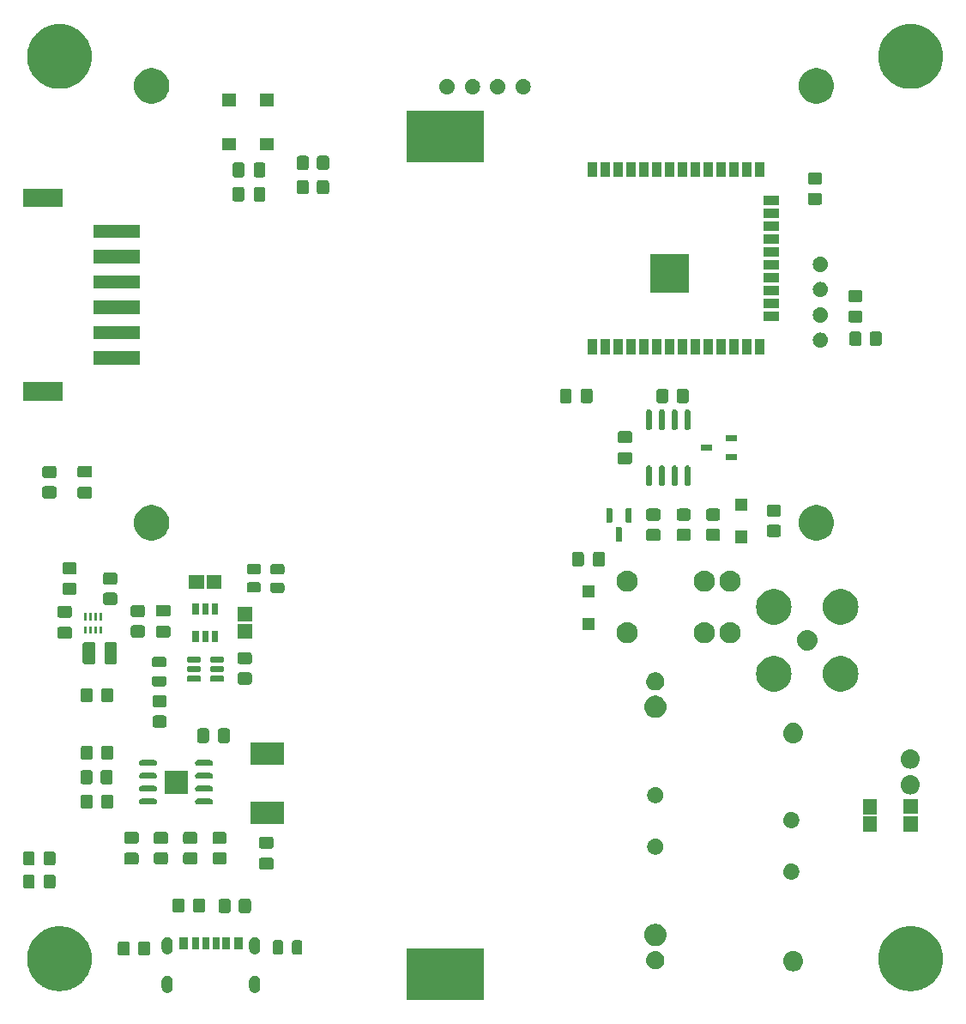
<source format=gts>
%TF.GenerationSoftware,KiCad,Pcbnew,8.0.7*%
%TF.CreationDate,2025-01-06T20:38:14+08:00*%
%TF.ProjectId,Inductance Meter V2-0,496e6475-6374-4616-9e63-65204d657465,rev?*%
%TF.SameCoordinates,Original*%
%TF.FileFunction,Soldermask,Top*%
%TF.FilePolarity,Negative*%
%FSLAX46Y46*%
G04 Gerber Fmt 4.6, Leading zero omitted, Abs format (unit mm)*
G04 Created by KiCad (PCBNEW 8.0.7) date 2025-01-06 20:38:14*
%MOMM*%
%LPD*%
G01*
G04 APERTURE LIST*
G04 APERTURE END LIST*
G36*
X148930000Y-142190000D02*
G01*
X141310000Y-142190000D01*
X141310000Y-137110000D01*
X148930000Y-137110000D01*
X148930000Y-142190000D01*
G37*
G36*
X117742771Y-139827205D02*
G01*
X117751789Y-139827205D01*
X117777771Y-139834166D01*
X117839569Y-139846459D01*
X117868738Y-139858541D01*
X117890476Y-139864366D01*
X117909965Y-139875618D01*
X117939133Y-139887700D01*
X117991524Y-139922706D01*
X118014819Y-139936156D01*
X118021194Y-139942531D01*
X118028729Y-139947566D01*
X118104933Y-140023770D01*
X118109967Y-140031304D01*
X118116344Y-140037681D01*
X118129795Y-140060979D01*
X118164799Y-140113366D01*
X118176879Y-140142530D01*
X118188134Y-140162024D01*
X118193959Y-140183765D01*
X118206040Y-140212930D01*
X118218329Y-140274715D01*
X118225295Y-140300711D01*
X118226177Y-140314168D01*
X118227351Y-140320071D01*
X118229709Y-140368071D01*
X118230000Y-140372500D01*
X118230000Y-140972500D01*
X118229709Y-140976931D01*
X118227351Y-141024928D01*
X118226177Y-141030829D01*
X118225295Y-141044289D01*
X118218328Y-141070287D01*
X118206040Y-141132069D01*
X118193960Y-141161231D01*
X118188134Y-141182976D01*
X118176878Y-141202471D01*
X118164799Y-141231633D01*
X118129799Y-141284013D01*
X118116344Y-141307319D01*
X118109965Y-141313697D01*
X118104933Y-141321229D01*
X118028729Y-141397433D01*
X118021197Y-141402465D01*
X118014819Y-141408844D01*
X117991513Y-141422299D01*
X117939133Y-141457299D01*
X117909971Y-141469378D01*
X117890476Y-141480634D01*
X117868731Y-141486460D01*
X117839569Y-141498540D01*
X117777777Y-141510831D01*
X117751789Y-141517795D01*
X117742770Y-141517795D01*
X117733882Y-141519563D01*
X117626118Y-141519563D01*
X117617230Y-141517795D01*
X117608211Y-141517795D01*
X117582223Y-141510831D01*
X117520430Y-141498540D01*
X117491265Y-141486459D01*
X117469524Y-141480634D01*
X117450030Y-141469379D01*
X117420866Y-141457299D01*
X117368479Y-141422295D01*
X117345181Y-141408844D01*
X117338804Y-141402467D01*
X117331270Y-141397433D01*
X117255066Y-141321229D01*
X117250031Y-141313694D01*
X117243656Y-141307319D01*
X117230206Y-141284024D01*
X117195200Y-141231633D01*
X117183118Y-141202465D01*
X117171866Y-141182976D01*
X117166041Y-141161238D01*
X117153959Y-141132069D01*
X117141667Y-141070273D01*
X117134705Y-141044289D01*
X117133823Y-141030837D01*
X117132648Y-141024928D01*
X117130290Y-140976925D01*
X117130000Y-140972500D01*
X117130000Y-140372500D01*
X117130289Y-140368077D01*
X117132648Y-140320071D01*
X117133823Y-140314161D01*
X117134705Y-140300711D01*
X117141666Y-140274729D01*
X117153959Y-140212930D01*
X117166042Y-140183758D01*
X117171866Y-140162024D01*
X117183116Y-140142537D01*
X117195200Y-140113366D01*
X117230211Y-140060968D01*
X117243656Y-140037681D01*
X117250029Y-140031307D01*
X117255066Y-140023770D01*
X117331270Y-139947566D01*
X117338807Y-139942529D01*
X117345181Y-139936156D01*
X117368468Y-139922711D01*
X117420866Y-139887700D01*
X117450037Y-139875616D01*
X117469524Y-139864366D01*
X117491258Y-139858542D01*
X117520430Y-139846459D01*
X117582229Y-139834166D01*
X117608211Y-139827205D01*
X117617229Y-139827205D01*
X117626118Y-139825437D01*
X117733882Y-139825437D01*
X117742771Y-139827205D01*
G37*
G36*
X126382771Y-139827205D02*
G01*
X126391789Y-139827205D01*
X126417771Y-139834166D01*
X126479569Y-139846459D01*
X126508738Y-139858541D01*
X126530476Y-139864366D01*
X126549965Y-139875618D01*
X126579133Y-139887700D01*
X126631524Y-139922706D01*
X126654819Y-139936156D01*
X126661194Y-139942531D01*
X126668729Y-139947566D01*
X126744933Y-140023770D01*
X126749967Y-140031304D01*
X126756344Y-140037681D01*
X126769795Y-140060979D01*
X126804799Y-140113366D01*
X126816879Y-140142530D01*
X126828134Y-140162024D01*
X126833959Y-140183765D01*
X126846040Y-140212930D01*
X126858329Y-140274715D01*
X126865295Y-140300711D01*
X126866177Y-140314168D01*
X126867351Y-140320071D01*
X126869709Y-140368071D01*
X126870000Y-140372500D01*
X126870000Y-140972500D01*
X126869709Y-140976931D01*
X126867351Y-141024928D01*
X126866177Y-141030829D01*
X126865295Y-141044289D01*
X126858328Y-141070287D01*
X126846040Y-141132069D01*
X126833960Y-141161231D01*
X126828134Y-141182976D01*
X126816878Y-141202471D01*
X126804799Y-141231633D01*
X126769799Y-141284013D01*
X126756344Y-141307319D01*
X126749965Y-141313697D01*
X126744933Y-141321229D01*
X126668729Y-141397433D01*
X126661197Y-141402465D01*
X126654819Y-141408844D01*
X126631513Y-141422299D01*
X126579133Y-141457299D01*
X126549971Y-141469378D01*
X126530476Y-141480634D01*
X126508731Y-141486460D01*
X126479569Y-141498540D01*
X126417777Y-141510831D01*
X126391789Y-141517795D01*
X126382770Y-141517795D01*
X126373882Y-141519563D01*
X126266118Y-141519563D01*
X126257230Y-141517795D01*
X126248211Y-141517795D01*
X126222223Y-141510831D01*
X126160430Y-141498540D01*
X126131265Y-141486459D01*
X126109524Y-141480634D01*
X126090030Y-141469379D01*
X126060866Y-141457299D01*
X126008479Y-141422295D01*
X125985181Y-141408844D01*
X125978804Y-141402467D01*
X125971270Y-141397433D01*
X125895066Y-141321229D01*
X125890031Y-141313694D01*
X125883656Y-141307319D01*
X125870206Y-141284024D01*
X125835200Y-141231633D01*
X125823118Y-141202465D01*
X125811866Y-141182976D01*
X125806041Y-141161238D01*
X125793959Y-141132069D01*
X125781667Y-141070273D01*
X125774705Y-141044289D01*
X125773823Y-141030837D01*
X125772648Y-141024928D01*
X125770290Y-140976925D01*
X125770000Y-140972500D01*
X125770000Y-140372500D01*
X125770289Y-140368077D01*
X125772648Y-140320071D01*
X125773823Y-140314161D01*
X125774705Y-140300711D01*
X125781666Y-140274729D01*
X125793959Y-140212930D01*
X125806042Y-140183758D01*
X125811866Y-140162024D01*
X125823116Y-140142537D01*
X125835200Y-140113366D01*
X125870211Y-140060968D01*
X125883656Y-140037681D01*
X125890029Y-140031307D01*
X125895066Y-140023770D01*
X125971270Y-139947566D01*
X125978807Y-139942529D01*
X125985181Y-139936156D01*
X126008468Y-139922711D01*
X126060866Y-139887700D01*
X126090037Y-139875616D01*
X126109524Y-139864366D01*
X126131258Y-139858542D01*
X126160430Y-139846459D01*
X126222229Y-139834166D01*
X126248211Y-139827205D01*
X126257229Y-139827205D01*
X126266118Y-139825437D01*
X126373882Y-139825437D01*
X126382771Y-139827205D01*
G37*
G36*
X107135133Y-134954781D02*
G01*
X107223243Y-134954781D01*
X107317316Y-134965012D01*
X107408286Y-134970121D01*
X107486534Y-134983416D01*
X107567687Y-134992242D01*
X107666526Y-135013997D01*
X107762067Y-135030231D01*
X107832629Y-135050559D01*
X107906066Y-135066724D01*
X108008266Y-135101159D01*
X108106893Y-135129573D01*
X108169234Y-135155395D01*
X108234404Y-135177354D01*
X108338380Y-135225458D01*
X108438428Y-135266900D01*
X108492251Y-135296647D01*
X108548864Y-135322839D01*
X108652875Y-135385420D01*
X108752503Y-135440483D01*
X108797766Y-135472599D01*
X108845750Y-135501470D01*
X108947955Y-135579163D01*
X109045167Y-135648139D01*
X109082044Y-135681094D01*
X109121582Y-135711150D01*
X109220040Y-135804415D01*
X109312742Y-135887258D01*
X109341672Y-135919631D01*
X109373122Y-135949422D01*
X109465785Y-136058514D01*
X109551861Y-136154833D01*
X109573480Y-136185303D01*
X109597427Y-136213495D01*
X109682252Y-136338602D01*
X109759517Y-136447497D01*
X109774650Y-136474879D01*
X109791866Y-136500270D01*
X109866801Y-136641613D01*
X109933100Y-136761572D01*
X109942748Y-136784866D01*
X109954160Y-136806390D01*
X110017170Y-136964535D01*
X110070427Y-137093107D01*
X110075724Y-137111495D01*
X110082407Y-137128267D01*
X110131610Y-137305481D01*
X110169769Y-137437933D01*
X110171950Y-137450770D01*
X110175098Y-137462108D01*
X110208672Y-137666900D01*
X110229879Y-137791714D01*
X110230266Y-137798620D01*
X110231154Y-137804032D01*
X110247427Y-138104195D01*
X110250000Y-138150000D01*
X110247427Y-138195807D01*
X110231154Y-138495967D01*
X110230266Y-138501377D01*
X110229879Y-138508286D01*
X110208667Y-138633126D01*
X110175098Y-138837891D01*
X110171950Y-138849226D01*
X110169769Y-138862067D01*
X110131602Y-138994545D01*
X110082407Y-139171732D01*
X110075725Y-139188501D01*
X110070427Y-139206893D01*
X110017160Y-139335489D01*
X109954160Y-139493609D01*
X109942750Y-139515129D01*
X109933100Y-139538428D01*
X109866788Y-139658410D01*
X109791866Y-139799729D01*
X109774653Y-139825114D01*
X109759517Y-139852503D01*
X109682237Y-139961418D01*
X109597427Y-140086504D01*
X109573485Y-140114690D01*
X109551861Y-140145167D01*
X109465768Y-140241504D01*
X109373122Y-140350577D01*
X109341678Y-140380361D01*
X109312742Y-140412742D01*
X109220021Y-140495601D01*
X109121582Y-140588849D01*
X109082052Y-140618898D01*
X109045167Y-140651861D01*
X108947935Y-140720850D01*
X108845750Y-140798529D01*
X108797776Y-140827393D01*
X108752503Y-140859517D01*
X108652855Y-140914590D01*
X108548864Y-140977160D01*
X108492262Y-141003346D01*
X108438428Y-141033100D01*
X108338359Y-141074549D01*
X108234404Y-141122645D01*
X108169247Y-141144598D01*
X108106893Y-141170427D01*
X108008246Y-141198846D01*
X107906066Y-141233275D01*
X107832644Y-141249436D01*
X107762067Y-141269769D01*
X107666506Y-141286005D01*
X107567687Y-141307757D01*
X107486547Y-141316581D01*
X107408286Y-141329879D01*
X107317311Y-141334988D01*
X107223243Y-141345219D01*
X107135133Y-141345219D01*
X107050000Y-141350000D01*
X106964867Y-141345219D01*
X106876757Y-141345219D01*
X106782688Y-141334988D01*
X106691714Y-141329879D01*
X106613453Y-141316582D01*
X106532312Y-141307757D01*
X106433489Y-141286004D01*
X106337933Y-141269769D01*
X106267358Y-141249437D01*
X106193933Y-141233275D01*
X106091746Y-141198844D01*
X105993107Y-141170427D01*
X105930756Y-141144600D01*
X105865595Y-141122645D01*
X105761630Y-141074545D01*
X105661572Y-141033100D01*
X105607742Y-141003349D01*
X105551135Y-140977160D01*
X105447132Y-140914583D01*
X105347497Y-140859517D01*
X105302229Y-140827397D01*
X105254249Y-140798529D01*
X105152049Y-140720839D01*
X105054833Y-140651861D01*
X105017953Y-140618903D01*
X104978417Y-140588849D01*
X104879960Y-140495585D01*
X104787258Y-140412742D01*
X104758326Y-140380368D01*
X104726877Y-140350577D01*
X104634211Y-140241482D01*
X104548139Y-140145167D01*
X104526519Y-140114697D01*
X104502572Y-140086504D01*
X104417740Y-139961387D01*
X104340483Y-139852503D01*
X104325350Y-139825122D01*
X104308133Y-139799729D01*
X104233187Y-139658365D01*
X104166900Y-139538428D01*
X104157252Y-139515138D01*
X104145839Y-139493609D01*
X104082813Y-139335426D01*
X104029573Y-139206893D01*
X104024277Y-139188510D01*
X104017592Y-139171732D01*
X103968369Y-138994449D01*
X103930231Y-138862067D01*
X103928050Y-138849235D01*
X103924901Y-138837891D01*
X103891303Y-138632958D01*
X103870121Y-138508286D01*
X103869733Y-138501386D01*
X103868845Y-138495967D01*
X103852543Y-138195293D01*
X103850000Y-138150000D01*
X103852543Y-138104710D01*
X103868845Y-137804032D01*
X103869733Y-137798611D01*
X103870121Y-137791714D01*
X103891299Y-137667068D01*
X103924901Y-137462108D01*
X103928051Y-137450761D01*
X103930231Y-137437933D01*
X103968361Y-137305576D01*
X104017592Y-137128267D01*
X104024278Y-137111485D01*
X104029573Y-137093107D01*
X104082802Y-136964599D01*
X104145839Y-136806390D01*
X104157254Y-136784857D01*
X104166900Y-136761572D01*
X104233174Y-136641657D01*
X104308133Y-136500270D01*
X104325353Y-136474871D01*
X104340483Y-136447497D01*
X104417725Y-136338634D01*
X104502572Y-136213495D01*
X104526524Y-136185296D01*
X104548139Y-136154833D01*
X104634194Y-136058536D01*
X104726877Y-135949422D01*
X104758332Y-135919625D01*
X104787258Y-135887258D01*
X104879941Y-135804430D01*
X104978417Y-135711150D01*
X105017961Y-135681089D01*
X105054833Y-135648139D01*
X105152029Y-135579174D01*
X105254249Y-135501470D01*
X105302238Y-135472595D01*
X105347497Y-135440483D01*
X105447112Y-135385427D01*
X105551135Y-135322839D01*
X105607753Y-135296644D01*
X105661572Y-135266900D01*
X105761609Y-135225462D01*
X105865595Y-135177354D01*
X105930769Y-135155394D01*
X105993107Y-135129573D01*
X106091726Y-135101161D01*
X106193933Y-135066724D01*
X106267373Y-135050558D01*
X106337933Y-135030231D01*
X106433469Y-135013998D01*
X106532312Y-134992242D01*
X106613466Y-134983415D01*
X106691714Y-134970121D01*
X106782682Y-134965012D01*
X106876757Y-134954781D01*
X106964867Y-134954781D01*
X107050000Y-134950000D01*
X107135133Y-134954781D01*
G37*
G36*
X191135133Y-134954781D02*
G01*
X191223243Y-134954781D01*
X191317316Y-134965012D01*
X191408286Y-134970121D01*
X191486534Y-134983416D01*
X191567687Y-134992242D01*
X191666526Y-135013997D01*
X191762067Y-135030231D01*
X191832629Y-135050559D01*
X191906066Y-135066724D01*
X192008266Y-135101159D01*
X192106893Y-135129573D01*
X192169234Y-135155395D01*
X192234404Y-135177354D01*
X192338380Y-135225458D01*
X192438428Y-135266900D01*
X192492251Y-135296647D01*
X192548864Y-135322839D01*
X192652875Y-135385420D01*
X192752503Y-135440483D01*
X192797766Y-135472599D01*
X192845750Y-135501470D01*
X192947955Y-135579163D01*
X193045167Y-135648139D01*
X193082044Y-135681094D01*
X193121582Y-135711150D01*
X193220040Y-135804415D01*
X193312742Y-135887258D01*
X193341672Y-135919631D01*
X193373122Y-135949422D01*
X193465785Y-136058514D01*
X193551861Y-136154833D01*
X193573480Y-136185303D01*
X193597427Y-136213495D01*
X193682252Y-136338602D01*
X193759517Y-136447497D01*
X193774650Y-136474879D01*
X193791866Y-136500270D01*
X193866801Y-136641613D01*
X193933100Y-136761572D01*
X193942748Y-136784866D01*
X193954160Y-136806390D01*
X194017170Y-136964535D01*
X194070427Y-137093107D01*
X194075724Y-137111495D01*
X194082407Y-137128267D01*
X194131610Y-137305481D01*
X194169769Y-137437933D01*
X194171950Y-137450770D01*
X194175098Y-137462108D01*
X194208672Y-137666900D01*
X194229879Y-137791714D01*
X194230266Y-137798620D01*
X194231154Y-137804032D01*
X194247427Y-138104195D01*
X194250000Y-138150000D01*
X194247427Y-138195807D01*
X194231154Y-138495967D01*
X194230266Y-138501377D01*
X194229879Y-138508286D01*
X194208667Y-138633126D01*
X194175098Y-138837891D01*
X194171950Y-138849226D01*
X194169769Y-138862067D01*
X194131602Y-138994545D01*
X194082407Y-139171732D01*
X194075725Y-139188501D01*
X194070427Y-139206893D01*
X194017160Y-139335489D01*
X193954160Y-139493609D01*
X193942750Y-139515129D01*
X193933100Y-139538428D01*
X193866788Y-139658410D01*
X193791866Y-139799729D01*
X193774653Y-139825114D01*
X193759517Y-139852503D01*
X193682237Y-139961418D01*
X193597427Y-140086504D01*
X193573485Y-140114690D01*
X193551861Y-140145167D01*
X193465768Y-140241504D01*
X193373122Y-140350577D01*
X193341678Y-140380361D01*
X193312742Y-140412742D01*
X193220021Y-140495601D01*
X193121582Y-140588849D01*
X193082052Y-140618898D01*
X193045167Y-140651861D01*
X192947935Y-140720850D01*
X192845750Y-140798529D01*
X192797776Y-140827393D01*
X192752503Y-140859517D01*
X192652855Y-140914590D01*
X192548864Y-140977160D01*
X192492262Y-141003346D01*
X192438428Y-141033100D01*
X192338359Y-141074549D01*
X192234404Y-141122645D01*
X192169247Y-141144598D01*
X192106893Y-141170427D01*
X192008246Y-141198846D01*
X191906066Y-141233275D01*
X191832644Y-141249436D01*
X191762067Y-141269769D01*
X191666506Y-141286005D01*
X191567687Y-141307757D01*
X191486547Y-141316581D01*
X191408286Y-141329879D01*
X191317311Y-141334988D01*
X191223243Y-141345219D01*
X191135133Y-141345219D01*
X191050000Y-141350000D01*
X190964867Y-141345219D01*
X190876757Y-141345219D01*
X190782688Y-141334988D01*
X190691714Y-141329879D01*
X190613453Y-141316582D01*
X190532312Y-141307757D01*
X190433489Y-141286004D01*
X190337933Y-141269769D01*
X190267358Y-141249437D01*
X190193933Y-141233275D01*
X190091746Y-141198844D01*
X189993107Y-141170427D01*
X189930756Y-141144600D01*
X189865595Y-141122645D01*
X189761630Y-141074545D01*
X189661572Y-141033100D01*
X189607742Y-141003349D01*
X189551135Y-140977160D01*
X189447132Y-140914583D01*
X189347497Y-140859517D01*
X189302229Y-140827397D01*
X189254249Y-140798529D01*
X189152049Y-140720839D01*
X189054833Y-140651861D01*
X189017953Y-140618903D01*
X188978417Y-140588849D01*
X188879960Y-140495585D01*
X188787258Y-140412742D01*
X188758326Y-140380368D01*
X188726877Y-140350577D01*
X188634211Y-140241482D01*
X188548139Y-140145167D01*
X188526519Y-140114697D01*
X188502572Y-140086504D01*
X188417740Y-139961387D01*
X188340483Y-139852503D01*
X188325350Y-139825122D01*
X188308133Y-139799729D01*
X188233187Y-139658365D01*
X188166900Y-139538428D01*
X188157252Y-139515138D01*
X188145839Y-139493609D01*
X188082813Y-139335426D01*
X188029573Y-139206893D01*
X188024277Y-139188510D01*
X188017592Y-139171732D01*
X187968369Y-138994449D01*
X187930231Y-138862067D01*
X187928050Y-138849235D01*
X187924901Y-138837891D01*
X187891303Y-138632958D01*
X187870121Y-138508286D01*
X187869733Y-138501386D01*
X187868845Y-138495967D01*
X187852543Y-138195293D01*
X187850000Y-138150000D01*
X187852543Y-138104710D01*
X187868845Y-137804032D01*
X187869733Y-137798611D01*
X187870121Y-137791714D01*
X187891299Y-137667068D01*
X187924901Y-137462108D01*
X187928051Y-137450761D01*
X187930231Y-137437933D01*
X187968361Y-137305576D01*
X188017592Y-137128267D01*
X188024278Y-137111485D01*
X188029573Y-137093107D01*
X188082802Y-136964599D01*
X188145839Y-136806390D01*
X188157254Y-136784857D01*
X188166900Y-136761572D01*
X188233174Y-136641657D01*
X188308133Y-136500270D01*
X188325353Y-136474871D01*
X188340483Y-136447497D01*
X188417725Y-136338634D01*
X188502572Y-136213495D01*
X188526524Y-136185296D01*
X188548139Y-136154833D01*
X188634194Y-136058536D01*
X188726877Y-135949422D01*
X188758332Y-135919625D01*
X188787258Y-135887258D01*
X188879941Y-135804430D01*
X188978417Y-135711150D01*
X189017961Y-135681089D01*
X189054833Y-135648139D01*
X189152029Y-135579174D01*
X189254249Y-135501470D01*
X189302238Y-135472595D01*
X189347497Y-135440483D01*
X189447112Y-135385427D01*
X189551135Y-135322839D01*
X189607753Y-135296644D01*
X189661572Y-135266900D01*
X189761609Y-135225462D01*
X189865595Y-135177354D01*
X189930769Y-135155394D01*
X189993107Y-135129573D01*
X190091726Y-135101161D01*
X190193933Y-135066724D01*
X190267373Y-135050558D01*
X190337933Y-135030231D01*
X190433469Y-135013998D01*
X190532312Y-134992242D01*
X190613466Y-134983415D01*
X190691714Y-134970121D01*
X190782682Y-134965012D01*
X190876757Y-134954781D01*
X190964867Y-134954781D01*
X191050000Y-134950000D01*
X191135133Y-134954781D01*
G37*
G36*
X179645090Y-137419215D02*
G01*
X179832683Y-137476120D01*
X180005570Y-137568530D01*
X180157107Y-137692893D01*
X180281470Y-137844430D01*
X180373880Y-138017317D01*
X180430785Y-138204910D01*
X180450000Y-138400000D01*
X180430785Y-138595090D01*
X180373880Y-138782683D01*
X180281470Y-138955570D01*
X180157107Y-139107107D01*
X180005570Y-139231470D01*
X179832683Y-139323880D01*
X179645090Y-139380785D01*
X179450000Y-139400000D01*
X179254910Y-139380785D01*
X179067317Y-139323880D01*
X178894430Y-139231470D01*
X178742893Y-139107107D01*
X178618530Y-138955570D01*
X178526120Y-138782683D01*
X178469215Y-138595090D01*
X178450000Y-138400000D01*
X178469215Y-138204910D01*
X178526120Y-138017317D01*
X178618530Y-137844430D01*
X178742893Y-137692893D01*
X178894430Y-137568530D01*
X179067317Y-137476120D01*
X179254910Y-137419215D01*
X179450000Y-137400000D01*
X179645090Y-137419215D01*
G37*
G36*
X165897113Y-137404930D02*
G01*
X165944076Y-137404930D01*
X165984622Y-137413548D01*
X166025526Y-137417577D01*
X166076916Y-137433166D01*
X166128115Y-137444049D01*
X166160879Y-137458636D01*
X166194304Y-137468776D01*
X166247420Y-137497166D01*
X166300000Y-137520577D01*
X166324445Y-137538337D01*
X166349849Y-137551916D01*
X166401669Y-137594444D01*
X166452218Y-137631170D01*
X166468631Y-137649398D01*
X166486190Y-137663809D01*
X166533379Y-137721308D01*
X166578115Y-137770993D01*
X166587512Y-137787269D01*
X166598083Y-137800150D01*
X166637183Y-137873302D01*
X166672191Y-137933937D01*
X166676218Y-137946331D01*
X166681223Y-137955695D01*
X166708821Y-138046672D01*
X166730333Y-138112879D01*
X166731090Y-138120082D01*
X166732422Y-138124473D01*
X166745377Y-138256021D01*
X166750000Y-138300000D01*
X166745377Y-138343982D01*
X166732422Y-138475526D01*
X166731090Y-138479916D01*
X166730333Y-138487121D01*
X166708816Y-138553341D01*
X166681223Y-138644304D01*
X166676219Y-138653665D01*
X166672191Y-138666063D01*
X166637176Y-138726709D01*
X166598083Y-138799849D01*
X166587514Y-138812726D01*
X166578115Y-138829007D01*
X166533369Y-138878701D01*
X166486190Y-138936190D01*
X166468634Y-138950597D01*
X166452218Y-138968830D01*
X166401659Y-139005563D01*
X166349849Y-139048083D01*
X166324450Y-139061658D01*
X166300000Y-139079423D01*
X166247408Y-139102838D01*
X166194304Y-139131223D01*
X166160886Y-139141360D01*
X166128115Y-139155951D01*
X166076905Y-139166836D01*
X166025526Y-139182422D01*
X165984631Y-139186449D01*
X165944076Y-139195070D01*
X165897103Y-139195070D01*
X165850000Y-139199709D01*
X165802897Y-139195070D01*
X165755924Y-139195070D01*
X165715368Y-139186449D01*
X165674473Y-139182422D01*
X165623091Y-139166835D01*
X165571885Y-139155951D01*
X165539115Y-139141361D01*
X165505695Y-139131223D01*
X165452585Y-139102835D01*
X165400000Y-139079423D01*
X165375552Y-139061660D01*
X165350150Y-139048083D01*
X165298332Y-139005556D01*
X165247782Y-138968830D01*
X165231368Y-138950600D01*
X165213809Y-138936190D01*
X165166618Y-138878688D01*
X165121885Y-138829007D01*
X165112487Y-138812730D01*
X165101916Y-138799849D01*
X165062810Y-138726686D01*
X165027809Y-138666063D01*
X165023782Y-138653670D01*
X165018776Y-138644304D01*
X164991168Y-138553294D01*
X164969667Y-138487121D01*
X164968910Y-138479921D01*
X164967577Y-138475526D01*
X164954606Y-138343831D01*
X164950000Y-138300000D01*
X164954606Y-138256172D01*
X164967577Y-138124473D01*
X164968910Y-138120077D01*
X164969667Y-138112879D01*
X164991163Y-138046719D01*
X165018776Y-137955695D01*
X165023783Y-137946327D01*
X165027809Y-137933937D01*
X165062802Y-137873326D01*
X165101916Y-137800150D01*
X165112489Y-137787265D01*
X165121885Y-137770993D01*
X165166609Y-137721321D01*
X165213809Y-137663809D01*
X165231371Y-137649395D01*
X165247782Y-137631170D01*
X165298321Y-137594450D01*
X165350150Y-137551916D01*
X165375557Y-137538335D01*
X165400000Y-137520577D01*
X165452573Y-137497169D01*
X165505695Y-137468776D01*
X165539122Y-137458635D01*
X165571885Y-137444049D01*
X165623080Y-137433166D01*
X165674473Y-137417577D01*
X165715377Y-137413548D01*
X165755924Y-137404930D01*
X165802887Y-137404930D01*
X165850000Y-137400290D01*
X165897113Y-137404930D01*
G37*
G36*
X113754850Y-136450964D02*
G01*
X113805040Y-136456787D01*
X113822189Y-136464359D01*
X113845671Y-136469030D01*
X113870810Y-136485827D01*
X113890696Y-136494608D01*
X113904277Y-136508189D01*
X113926777Y-136523223D01*
X113941810Y-136545722D01*
X113955391Y-136559303D01*
X113964170Y-136579186D01*
X113980970Y-136604329D01*
X113985641Y-136627812D01*
X113993212Y-136644959D01*
X113999033Y-136695139D01*
X114000000Y-136700000D01*
X114000000Y-137600000D01*
X113999032Y-137604863D01*
X113993212Y-137655040D01*
X113985641Y-137672185D01*
X113980970Y-137695671D01*
X113964169Y-137720815D01*
X113955391Y-137740696D01*
X113941812Y-137754274D01*
X113926777Y-137776777D01*
X113904274Y-137791812D01*
X113890696Y-137805391D01*
X113870815Y-137814169D01*
X113845671Y-137830970D01*
X113822185Y-137835641D01*
X113805040Y-137843212D01*
X113754861Y-137849032D01*
X113750000Y-137850000D01*
X113050000Y-137850000D01*
X113045138Y-137849032D01*
X112994959Y-137843212D01*
X112977812Y-137835641D01*
X112954329Y-137830970D01*
X112929186Y-137814170D01*
X112909303Y-137805391D01*
X112895722Y-137791810D01*
X112873223Y-137776777D01*
X112858189Y-137754277D01*
X112844608Y-137740696D01*
X112835827Y-137720810D01*
X112819030Y-137695671D01*
X112814359Y-137672189D01*
X112806787Y-137655040D01*
X112800964Y-137604849D01*
X112800000Y-137600000D01*
X112800000Y-136700000D01*
X112800964Y-136695150D01*
X112806787Y-136644959D01*
X112814359Y-136627808D01*
X112819030Y-136604329D01*
X112835826Y-136579191D01*
X112844608Y-136559303D01*
X112858191Y-136545719D01*
X112873223Y-136523223D01*
X112895719Y-136508191D01*
X112909303Y-136494608D01*
X112929191Y-136485826D01*
X112954329Y-136469030D01*
X112977808Y-136464359D01*
X112994959Y-136456787D01*
X113045151Y-136450964D01*
X113050000Y-136450000D01*
X113750000Y-136450000D01*
X113754850Y-136450964D01*
G37*
G36*
X115754850Y-136450964D02*
G01*
X115805040Y-136456787D01*
X115822189Y-136464359D01*
X115845671Y-136469030D01*
X115870810Y-136485827D01*
X115890696Y-136494608D01*
X115904277Y-136508189D01*
X115926777Y-136523223D01*
X115941810Y-136545722D01*
X115955391Y-136559303D01*
X115964170Y-136579186D01*
X115980970Y-136604329D01*
X115985641Y-136627812D01*
X115993212Y-136644959D01*
X115999033Y-136695139D01*
X116000000Y-136700000D01*
X116000000Y-137600000D01*
X115999032Y-137604863D01*
X115993212Y-137655040D01*
X115985641Y-137672185D01*
X115980970Y-137695671D01*
X115964169Y-137720815D01*
X115955391Y-137740696D01*
X115941812Y-137754274D01*
X115926777Y-137776777D01*
X115904274Y-137791812D01*
X115890696Y-137805391D01*
X115870815Y-137814169D01*
X115845671Y-137830970D01*
X115822185Y-137835641D01*
X115805040Y-137843212D01*
X115754861Y-137849032D01*
X115750000Y-137850000D01*
X115050000Y-137850000D01*
X115045138Y-137849032D01*
X114994959Y-137843212D01*
X114977812Y-137835641D01*
X114954329Y-137830970D01*
X114929186Y-137814170D01*
X114909303Y-137805391D01*
X114895722Y-137791810D01*
X114873223Y-137776777D01*
X114858189Y-137754277D01*
X114844608Y-137740696D01*
X114835827Y-137720810D01*
X114819030Y-137695671D01*
X114814359Y-137672189D01*
X114806787Y-137655040D01*
X114800964Y-137604849D01*
X114800000Y-137600000D01*
X114800000Y-136700000D01*
X114800964Y-136695150D01*
X114806787Y-136644959D01*
X114814359Y-136627808D01*
X114819030Y-136604329D01*
X114835826Y-136579191D01*
X114844608Y-136559303D01*
X114858191Y-136545719D01*
X114873223Y-136523223D01*
X114895719Y-136508191D01*
X114909303Y-136494608D01*
X114929191Y-136485826D01*
X114954329Y-136469030D01*
X114977808Y-136464359D01*
X114994959Y-136456787D01*
X115045151Y-136450964D01*
X115050000Y-136450000D01*
X115750000Y-136450000D01*
X115754850Y-136450964D01*
G37*
G36*
X128854850Y-136325964D02*
G01*
X128905040Y-136331787D01*
X128922189Y-136339359D01*
X128945671Y-136344030D01*
X128970810Y-136360827D01*
X128990696Y-136369608D01*
X129004277Y-136383189D01*
X129026777Y-136398223D01*
X129041810Y-136420722D01*
X129055391Y-136434303D01*
X129064170Y-136454186D01*
X129080970Y-136479329D01*
X129085641Y-136502812D01*
X129093212Y-136519959D01*
X129099033Y-136570139D01*
X129100000Y-136575000D01*
X129100000Y-137525000D01*
X129099032Y-137529863D01*
X129093212Y-137580040D01*
X129085641Y-137597185D01*
X129080970Y-137620671D01*
X129064169Y-137645815D01*
X129055391Y-137665696D01*
X129041812Y-137679274D01*
X129026777Y-137701777D01*
X129004274Y-137716812D01*
X128990696Y-137730391D01*
X128970815Y-137739169D01*
X128945671Y-137755970D01*
X128922185Y-137760641D01*
X128905040Y-137768212D01*
X128854861Y-137774032D01*
X128850000Y-137775000D01*
X128350000Y-137775000D01*
X128345138Y-137774032D01*
X128294959Y-137768212D01*
X128277812Y-137760641D01*
X128254329Y-137755970D01*
X128229186Y-137739170D01*
X128209303Y-137730391D01*
X128195722Y-137716810D01*
X128173223Y-137701777D01*
X128158189Y-137679277D01*
X128144608Y-137665696D01*
X128135827Y-137645810D01*
X128119030Y-137620671D01*
X128114359Y-137597189D01*
X128106787Y-137580040D01*
X128100964Y-137529849D01*
X128100000Y-137525000D01*
X128100000Y-136575000D01*
X128100964Y-136570150D01*
X128106787Y-136519959D01*
X128114359Y-136502808D01*
X128119030Y-136479329D01*
X128135826Y-136454191D01*
X128144608Y-136434303D01*
X128158191Y-136420719D01*
X128173223Y-136398223D01*
X128195719Y-136383191D01*
X128209303Y-136369608D01*
X128229191Y-136360826D01*
X128254329Y-136344030D01*
X128277808Y-136339359D01*
X128294959Y-136331787D01*
X128345151Y-136325964D01*
X128350000Y-136325000D01*
X128850000Y-136325000D01*
X128854850Y-136325964D01*
G37*
G36*
X130754850Y-136325964D02*
G01*
X130805040Y-136331787D01*
X130822189Y-136339359D01*
X130845671Y-136344030D01*
X130870810Y-136360827D01*
X130890696Y-136369608D01*
X130904277Y-136383189D01*
X130926777Y-136398223D01*
X130941810Y-136420722D01*
X130955391Y-136434303D01*
X130964170Y-136454186D01*
X130980970Y-136479329D01*
X130985641Y-136502812D01*
X130993212Y-136519959D01*
X130999033Y-136570139D01*
X131000000Y-136575000D01*
X131000000Y-137525000D01*
X130999032Y-137529863D01*
X130993212Y-137580040D01*
X130985641Y-137597185D01*
X130980970Y-137620671D01*
X130964169Y-137645815D01*
X130955391Y-137665696D01*
X130941812Y-137679274D01*
X130926777Y-137701777D01*
X130904274Y-137716812D01*
X130890696Y-137730391D01*
X130870815Y-137739169D01*
X130845671Y-137755970D01*
X130822185Y-137760641D01*
X130805040Y-137768212D01*
X130754861Y-137774032D01*
X130750000Y-137775000D01*
X130250000Y-137775000D01*
X130245138Y-137774032D01*
X130194959Y-137768212D01*
X130177812Y-137760641D01*
X130154329Y-137755970D01*
X130129186Y-137739170D01*
X130109303Y-137730391D01*
X130095722Y-137716810D01*
X130073223Y-137701777D01*
X130058189Y-137679277D01*
X130044608Y-137665696D01*
X130035827Y-137645810D01*
X130019030Y-137620671D01*
X130014359Y-137597189D01*
X130006787Y-137580040D01*
X130000964Y-137529849D01*
X130000000Y-137525000D01*
X130000000Y-136575000D01*
X130000964Y-136570150D01*
X130006787Y-136519959D01*
X130014359Y-136502808D01*
X130019030Y-136479329D01*
X130035826Y-136454191D01*
X130044608Y-136434303D01*
X130058191Y-136420719D01*
X130073223Y-136398223D01*
X130095719Y-136383191D01*
X130109303Y-136369608D01*
X130129191Y-136360826D01*
X130154329Y-136344030D01*
X130177808Y-136339359D01*
X130194959Y-136331787D01*
X130245151Y-136325964D01*
X130250000Y-136325000D01*
X130750000Y-136325000D01*
X130754850Y-136325964D01*
G37*
G36*
X117742771Y-136017205D02*
G01*
X117751789Y-136017205D01*
X117777771Y-136024166D01*
X117839569Y-136036459D01*
X117868738Y-136048541D01*
X117890476Y-136054366D01*
X117909965Y-136065618D01*
X117939133Y-136077700D01*
X117991524Y-136112706D01*
X118014819Y-136126156D01*
X118021194Y-136132531D01*
X118028729Y-136137566D01*
X118104933Y-136213770D01*
X118109967Y-136221304D01*
X118116344Y-136227681D01*
X118129795Y-136250979D01*
X118164799Y-136303366D01*
X118176879Y-136332530D01*
X118188134Y-136352024D01*
X118193959Y-136373765D01*
X118206040Y-136402930D01*
X118218329Y-136464715D01*
X118225295Y-136490711D01*
X118226177Y-136504168D01*
X118227351Y-136510071D01*
X118229709Y-136558071D01*
X118230000Y-136562500D01*
X118230000Y-137162500D01*
X118229709Y-137166931D01*
X118227351Y-137214928D01*
X118226177Y-137220829D01*
X118225295Y-137234289D01*
X118218328Y-137260287D01*
X118206040Y-137322069D01*
X118193960Y-137351231D01*
X118188134Y-137372976D01*
X118176878Y-137392471D01*
X118164799Y-137421633D01*
X118129799Y-137474013D01*
X118116344Y-137497319D01*
X118109965Y-137503697D01*
X118104933Y-137511229D01*
X118028729Y-137587433D01*
X118021197Y-137592465D01*
X118014819Y-137598844D01*
X117991513Y-137612299D01*
X117939133Y-137647299D01*
X117909971Y-137659378D01*
X117890476Y-137670634D01*
X117868731Y-137676460D01*
X117839569Y-137688540D01*
X117777777Y-137700831D01*
X117751789Y-137707795D01*
X117742770Y-137707795D01*
X117733882Y-137709563D01*
X117626118Y-137709563D01*
X117617230Y-137707795D01*
X117608211Y-137707795D01*
X117582223Y-137700831D01*
X117520430Y-137688540D01*
X117491265Y-137676459D01*
X117469524Y-137670634D01*
X117450030Y-137659379D01*
X117420866Y-137647299D01*
X117368479Y-137612295D01*
X117345181Y-137598844D01*
X117338804Y-137592467D01*
X117331270Y-137587433D01*
X117255066Y-137511229D01*
X117250031Y-137503694D01*
X117243656Y-137497319D01*
X117230206Y-137474024D01*
X117195200Y-137421633D01*
X117183118Y-137392465D01*
X117171866Y-137372976D01*
X117166041Y-137351238D01*
X117153959Y-137322069D01*
X117141667Y-137260273D01*
X117134705Y-137234289D01*
X117133823Y-137220837D01*
X117132648Y-137214928D01*
X117130290Y-137166925D01*
X117130000Y-137162500D01*
X117130000Y-136562500D01*
X117130289Y-136558077D01*
X117132648Y-136510071D01*
X117133823Y-136504161D01*
X117134705Y-136490711D01*
X117141666Y-136464729D01*
X117153959Y-136402930D01*
X117166042Y-136373758D01*
X117171866Y-136352024D01*
X117183116Y-136332537D01*
X117195200Y-136303366D01*
X117230211Y-136250968D01*
X117243656Y-136227681D01*
X117250029Y-136221307D01*
X117255066Y-136213770D01*
X117331270Y-136137566D01*
X117338807Y-136132529D01*
X117345181Y-136126156D01*
X117368468Y-136112711D01*
X117420866Y-136077700D01*
X117450037Y-136065616D01*
X117469524Y-136054366D01*
X117491258Y-136048542D01*
X117520430Y-136036459D01*
X117582229Y-136024166D01*
X117608211Y-136017205D01*
X117617229Y-136017205D01*
X117626118Y-136015437D01*
X117733882Y-136015437D01*
X117742771Y-136017205D01*
G37*
G36*
X126382771Y-136017205D02*
G01*
X126391789Y-136017205D01*
X126417771Y-136024166D01*
X126479569Y-136036459D01*
X126508738Y-136048541D01*
X126530476Y-136054366D01*
X126549965Y-136065618D01*
X126579133Y-136077700D01*
X126631524Y-136112706D01*
X126654819Y-136126156D01*
X126661194Y-136132531D01*
X126668729Y-136137566D01*
X126744933Y-136213770D01*
X126749967Y-136221304D01*
X126756344Y-136227681D01*
X126769795Y-136250979D01*
X126804799Y-136303366D01*
X126816879Y-136332530D01*
X126828134Y-136352024D01*
X126833959Y-136373765D01*
X126846040Y-136402930D01*
X126858329Y-136464715D01*
X126865295Y-136490711D01*
X126866177Y-136504168D01*
X126867351Y-136510071D01*
X126869709Y-136558071D01*
X126870000Y-136562500D01*
X126870000Y-137162500D01*
X126869709Y-137166931D01*
X126867351Y-137214928D01*
X126866177Y-137220829D01*
X126865295Y-137234289D01*
X126858328Y-137260287D01*
X126846040Y-137322069D01*
X126833960Y-137351231D01*
X126828134Y-137372976D01*
X126816878Y-137392471D01*
X126804799Y-137421633D01*
X126769799Y-137474013D01*
X126756344Y-137497319D01*
X126749965Y-137503697D01*
X126744933Y-137511229D01*
X126668729Y-137587433D01*
X126661197Y-137592465D01*
X126654819Y-137598844D01*
X126631513Y-137612299D01*
X126579133Y-137647299D01*
X126549971Y-137659378D01*
X126530476Y-137670634D01*
X126508731Y-137676460D01*
X126479569Y-137688540D01*
X126417777Y-137700831D01*
X126391789Y-137707795D01*
X126382770Y-137707795D01*
X126373882Y-137709563D01*
X126266118Y-137709563D01*
X126257230Y-137707795D01*
X126248211Y-137707795D01*
X126222223Y-137700831D01*
X126160430Y-137688540D01*
X126131265Y-137676459D01*
X126109524Y-137670634D01*
X126090030Y-137659379D01*
X126060866Y-137647299D01*
X126008479Y-137612295D01*
X125985181Y-137598844D01*
X125978804Y-137592467D01*
X125971270Y-137587433D01*
X125895066Y-137511229D01*
X125890031Y-137503694D01*
X125883656Y-137497319D01*
X125870206Y-137474024D01*
X125835200Y-137421633D01*
X125823118Y-137392465D01*
X125811866Y-137372976D01*
X125806041Y-137351238D01*
X125793959Y-137322069D01*
X125781667Y-137260273D01*
X125774705Y-137234289D01*
X125773823Y-137220837D01*
X125772648Y-137214928D01*
X125770290Y-137166925D01*
X125770000Y-137162500D01*
X125770000Y-136562500D01*
X125770289Y-136558077D01*
X125772648Y-136510071D01*
X125773823Y-136504161D01*
X125774705Y-136490711D01*
X125781666Y-136464729D01*
X125793959Y-136402930D01*
X125806042Y-136373758D01*
X125811866Y-136352024D01*
X125823116Y-136332537D01*
X125835200Y-136303366D01*
X125870211Y-136250968D01*
X125883656Y-136227681D01*
X125890029Y-136221307D01*
X125895066Y-136213770D01*
X125971270Y-136137566D01*
X125978807Y-136132529D01*
X125985181Y-136126156D01*
X126008468Y-136112711D01*
X126060866Y-136077700D01*
X126090037Y-136065616D01*
X126109524Y-136054366D01*
X126131258Y-136048542D01*
X126160430Y-136036459D01*
X126222229Y-136024166D01*
X126248211Y-136017205D01*
X126257229Y-136017205D01*
X126266118Y-136015437D01*
X126373882Y-136015437D01*
X126382771Y-136017205D01*
G37*
G36*
X119700000Y-137212500D02*
G01*
X118900000Y-137212500D01*
X118900000Y-136012500D01*
X119700000Y-136012500D01*
X119700000Y-137212500D01*
G37*
G36*
X120850000Y-137212500D02*
G01*
X120150000Y-137212500D01*
X120150000Y-136012500D01*
X120850000Y-136012500D01*
X120850000Y-137212500D01*
G37*
G36*
X121850000Y-137212500D02*
G01*
X121150000Y-137212500D01*
X121150000Y-136012500D01*
X121850000Y-136012500D01*
X121850000Y-137212500D01*
G37*
G36*
X122850000Y-137212500D02*
G01*
X122150000Y-137212500D01*
X122150000Y-136012500D01*
X122850000Y-136012500D01*
X122850000Y-137212500D01*
G37*
G36*
X123850000Y-137212500D02*
G01*
X123150000Y-137212500D01*
X123150000Y-136012500D01*
X123850000Y-136012500D01*
X123850000Y-137212500D01*
G37*
G36*
X125100000Y-137212500D02*
G01*
X124300000Y-137212500D01*
X124300000Y-136012500D01*
X125100000Y-136012500D01*
X125100000Y-137212500D01*
G37*
G36*
X166151029Y-134741992D02*
G01*
X166340312Y-134815320D01*
X166512898Y-134922181D01*
X166662910Y-135058935D01*
X166785239Y-135220925D01*
X166875719Y-135402634D01*
X166931270Y-135597876D01*
X166950000Y-135800000D01*
X166931270Y-136002124D01*
X166875719Y-136197366D01*
X166785239Y-136379075D01*
X166662910Y-136541065D01*
X166512898Y-136677819D01*
X166340312Y-136784680D01*
X166151029Y-136858008D01*
X165951495Y-136895308D01*
X165748505Y-136895308D01*
X165548971Y-136858008D01*
X165359688Y-136784680D01*
X165187102Y-136677819D01*
X165037090Y-136541065D01*
X164914761Y-136379075D01*
X164824281Y-136197366D01*
X164768730Y-136002124D01*
X164750000Y-135800000D01*
X164768730Y-135597876D01*
X164824281Y-135402634D01*
X164914761Y-135220925D01*
X165037090Y-135058935D01*
X165187102Y-134922181D01*
X165359688Y-134815320D01*
X165548971Y-134741992D01*
X165748505Y-134704692D01*
X165951495Y-134704692D01*
X166151029Y-134741992D01*
G37*
G36*
X123704850Y-132250964D02*
G01*
X123755040Y-132256787D01*
X123772189Y-132264359D01*
X123795671Y-132269030D01*
X123820810Y-132285827D01*
X123840696Y-132294608D01*
X123854277Y-132308189D01*
X123876777Y-132323223D01*
X123891810Y-132345722D01*
X123905391Y-132359303D01*
X123914170Y-132379186D01*
X123930970Y-132404329D01*
X123935641Y-132427812D01*
X123943212Y-132444959D01*
X123949033Y-132495139D01*
X123950000Y-132500000D01*
X123950000Y-133400000D01*
X123949032Y-133404863D01*
X123943212Y-133455040D01*
X123935641Y-133472185D01*
X123930970Y-133495671D01*
X123914169Y-133520815D01*
X123905391Y-133540696D01*
X123891812Y-133554274D01*
X123876777Y-133576777D01*
X123854274Y-133591812D01*
X123840696Y-133605391D01*
X123820815Y-133614169D01*
X123795671Y-133630970D01*
X123772185Y-133635641D01*
X123755040Y-133643212D01*
X123704861Y-133649032D01*
X123700000Y-133650000D01*
X123000000Y-133650000D01*
X122995138Y-133649032D01*
X122944959Y-133643212D01*
X122927812Y-133635641D01*
X122904329Y-133630970D01*
X122879186Y-133614170D01*
X122859303Y-133605391D01*
X122845722Y-133591810D01*
X122823223Y-133576777D01*
X122808189Y-133554277D01*
X122794608Y-133540696D01*
X122785827Y-133520810D01*
X122769030Y-133495671D01*
X122764359Y-133472189D01*
X122756787Y-133455040D01*
X122750964Y-133404849D01*
X122750000Y-133400000D01*
X122750000Y-132500000D01*
X122750964Y-132495150D01*
X122756787Y-132444959D01*
X122764359Y-132427808D01*
X122769030Y-132404329D01*
X122785826Y-132379191D01*
X122794608Y-132359303D01*
X122808191Y-132345719D01*
X122823223Y-132323223D01*
X122845719Y-132308191D01*
X122859303Y-132294608D01*
X122879191Y-132285826D01*
X122904329Y-132269030D01*
X122927808Y-132264359D01*
X122944959Y-132256787D01*
X122995151Y-132250964D01*
X123000000Y-132250000D01*
X123700000Y-132250000D01*
X123704850Y-132250964D01*
G37*
G36*
X125704850Y-132250964D02*
G01*
X125755040Y-132256787D01*
X125772189Y-132264359D01*
X125795671Y-132269030D01*
X125820810Y-132285827D01*
X125840696Y-132294608D01*
X125854277Y-132308189D01*
X125876777Y-132323223D01*
X125891810Y-132345722D01*
X125905391Y-132359303D01*
X125914170Y-132379186D01*
X125930970Y-132404329D01*
X125935641Y-132427812D01*
X125943212Y-132444959D01*
X125949033Y-132495139D01*
X125950000Y-132500000D01*
X125950000Y-133400000D01*
X125949032Y-133404863D01*
X125943212Y-133455040D01*
X125935641Y-133472185D01*
X125930970Y-133495671D01*
X125914169Y-133520815D01*
X125905391Y-133540696D01*
X125891812Y-133554274D01*
X125876777Y-133576777D01*
X125854274Y-133591812D01*
X125840696Y-133605391D01*
X125820815Y-133614169D01*
X125795671Y-133630970D01*
X125772185Y-133635641D01*
X125755040Y-133643212D01*
X125704861Y-133649032D01*
X125700000Y-133650000D01*
X125000000Y-133650000D01*
X124995138Y-133649032D01*
X124944959Y-133643212D01*
X124927812Y-133635641D01*
X124904329Y-133630970D01*
X124879186Y-133614170D01*
X124859303Y-133605391D01*
X124845722Y-133591810D01*
X124823223Y-133576777D01*
X124808189Y-133554277D01*
X124794608Y-133540696D01*
X124785827Y-133520810D01*
X124769030Y-133495671D01*
X124764359Y-133472189D01*
X124756787Y-133455040D01*
X124750964Y-133404849D01*
X124750000Y-133400000D01*
X124750000Y-132500000D01*
X124750964Y-132495150D01*
X124756787Y-132444959D01*
X124764359Y-132427808D01*
X124769030Y-132404329D01*
X124785826Y-132379191D01*
X124794608Y-132359303D01*
X124808191Y-132345719D01*
X124823223Y-132323223D01*
X124845719Y-132308191D01*
X124859303Y-132294608D01*
X124879191Y-132285826D01*
X124904329Y-132269030D01*
X124927808Y-132264359D01*
X124944959Y-132256787D01*
X124995151Y-132250964D01*
X125000000Y-132250000D01*
X125700000Y-132250000D01*
X125704850Y-132250964D01*
G37*
G36*
X119154850Y-132200964D02*
G01*
X119205040Y-132206787D01*
X119222189Y-132214359D01*
X119245671Y-132219030D01*
X119270810Y-132235827D01*
X119290696Y-132244608D01*
X119304277Y-132258189D01*
X119326777Y-132273223D01*
X119341810Y-132295722D01*
X119355391Y-132309303D01*
X119364170Y-132329186D01*
X119380970Y-132354329D01*
X119385641Y-132377812D01*
X119393212Y-132394959D01*
X119399033Y-132445139D01*
X119400000Y-132450000D01*
X119400000Y-133350000D01*
X119399032Y-133354863D01*
X119393212Y-133405040D01*
X119385641Y-133422185D01*
X119380970Y-133445671D01*
X119364169Y-133470815D01*
X119355391Y-133490696D01*
X119341812Y-133504274D01*
X119326777Y-133526777D01*
X119304274Y-133541812D01*
X119290696Y-133555391D01*
X119270815Y-133564169D01*
X119245671Y-133580970D01*
X119222185Y-133585641D01*
X119205040Y-133593212D01*
X119154861Y-133599032D01*
X119150000Y-133600000D01*
X118450000Y-133600000D01*
X118445138Y-133599032D01*
X118394959Y-133593212D01*
X118377812Y-133585641D01*
X118354329Y-133580970D01*
X118329186Y-133564170D01*
X118309303Y-133555391D01*
X118295722Y-133541810D01*
X118273223Y-133526777D01*
X118258189Y-133504277D01*
X118244608Y-133490696D01*
X118235827Y-133470810D01*
X118219030Y-133445671D01*
X118214359Y-133422189D01*
X118206787Y-133405040D01*
X118200964Y-133354849D01*
X118200000Y-133350000D01*
X118200000Y-132450000D01*
X118200964Y-132445150D01*
X118206787Y-132394959D01*
X118214359Y-132377808D01*
X118219030Y-132354329D01*
X118235826Y-132329191D01*
X118244608Y-132309303D01*
X118258191Y-132295719D01*
X118273223Y-132273223D01*
X118295719Y-132258191D01*
X118309303Y-132244608D01*
X118329191Y-132235826D01*
X118354329Y-132219030D01*
X118377808Y-132214359D01*
X118394959Y-132206787D01*
X118445151Y-132200964D01*
X118450000Y-132200000D01*
X119150000Y-132200000D01*
X119154850Y-132200964D01*
G37*
G36*
X121154850Y-132200964D02*
G01*
X121205040Y-132206787D01*
X121222189Y-132214359D01*
X121245671Y-132219030D01*
X121270810Y-132235827D01*
X121290696Y-132244608D01*
X121304277Y-132258189D01*
X121326777Y-132273223D01*
X121341810Y-132295722D01*
X121355391Y-132309303D01*
X121364170Y-132329186D01*
X121380970Y-132354329D01*
X121385641Y-132377812D01*
X121393212Y-132394959D01*
X121399033Y-132445139D01*
X121400000Y-132450000D01*
X121400000Y-133350000D01*
X121399032Y-133354863D01*
X121393212Y-133405040D01*
X121385641Y-133422185D01*
X121380970Y-133445671D01*
X121364169Y-133470815D01*
X121355391Y-133490696D01*
X121341812Y-133504274D01*
X121326777Y-133526777D01*
X121304274Y-133541812D01*
X121290696Y-133555391D01*
X121270815Y-133564169D01*
X121245671Y-133580970D01*
X121222185Y-133585641D01*
X121205040Y-133593212D01*
X121154861Y-133599032D01*
X121150000Y-133600000D01*
X120450000Y-133600000D01*
X120445138Y-133599032D01*
X120394959Y-133593212D01*
X120377812Y-133585641D01*
X120354329Y-133580970D01*
X120329186Y-133564170D01*
X120309303Y-133555391D01*
X120295722Y-133541810D01*
X120273223Y-133526777D01*
X120258189Y-133504277D01*
X120244608Y-133490696D01*
X120235827Y-133470810D01*
X120219030Y-133445671D01*
X120214359Y-133422189D01*
X120206787Y-133405040D01*
X120200964Y-133354849D01*
X120200000Y-133350000D01*
X120200000Y-132450000D01*
X120200964Y-132445150D01*
X120206787Y-132394959D01*
X120214359Y-132377808D01*
X120219030Y-132354329D01*
X120235826Y-132329191D01*
X120244608Y-132309303D01*
X120258191Y-132295719D01*
X120273223Y-132273223D01*
X120295719Y-132258191D01*
X120309303Y-132244608D01*
X120329191Y-132235826D01*
X120354329Y-132219030D01*
X120377808Y-132214359D01*
X120394959Y-132206787D01*
X120445151Y-132200964D01*
X120450000Y-132200000D01*
X121150000Y-132200000D01*
X121154850Y-132200964D01*
G37*
G36*
X104354850Y-129850964D02*
G01*
X104405040Y-129856787D01*
X104422189Y-129864359D01*
X104445671Y-129869030D01*
X104470810Y-129885827D01*
X104490696Y-129894608D01*
X104504277Y-129908189D01*
X104526777Y-129923223D01*
X104541810Y-129945722D01*
X104555391Y-129959303D01*
X104564170Y-129979186D01*
X104580970Y-130004329D01*
X104585641Y-130027812D01*
X104593212Y-130044959D01*
X104599033Y-130095139D01*
X104600000Y-130100000D01*
X104600000Y-131000000D01*
X104599032Y-131004863D01*
X104593212Y-131055040D01*
X104585641Y-131072185D01*
X104580970Y-131095671D01*
X104564169Y-131120815D01*
X104555391Y-131140696D01*
X104541812Y-131154274D01*
X104526777Y-131176777D01*
X104504274Y-131191812D01*
X104490696Y-131205391D01*
X104470815Y-131214169D01*
X104445671Y-131230970D01*
X104422185Y-131235641D01*
X104405040Y-131243212D01*
X104354861Y-131249032D01*
X104350000Y-131250000D01*
X103700000Y-131250000D01*
X103695138Y-131249032D01*
X103644959Y-131243212D01*
X103627812Y-131235641D01*
X103604329Y-131230970D01*
X103579186Y-131214170D01*
X103559303Y-131205391D01*
X103545722Y-131191810D01*
X103523223Y-131176777D01*
X103508189Y-131154277D01*
X103494608Y-131140696D01*
X103485827Y-131120810D01*
X103469030Y-131095671D01*
X103464359Y-131072189D01*
X103456787Y-131055040D01*
X103450964Y-131004849D01*
X103450000Y-131000000D01*
X103450000Y-130100000D01*
X103450964Y-130095150D01*
X103456787Y-130044959D01*
X103464359Y-130027808D01*
X103469030Y-130004329D01*
X103485826Y-129979191D01*
X103494608Y-129959303D01*
X103508191Y-129945719D01*
X103523223Y-129923223D01*
X103545719Y-129908191D01*
X103559303Y-129894608D01*
X103579191Y-129885826D01*
X103604329Y-129869030D01*
X103627808Y-129864359D01*
X103644959Y-129856787D01*
X103695151Y-129850964D01*
X103700000Y-129850000D01*
X104350000Y-129850000D01*
X104354850Y-129850964D01*
G37*
G36*
X106404850Y-129850964D02*
G01*
X106455040Y-129856787D01*
X106472189Y-129864359D01*
X106495671Y-129869030D01*
X106520810Y-129885827D01*
X106540696Y-129894608D01*
X106554277Y-129908189D01*
X106576777Y-129923223D01*
X106591810Y-129945722D01*
X106605391Y-129959303D01*
X106614170Y-129979186D01*
X106630970Y-130004329D01*
X106635641Y-130027812D01*
X106643212Y-130044959D01*
X106649033Y-130095139D01*
X106650000Y-130100000D01*
X106650000Y-131000000D01*
X106649032Y-131004863D01*
X106643212Y-131055040D01*
X106635641Y-131072185D01*
X106630970Y-131095671D01*
X106614169Y-131120815D01*
X106605391Y-131140696D01*
X106591812Y-131154274D01*
X106576777Y-131176777D01*
X106554274Y-131191812D01*
X106540696Y-131205391D01*
X106520815Y-131214169D01*
X106495671Y-131230970D01*
X106472185Y-131235641D01*
X106455040Y-131243212D01*
X106404861Y-131249032D01*
X106400000Y-131250000D01*
X105750000Y-131250000D01*
X105745138Y-131249032D01*
X105694959Y-131243212D01*
X105677812Y-131235641D01*
X105654329Y-131230970D01*
X105629186Y-131214170D01*
X105609303Y-131205391D01*
X105595722Y-131191810D01*
X105573223Y-131176777D01*
X105558189Y-131154277D01*
X105544608Y-131140696D01*
X105535827Y-131120810D01*
X105519030Y-131095671D01*
X105514359Y-131072189D01*
X105506787Y-131055040D01*
X105500964Y-131004849D01*
X105500000Y-131000000D01*
X105500000Y-130100000D01*
X105500964Y-130095150D01*
X105506787Y-130044959D01*
X105514359Y-130027808D01*
X105519030Y-130004329D01*
X105535826Y-129979191D01*
X105544608Y-129959303D01*
X105558191Y-129945719D01*
X105573223Y-129923223D01*
X105595719Y-129908191D01*
X105609303Y-129894608D01*
X105629191Y-129885826D01*
X105654329Y-129869030D01*
X105677808Y-129864359D01*
X105694959Y-129856787D01*
X105745151Y-129850964D01*
X105750000Y-129850000D01*
X106400000Y-129850000D01*
X106404850Y-129850964D01*
G37*
G36*
X179299311Y-128762211D02*
G01*
X179341088Y-128762211D01*
X179388218Y-128772228D01*
X179435517Y-128777558D01*
X179469908Y-128789592D01*
X179504610Y-128796968D01*
X179554617Y-128819233D01*
X179604607Y-128836725D01*
X179630628Y-128853075D01*
X179657335Y-128864966D01*
X179707133Y-128901146D01*
X179756292Y-128932035D01*
X179773944Y-128949687D01*
X179792584Y-128963230D01*
X179838665Y-129014408D01*
X179882965Y-129058708D01*
X179893154Y-129074924D01*
X179904446Y-129087465D01*
X179943073Y-129154370D01*
X179978275Y-129210393D01*
X179982670Y-129222953D01*
X179988035Y-129232246D01*
X180015510Y-129316805D01*
X180037442Y-129379483D01*
X180038273Y-129386863D01*
X180039695Y-129391238D01*
X180052576Y-129513806D01*
X180057500Y-129557500D01*
X180052576Y-129601197D01*
X180039695Y-129723761D01*
X180038273Y-129728135D01*
X180037442Y-129735517D01*
X180015505Y-129798207D01*
X179988035Y-129882753D01*
X179982671Y-129892043D01*
X179978275Y-129904607D01*
X179943066Y-129960640D01*
X179904446Y-130027534D01*
X179893156Y-130040072D01*
X179882965Y-130056292D01*
X179838655Y-130100601D01*
X179792584Y-130151769D01*
X179773948Y-130165308D01*
X179756292Y-130182965D01*
X179707123Y-130213859D01*
X179657335Y-130250033D01*
X179630634Y-130261921D01*
X179604607Y-130278275D01*
X179554607Y-130295770D01*
X179504610Y-130318031D01*
X179469914Y-130325405D01*
X179435517Y-130337442D01*
X179388215Y-130342771D01*
X179341088Y-130352789D01*
X179299311Y-130352789D01*
X179257500Y-130357500D01*
X179215689Y-130352789D01*
X179173912Y-130352789D01*
X179126784Y-130342771D01*
X179079483Y-130337442D01*
X179045086Y-130325406D01*
X179010389Y-130318031D01*
X178960387Y-130295768D01*
X178910393Y-130278275D01*
X178884368Y-130261922D01*
X178857664Y-130250033D01*
X178807869Y-130213855D01*
X178758708Y-130182965D01*
X178741054Y-130165311D01*
X178722415Y-130151769D01*
X178676333Y-130100590D01*
X178632035Y-130056292D01*
X178621845Y-130040075D01*
X178610553Y-130027534D01*
X178571920Y-129960620D01*
X178536725Y-129904607D01*
X178532330Y-129892047D01*
X178526964Y-129882753D01*
X178499480Y-129798167D01*
X178477558Y-129735517D01*
X178476726Y-129728139D01*
X178475304Y-129723761D01*
X178462408Y-129601065D01*
X178457500Y-129557500D01*
X178462408Y-129513938D01*
X178475304Y-129391238D01*
X178476726Y-129386858D01*
X178477558Y-129379483D01*
X178499475Y-129316845D01*
X178526964Y-129232246D01*
X178532331Y-129222949D01*
X178536725Y-129210393D01*
X178571913Y-129154390D01*
X178610553Y-129087465D01*
X178621847Y-129074921D01*
X178632035Y-129058708D01*
X178676326Y-129014416D01*
X178722417Y-128963228D01*
X178741059Y-128949683D01*
X178758708Y-128932035D01*
X178807854Y-128901154D01*
X178857662Y-128864967D01*
X178884373Y-128853074D01*
X178910393Y-128836725D01*
X178960377Y-128819234D01*
X179010389Y-128796968D01*
X179045092Y-128789591D01*
X179079483Y-128777558D01*
X179126781Y-128772228D01*
X179173912Y-128762211D01*
X179215689Y-128762211D01*
X179257500Y-128757500D01*
X179299311Y-128762211D01*
G37*
G36*
X127929850Y-128200964D02*
G01*
X127980040Y-128206787D01*
X127997189Y-128214359D01*
X128020671Y-128219030D01*
X128045810Y-128235827D01*
X128065696Y-128244608D01*
X128079277Y-128258189D01*
X128101777Y-128273223D01*
X128116810Y-128295722D01*
X128130391Y-128309303D01*
X128139170Y-128329186D01*
X128155970Y-128354329D01*
X128160641Y-128377812D01*
X128168212Y-128394959D01*
X128174033Y-128445139D01*
X128175000Y-128450000D01*
X128175000Y-129125000D01*
X128174032Y-129129863D01*
X128168212Y-129180040D01*
X128160641Y-129197185D01*
X128155970Y-129220671D01*
X128139169Y-129245815D01*
X128130391Y-129265696D01*
X128116812Y-129279274D01*
X128101777Y-129301777D01*
X128079274Y-129316812D01*
X128065696Y-129330391D01*
X128045815Y-129339169D01*
X128020671Y-129355970D01*
X127997185Y-129360641D01*
X127980040Y-129368212D01*
X127929861Y-129374032D01*
X127925000Y-129375000D01*
X126975000Y-129375000D01*
X126970138Y-129374032D01*
X126919959Y-129368212D01*
X126902812Y-129360641D01*
X126879329Y-129355970D01*
X126854186Y-129339170D01*
X126834303Y-129330391D01*
X126820722Y-129316810D01*
X126798223Y-129301777D01*
X126783189Y-129279277D01*
X126769608Y-129265696D01*
X126760827Y-129245810D01*
X126744030Y-129220671D01*
X126739359Y-129197189D01*
X126731787Y-129180040D01*
X126725964Y-129129849D01*
X126725000Y-129125000D01*
X126725000Y-128450000D01*
X126725964Y-128445150D01*
X126731787Y-128394959D01*
X126739359Y-128377808D01*
X126744030Y-128354329D01*
X126760826Y-128329191D01*
X126769608Y-128309303D01*
X126783191Y-128295719D01*
X126798223Y-128273223D01*
X126820719Y-128258191D01*
X126834303Y-128244608D01*
X126854191Y-128235826D01*
X126879329Y-128219030D01*
X126902808Y-128214359D01*
X126919959Y-128206787D01*
X126970151Y-128200964D01*
X126975000Y-128200000D01*
X127925000Y-128200000D01*
X127929850Y-128200964D01*
G37*
G36*
X104354850Y-127550964D02*
G01*
X104405040Y-127556787D01*
X104422189Y-127564359D01*
X104445671Y-127569030D01*
X104470810Y-127585827D01*
X104490696Y-127594608D01*
X104504277Y-127608189D01*
X104526777Y-127623223D01*
X104541810Y-127645722D01*
X104555391Y-127659303D01*
X104564170Y-127679186D01*
X104580970Y-127704329D01*
X104585641Y-127727812D01*
X104593212Y-127744959D01*
X104599033Y-127795139D01*
X104600000Y-127800000D01*
X104600000Y-128700000D01*
X104599032Y-128704863D01*
X104593212Y-128755040D01*
X104585641Y-128772185D01*
X104580970Y-128795671D01*
X104564169Y-128820815D01*
X104555391Y-128840696D01*
X104541812Y-128854274D01*
X104526777Y-128876777D01*
X104504274Y-128891812D01*
X104490696Y-128905391D01*
X104470815Y-128914169D01*
X104445671Y-128930970D01*
X104422185Y-128935641D01*
X104405040Y-128943212D01*
X104354861Y-128949032D01*
X104350000Y-128950000D01*
X103700000Y-128950000D01*
X103695138Y-128949032D01*
X103644959Y-128943212D01*
X103627812Y-128935641D01*
X103604329Y-128930970D01*
X103579186Y-128914170D01*
X103559303Y-128905391D01*
X103545722Y-128891810D01*
X103523223Y-128876777D01*
X103508189Y-128854277D01*
X103494608Y-128840696D01*
X103485827Y-128820810D01*
X103469030Y-128795671D01*
X103464359Y-128772189D01*
X103456787Y-128755040D01*
X103450964Y-128704849D01*
X103450000Y-128700000D01*
X103450000Y-127800000D01*
X103450964Y-127795150D01*
X103456787Y-127744959D01*
X103464359Y-127727808D01*
X103469030Y-127704329D01*
X103485826Y-127679191D01*
X103494608Y-127659303D01*
X103508191Y-127645719D01*
X103523223Y-127623223D01*
X103545719Y-127608191D01*
X103559303Y-127594608D01*
X103579191Y-127585826D01*
X103604329Y-127569030D01*
X103627808Y-127564359D01*
X103644959Y-127556787D01*
X103695151Y-127550964D01*
X103700000Y-127550000D01*
X104350000Y-127550000D01*
X104354850Y-127550964D01*
G37*
G36*
X106404850Y-127550964D02*
G01*
X106455040Y-127556787D01*
X106472189Y-127564359D01*
X106495671Y-127569030D01*
X106520810Y-127585827D01*
X106540696Y-127594608D01*
X106554277Y-127608189D01*
X106576777Y-127623223D01*
X106591810Y-127645722D01*
X106605391Y-127659303D01*
X106614170Y-127679186D01*
X106630970Y-127704329D01*
X106635641Y-127727812D01*
X106643212Y-127744959D01*
X106649033Y-127795139D01*
X106650000Y-127800000D01*
X106650000Y-128700000D01*
X106649032Y-128704863D01*
X106643212Y-128755040D01*
X106635641Y-128772185D01*
X106630970Y-128795671D01*
X106614169Y-128820815D01*
X106605391Y-128840696D01*
X106591812Y-128854274D01*
X106576777Y-128876777D01*
X106554274Y-128891812D01*
X106540696Y-128905391D01*
X106520815Y-128914169D01*
X106495671Y-128930970D01*
X106472185Y-128935641D01*
X106455040Y-128943212D01*
X106404861Y-128949032D01*
X106400000Y-128950000D01*
X105750000Y-128950000D01*
X105745138Y-128949032D01*
X105694959Y-128943212D01*
X105677812Y-128935641D01*
X105654329Y-128930970D01*
X105629186Y-128914170D01*
X105609303Y-128905391D01*
X105595722Y-128891810D01*
X105573223Y-128876777D01*
X105558189Y-128854277D01*
X105544608Y-128840696D01*
X105535827Y-128820810D01*
X105519030Y-128795671D01*
X105514359Y-128772189D01*
X105506787Y-128755040D01*
X105500964Y-128704849D01*
X105500000Y-128700000D01*
X105500000Y-127800000D01*
X105500964Y-127795150D01*
X105506787Y-127744959D01*
X105514359Y-127727808D01*
X105519030Y-127704329D01*
X105535826Y-127679191D01*
X105544608Y-127659303D01*
X105558191Y-127645719D01*
X105573223Y-127623223D01*
X105595719Y-127608191D01*
X105609303Y-127594608D01*
X105629191Y-127585826D01*
X105654329Y-127569030D01*
X105677808Y-127564359D01*
X105694959Y-127556787D01*
X105745151Y-127550964D01*
X105750000Y-127550000D01*
X106400000Y-127550000D01*
X106404850Y-127550964D01*
G37*
G36*
X114619850Y-127700964D02*
G01*
X114670040Y-127706787D01*
X114687189Y-127714359D01*
X114710671Y-127719030D01*
X114735810Y-127735827D01*
X114755696Y-127744608D01*
X114769277Y-127758189D01*
X114791777Y-127773223D01*
X114806810Y-127795722D01*
X114820391Y-127809303D01*
X114829170Y-127829186D01*
X114845970Y-127854329D01*
X114850641Y-127877812D01*
X114858212Y-127894959D01*
X114864033Y-127945139D01*
X114865000Y-127950000D01*
X114865000Y-128625000D01*
X114864032Y-128629863D01*
X114858212Y-128680040D01*
X114850641Y-128697185D01*
X114845970Y-128720671D01*
X114829169Y-128745815D01*
X114820391Y-128765696D01*
X114806812Y-128779274D01*
X114791777Y-128801777D01*
X114769274Y-128816812D01*
X114755696Y-128830391D01*
X114735815Y-128839169D01*
X114710671Y-128855970D01*
X114687185Y-128860641D01*
X114670040Y-128868212D01*
X114619861Y-128874032D01*
X114615000Y-128875000D01*
X113665000Y-128875000D01*
X113660138Y-128874032D01*
X113609959Y-128868212D01*
X113592812Y-128860641D01*
X113569329Y-128855970D01*
X113544186Y-128839170D01*
X113524303Y-128830391D01*
X113510722Y-128816810D01*
X113488223Y-128801777D01*
X113473189Y-128779277D01*
X113459608Y-128765696D01*
X113450827Y-128745810D01*
X113434030Y-128720671D01*
X113429359Y-128697189D01*
X113421787Y-128680040D01*
X113415964Y-128629849D01*
X113415000Y-128625000D01*
X113415000Y-127950000D01*
X113415964Y-127945150D01*
X113421787Y-127894959D01*
X113429359Y-127877808D01*
X113434030Y-127854329D01*
X113450826Y-127829191D01*
X113459608Y-127809303D01*
X113473191Y-127795719D01*
X113488223Y-127773223D01*
X113510719Y-127758191D01*
X113524303Y-127744608D01*
X113544191Y-127735826D01*
X113569329Y-127719030D01*
X113592808Y-127714359D01*
X113609959Y-127706787D01*
X113660151Y-127700964D01*
X113665000Y-127700000D01*
X114615000Y-127700000D01*
X114619850Y-127700964D01*
G37*
G36*
X117514850Y-127650964D02*
G01*
X117565040Y-127656787D01*
X117582189Y-127664359D01*
X117605671Y-127669030D01*
X117630810Y-127685827D01*
X117650696Y-127694608D01*
X117664277Y-127708189D01*
X117686777Y-127723223D01*
X117701810Y-127745722D01*
X117715391Y-127759303D01*
X117724170Y-127779186D01*
X117740970Y-127804329D01*
X117745641Y-127827812D01*
X117753212Y-127844959D01*
X117759033Y-127895139D01*
X117760000Y-127900000D01*
X117760000Y-128600000D01*
X117759032Y-128604863D01*
X117753212Y-128655040D01*
X117745641Y-128672185D01*
X117740970Y-128695671D01*
X117724169Y-128720815D01*
X117715391Y-128740696D01*
X117701812Y-128754274D01*
X117686777Y-128776777D01*
X117664274Y-128791812D01*
X117650696Y-128805391D01*
X117630815Y-128814169D01*
X117605671Y-128830970D01*
X117582185Y-128835641D01*
X117565040Y-128843212D01*
X117514861Y-128849032D01*
X117510000Y-128850000D01*
X116610000Y-128850000D01*
X116605138Y-128849032D01*
X116554959Y-128843212D01*
X116537812Y-128835641D01*
X116514329Y-128830970D01*
X116489186Y-128814170D01*
X116469303Y-128805391D01*
X116455722Y-128791810D01*
X116433223Y-128776777D01*
X116418189Y-128754277D01*
X116404608Y-128740696D01*
X116395827Y-128720810D01*
X116379030Y-128695671D01*
X116374359Y-128672189D01*
X116366787Y-128655040D01*
X116360964Y-128604849D01*
X116360000Y-128600000D01*
X116360000Y-127900000D01*
X116360964Y-127895150D01*
X116366787Y-127844959D01*
X116374359Y-127827808D01*
X116379030Y-127804329D01*
X116395826Y-127779191D01*
X116404608Y-127759303D01*
X116418191Y-127745719D01*
X116433223Y-127723223D01*
X116455719Y-127708191D01*
X116469303Y-127694608D01*
X116489191Y-127685826D01*
X116514329Y-127669030D01*
X116537808Y-127664359D01*
X116554959Y-127656787D01*
X116605151Y-127650964D01*
X116610000Y-127650000D01*
X117510000Y-127650000D01*
X117514850Y-127650964D01*
G37*
G36*
X120404850Y-127650964D02*
G01*
X120455040Y-127656787D01*
X120472189Y-127664359D01*
X120495671Y-127669030D01*
X120520810Y-127685827D01*
X120540696Y-127694608D01*
X120554277Y-127708189D01*
X120576777Y-127723223D01*
X120591810Y-127745722D01*
X120605391Y-127759303D01*
X120614170Y-127779186D01*
X120630970Y-127804329D01*
X120635641Y-127827812D01*
X120643212Y-127844959D01*
X120649033Y-127895139D01*
X120650000Y-127900000D01*
X120650000Y-128600000D01*
X120649032Y-128604863D01*
X120643212Y-128655040D01*
X120635641Y-128672185D01*
X120630970Y-128695671D01*
X120614169Y-128720815D01*
X120605391Y-128740696D01*
X120591812Y-128754274D01*
X120576777Y-128776777D01*
X120554274Y-128791812D01*
X120540696Y-128805391D01*
X120520815Y-128814169D01*
X120495671Y-128830970D01*
X120472185Y-128835641D01*
X120455040Y-128843212D01*
X120404861Y-128849032D01*
X120400000Y-128850000D01*
X119500000Y-128850000D01*
X119495138Y-128849032D01*
X119444959Y-128843212D01*
X119427812Y-128835641D01*
X119404329Y-128830970D01*
X119379186Y-128814170D01*
X119359303Y-128805391D01*
X119345722Y-128791810D01*
X119323223Y-128776777D01*
X119308189Y-128754277D01*
X119294608Y-128740696D01*
X119285827Y-128720810D01*
X119269030Y-128695671D01*
X119264359Y-128672189D01*
X119256787Y-128655040D01*
X119250964Y-128604849D01*
X119250000Y-128600000D01*
X119250000Y-127900000D01*
X119250964Y-127895150D01*
X119256787Y-127844959D01*
X119264359Y-127827808D01*
X119269030Y-127804329D01*
X119285826Y-127779191D01*
X119294608Y-127759303D01*
X119308191Y-127745719D01*
X119323223Y-127723223D01*
X119345719Y-127708191D01*
X119359303Y-127694608D01*
X119379191Y-127685826D01*
X119404329Y-127669030D01*
X119427808Y-127664359D01*
X119444959Y-127656787D01*
X119495151Y-127650964D01*
X119500000Y-127650000D01*
X120400000Y-127650000D01*
X120404850Y-127650964D01*
G37*
G36*
X123294850Y-127650964D02*
G01*
X123345040Y-127656787D01*
X123362189Y-127664359D01*
X123385671Y-127669030D01*
X123410810Y-127685827D01*
X123430696Y-127694608D01*
X123444277Y-127708189D01*
X123466777Y-127723223D01*
X123481810Y-127745722D01*
X123495391Y-127759303D01*
X123504170Y-127779186D01*
X123520970Y-127804329D01*
X123525641Y-127827812D01*
X123533212Y-127844959D01*
X123539033Y-127895139D01*
X123540000Y-127900000D01*
X123540000Y-128600000D01*
X123539032Y-128604863D01*
X123533212Y-128655040D01*
X123525641Y-128672185D01*
X123520970Y-128695671D01*
X123504169Y-128720815D01*
X123495391Y-128740696D01*
X123481812Y-128754274D01*
X123466777Y-128776777D01*
X123444274Y-128791812D01*
X123430696Y-128805391D01*
X123410815Y-128814169D01*
X123385671Y-128830970D01*
X123362185Y-128835641D01*
X123345040Y-128843212D01*
X123294861Y-128849032D01*
X123290000Y-128850000D01*
X122390000Y-128850000D01*
X122385138Y-128849032D01*
X122334959Y-128843212D01*
X122317812Y-128835641D01*
X122294329Y-128830970D01*
X122269186Y-128814170D01*
X122249303Y-128805391D01*
X122235722Y-128791810D01*
X122213223Y-128776777D01*
X122198189Y-128754277D01*
X122184608Y-128740696D01*
X122175827Y-128720810D01*
X122159030Y-128695671D01*
X122154359Y-128672189D01*
X122146787Y-128655040D01*
X122140964Y-128604849D01*
X122140000Y-128600000D01*
X122140000Y-127900000D01*
X122140964Y-127895150D01*
X122146787Y-127844959D01*
X122154359Y-127827808D01*
X122159030Y-127804329D01*
X122175826Y-127779191D01*
X122184608Y-127759303D01*
X122198191Y-127745719D01*
X122213223Y-127723223D01*
X122235719Y-127708191D01*
X122249303Y-127694608D01*
X122269191Y-127685826D01*
X122294329Y-127669030D01*
X122317808Y-127664359D01*
X122334959Y-127656787D01*
X122385151Y-127650964D01*
X122390000Y-127650000D01*
X123290000Y-127650000D01*
X123294850Y-127650964D01*
G37*
G36*
X165891811Y-126294711D02*
G01*
X165933588Y-126294711D01*
X165980718Y-126304728D01*
X166028017Y-126310058D01*
X166062408Y-126322092D01*
X166097110Y-126329468D01*
X166147117Y-126351733D01*
X166197107Y-126369225D01*
X166223128Y-126385575D01*
X166249835Y-126397466D01*
X166299633Y-126433646D01*
X166348792Y-126464535D01*
X166366444Y-126482187D01*
X166385084Y-126495730D01*
X166431165Y-126546908D01*
X166475465Y-126591208D01*
X166485654Y-126607424D01*
X166496946Y-126619965D01*
X166535573Y-126686870D01*
X166570775Y-126742893D01*
X166575170Y-126755453D01*
X166580535Y-126764746D01*
X166608010Y-126849305D01*
X166629942Y-126911983D01*
X166630773Y-126919363D01*
X166632195Y-126923738D01*
X166645076Y-127046306D01*
X166650000Y-127090000D01*
X166645076Y-127133697D01*
X166632195Y-127256261D01*
X166630773Y-127260635D01*
X166629942Y-127268017D01*
X166608005Y-127330707D01*
X166580535Y-127415253D01*
X166575171Y-127424543D01*
X166570775Y-127437107D01*
X166535566Y-127493140D01*
X166496946Y-127560034D01*
X166485656Y-127572572D01*
X166475465Y-127588792D01*
X166431155Y-127633101D01*
X166385084Y-127684269D01*
X166366448Y-127697808D01*
X166348792Y-127715465D01*
X166299623Y-127746359D01*
X166249835Y-127782533D01*
X166223134Y-127794421D01*
X166197107Y-127810775D01*
X166147107Y-127828270D01*
X166097110Y-127850531D01*
X166062414Y-127857905D01*
X166028017Y-127869942D01*
X165980715Y-127875271D01*
X165933588Y-127885289D01*
X165891811Y-127885289D01*
X165850000Y-127890000D01*
X165808189Y-127885289D01*
X165766412Y-127885289D01*
X165719284Y-127875271D01*
X165671983Y-127869942D01*
X165637586Y-127857906D01*
X165602889Y-127850531D01*
X165552887Y-127828268D01*
X165502893Y-127810775D01*
X165476868Y-127794422D01*
X165450164Y-127782533D01*
X165400369Y-127746355D01*
X165351208Y-127715465D01*
X165333554Y-127697811D01*
X165314915Y-127684269D01*
X165268833Y-127633090D01*
X165224535Y-127588792D01*
X165214345Y-127572575D01*
X165203053Y-127560034D01*
X165164420Y-127493120D01*
X165129225Y-127437107D01*
X165124830Y-127424547D01*
X165119464Y-127415253D01*
X165091980Y-127330667D01*
X165070058Y-127268017D01*
X165069226Y-127260639D01*
X165067804Y-127256261D01*
X165054908Y-127133565D01*
X165050000Y-127090000D01*
X165054908Y-127046438D01*
X165067804Y-126923738D01*
X165069226Y-126919358D01*
X165070058Y-126911983D01*
X165091975Y-126849345D01*
X165119464Y-126764746D01*
X165124831Y-126755449D01*
X165129225Y-126742893D01*
X165164413Y-126686890D01*
X165203053Y-126619965D01*
X165214347Y-126607421D01*
X165224535Y-126591208D01*
X165268826Y-126546916D01*
X165314917Y-126495728D01*
X165333559Y-126482183D01*
X165351208Y-126464535D01*
X165400354Y-126433654D01*
X165450162Y-126397467D01*
X165476873Y-126385574D01*
X165502893Y-126369225D01*
X165552877Y-126351734D01*
X165602889Y-126329468D01*
X165637592Y-126322091D01*
X165671983Y-126310058D01*
X165719281Y-126304728D01*
X165766412Y-126294711D01*
X165808189Y-126294711D01*
X165850000Y-126290000D01*
X165891811Y-126294711D01*
G37*
G36*
X127929850Y-126125964D02*
G01*
X127980040Y-126131787D01*
X127997189Y-126139359D01*
X128020671Y-126144030D01*
X128045810Y-126160827D01*
X128065696Y-126169608D01*
X128079277Y-126183189D01*
X128101777Y-126198223D01*
X128116810Y-126220722D01*
X128130391Y-126234303D01*
X128139170Y-126254186D01*
X128155970Y-126279329D01*
X128160641Y-126302812D01*
X128168212Y-126319959D01*
X128174033Y-126370139D01*
X128175000Y-126375000D01*
X128175000Y-127050000D01*
X128174032Y-127054863D01*
X128168212Y-127105040D01*
X128160641Y-127122185D01*
X128155970Y-127145671D01*
X128139169Y-127170815D01*
X128130391Y-127190696D01*
X128116812Y-127204274D01*
X128101777Y-127226777D01*
X128079274Y-127241812D01*
X128065696Y-127255391D01*
X128045815Y-127264169D01*
X128020671Y-127280970D01*
X127997185Y-127285641D01*
X127980040Y-127293212D01*
X127929861Y-127299032D01*
X127925000Y-127300000D01*
X126975000Y-127300000D01*
X126970138Y-127299032D01*
X126919959Y-127293212D01*
X126902812Y-127285641D01*
X126879329Y-127280970D01*
X126854186Y-127264170D01*
X126834303Y-127255391D01*
X126820722Y-127241810D01*
X126798223Y-127226777D01*
X126783189Y-127204277D01*
X126769608Y-127190696D01*
X126760827Y-127170810D01*
X126744030Y-127145671D01*
X126739359Y-127122189D01*
X126731787Y-127105040D01*
X126725964Y-127054849D01*
X126725000Y-127050000D01*
X126725000Y-126375000D01*
X126725964Y-126370150D01*
X126731787Y-126319959D01*
X126739359Y-126302808D01*
X126744030Y-126279329D01*
X126760826Y-126254191D01*
X126769608Y-126234303D01*
X126783191Y-126220719D01*
X126798223Y-126198223D01*
X126820719Y-126183191D01*
X126834303Y-126169608D01*
X126854191Y-126160826D01*
X126879329Y-126144030D01*
X126902808Y-126139359D01*
X126919959Y-126131787D01*
X126970151Y-126125964D01*
X126975000Y-126125000D01*
X127925000Y-126125000D01*
X127929850Y-126125964D01*
G37*
G36*
X117514850Y-125650964D02*
G01*
X117565040Y-125656787D01*
X117582189Y-125664359D01*
X117605671Y-125669030D01*
X117630810Y-125685827D01*
X117650696Y-125694608D01*
X117664277Y-125708189D01*
X117686777Y-125723223D01*
X117701810Y-125745722D01*
X117715391Y-125759303D01*
X117724170Y-125779186D01*
X117740970Y-125804329D01*
X117745641Y-125827812D01*
X117753212Y-125844959D01*
X117759033Y-125895139D01*
X117760000Y-125900000D01*
X117760000Y-126600000D01*
X117759032Y-126604863D01*
X117753212Y-126655040D01*
X117745641Y-126672185D01*
X117740970Y-126695671D01*
X117724169Y-126720815D01*
X117715391Y-126740696D01*
X117701812Y-126754274D01*
X117686777Y-126776777D01*
X117664274Y-126791812D01*
X117650696Y-126805391D01*
X117630815Y-126814169D01*
X117605671Y-126830970D01*
X117582185Y-126835641D01*
X117565040Y-126843212D01*
X117514861Y-126849032D01*
X117510000Y-126850000D01*
X116610000Y-126850000D01*
X116605138Y-126849032D01*
X116554959Y-126843212D01*
X116537812Y-126835641D01*
X116514329Y-126830970D01*
X116489186Y-126814170D01*
X116469303Y-126805391D01*
X116455722Y-126791810D01*
X116433223Y-126776777D01*
X116418189Y-126754277D01*
X116404608Y-126740696D01*
X116395827Y-126720810D01*
X116379030Y-126695671D01*
X116374359Y-126672189D01*
X116366787Y-126655040D01*
X116360964Y-126604849D01*
X116360000Y-126600000D01*
X116360000Y-125900000D01*
X116360964Y-125895150D01*
X116366787Y-125844959D01*
X116374359Y-125827808D01*
X116379030Y-125804329D01*
X116395826Y-125779191D01*
X116404608Y-125759303D01*
X116418191Y-125745719D01*
X116433223Y-125723223D01*
X116455719Y-125708191D01*
X116469303Y-125694608D01*
X116489191Y-125685826D01*
X116514329Y-125669030D01*
X116537808Y-125664359D01*
X116554959Y-125656787D01*
X116605151Y-125650964D01*
X116610000Y-125650000D01*
X117510000Y-125650000D01*
X117514850Y-125650964D01*
G37*
G36*
X120404850Y-125650964D02*
G01*
X120455040Y-125656787D01*
X120472189Y-125664359D01*
X120495671Y-125669030D01*
X120520810Y-125685827D01*
X120540696Y-125694608D01*
X120554277Y-125708189D01*
X120576777Y-125723223D01*
X120591810Y-125745722D01*
X120605391Y-125759303D01*
X120614170Y-125779186D01*
X120630970Y-125804329D01*
X120635641Y-125827812D01*
X120643212Y-125844959D01*
X120649033Y-125895139D01*
X120650000Y-125900000D01*
X120650000Y-126600000D01*
X120649032Y-126604863D01*
X120643212Y-126655040D01*
X120635641Y-126672185D01*
X120630970Y-126695671D01*
X120614169Y-126720815D01*
X120605391Y-126740696D01*
X120591812Y-126754274D01*
X120576777Y-126776777D01*
X120554274Y-126791812D01*
X120540696Y-126805391D01*
X120520815Y-126814169D01*
X120495671Y-126830970D01*
X120472185Y-126835641D01*
X120455040Y-126843212D01*
X120404861Y-126849032D01*
X120400000Y-126850000D01*
X119500000Y-126850000D01*
X119495138Y-126849032D01*
X119444959Y-126843212D01*
X119427812Y-126835641D01*
X119404329Y-126830970D01*
X119379186Y-126814170D01*
X119359303Y-126805391D01*
X119345722Y-126791810D01*
X119323223Y-126776777D01*
X119308189Y-126754277D01*
X119294608Y-126740696D01*
X119285827Y-126720810D01*
X119269030Y-126695671D01*
X119264359Y-126672189D01*
X119256787Y-126655040D01*
X119250964Y-126604849D01*
X119250000Y-126600000D01*
X119250000Y-125900000D01*
X119250964Y-125895150D01*
X119256787Y-125844959D01*
X119264359Y-125827808D01*
X119269030Y-125804329D01*
X119285826Y-125779191D01*
X119294608Y-125759303D01*
X119308191Y-125745719D01*
X119323223Y-125723223D01*
X119345719Y-125708191D01*
X119359303Y-125694608D01*
X119379191Y-125685826D01*
X119404329Y-125669030D01*
X119427808Y-125664359D01*
X119444959Y-125656787D01*
X119495151Y-125650964D01*
X119500000Y-125650000D01*
X120400000Y-125650000D01*
X120404850Y-125650964D01*
G37*
G36*
X123294850Y-125650964D02*
G01*
X123345040Y-125656787D01*
X123362189Y-125664359D01*
X123385671Y-125669030D01*
X123410810Y-125685827D01*
X123430696Y-125694608D01*
X123444277Y-125708189D01*
X123466777Y-125723223D01*
X123481810Y-125745722D01*
X123495391Y-125759303D01*
X123504170Y-125779186D01*
X123520970Y-125804329D01*
X123525641Y-125827812D01*
X123533212Y-125844959D01*
X123539033Y-125895139D01*
X123540000Y-125900000D01*
X123540000Y-126600000D01*
X123539032Y-126604863D01*
X123533212Y-126655040D01*
X123525641Y-126672185D01*
X123520970Y-126695671D01*
X123504169Y-126720815D01*
X123495391Y-126740696D01*
X123481812Y-126754274D01*
X123466777Y-126776777D01*
X123444274Y-126791812D01*
X123430696Y-126805391D01*
X123410815Y-126814169D01*
X123385671Y-126830970D01*
X123362185Y-126835641D01*
X123345040Y-126843212D01*
X123294861Y-126849032D01*
X123290000Y-126850000D01*
X122390000Y-126850000D01*
X122385138Y-126849032D01*
X122334959Y-126843212D01*
X122317812Y-126835641D01*
X122294329Y-126830970D01*
X122269186Y-126814170D01*
X122249303Y-126805391D01*
X122235722Y-126791810D01*
X122213223Y-126776777D01*
X122198189Y-126754277D01*
X122184608Y-126740696D01*
X122175827Y-126720810D01*
X122159030Y-126695671D01*
X122154359Y-126672189D01*
X122146787Y-126655040D01*
X122140964Y-126604849D01*
X122140000Y-126600000D01*
X122140000Y-125900000D01*
X122140964Y-125895150D01*
X122146787Y-125844959D01*
X122154359Y-125827808D01*
X122159030Y-125804329D01*
X122175826Y-125779191D01*
X122184608Y-125759303D01*
X122198191Y-125745719D01*
X122213223Y-125723223D01*
X122235719Y-125708191D01*
X122249303Y-125694608D01*
X122269191Y-125685826D01*
X122294329Y-125669030D01*
X122317808Y-125664359D01*
X122334959Y-125656787D01*
X122385151Y-125650964D01*
X122390000Y-125650000D01*
X123290000Y-125650000D01*
X123294850Y-125650964D01*
G37*
G36*
X114619850Y-125625964D02*
G01*
X114670040Y-125631787D01*
X114687189Y-125639359D01*
X114710671Y-125644030D01*
X114735810Y-125660827D01*
X114755696Y-125669608D01*
X114769277Y-125683189D01*
X114791777Y-125698223D01*
X114806810Y-125720722D01*
X114820391Y-125734303D01*
X114829170Y-125754186D01*
X114845970Y-125779329D01*
X114850641Y-125802812D01*
X114858212Y-125819959D01*
X114864033Y-125870139D01*
X114865000Y-125875000D01*
X114865000Y-126550000D01*
X114864032Y-126554863D01*
X114858212Y-126605040D01*
X114850641Y-126622185D01*
X114845970Y-126645671D01*
X114829169Y-126670815D01*
X114820391Y-126690696D01*
X114806812Y-126704274D01*
X114791777Y-126726777D01*
X114769274Y-126741812D01*
X114755696Y-126755391D01*
X114735815Y-126764169D01*
X114710671Y-126780970D01*
X114687185Y-126785641D01*
X114670040Y-126793212D01*
X114619861Y-126799032D01*
X114615000Y-126800000D01*
X113665000Y-126800000D01*
X113660138Y-126799032D01*
X113609959Y-126793212D01*
X113592812Y-126785641D01*
X113569329Y-126780970D01*
X113544186Y-126764170D01*
X113524303Y-126755391D01*
X113510722Y-126741810D01*
X113488223Y-126726777D01*
X113473189Y-126704277D01*
X113459608Y-126690696D01*
X113450827Y-126670810D01*
X113434030Y-126645671D01*
X113429359Y-126622189D01*
X113421787Y-126605040D01*
X113415964Y-126554849D01*
X113415000Y-126550000D01*
X113415000Y-125875000D01*
X113415964Y-125870150D01*
X113421787Y-125819959D01*
X113429359Y-125802808D01*
X113434030Y-125779329D01*
X113450826Y-125754191D01*
X113459608Y-125734303D01*
X113473191Y-125720719D01*
X113488223Y-125698223D01*
X113510719Y-125683191D01*
X113524303Y-125669608D01*
X113544191Y-125660826D01*
X113569329Y-125644030D01*
X113592808Y-125639359D01*
X113609959Y-125631787D01*
X113660151Y-125625964D01*
X113665000Y-125625000D01*
X114615000Y-125625000D01*
X114619850Y-125625964D01*
G37*
G36*
X187750000Y-125620000D02*
G01*
X186350000Y-125620000D01*
X186350000Y-124140000D01*
X187750000Y-124140000D01*
X187750000Y-125620000D01*
G37*
G36*
X191750000Y-125610000D02*
G01*
X190350000Y-125610000D01*
X190350000Y-124130000D01*
X191750000Y-124130000D01*
X191750000Y-125610000D01*
G37*
G36*
X179299311Y-123682211D02*
G01*
X179341088Y-123682211D01*
X179388218Y-123692228D01*
X179435517Y-123697558D01*
X179469908Y-123709592D01*
X179504610Y-123716968D01*
X179554617Y-123739233D01*
X179604607Y-123756725D01*
X179630628Y-123773075D01*
X179657335Y-123784966D01*
X179707133Y-123821146D01*
X179756292Y-123852035D01*
X179773944Y-123869687D01*
X179792584Y-123883230D01*
X179838665Y-123934408D01*
X179882965Y-123978708D01*
X179893154Y-123994924D01*
X179904446Y-124007465D01*
X179943073Y-124074370D01*
X179978275Y-124130393D01*
X179982670Y-124142953D01*
X179988035Y-124152246D01*
X180015510Y-124236805D01*
X180037442Y-124299483D01*
X180038273Y-124306863D01*
X180039695Y-124311238D01*
X180052576Y-124433806D01*
X180057500Y-124477500D01*
X180052576Y-124521197D01*
X180039695Y-124643761D01*
X180038273Y-124648135D01*
X180037442Y-124655517D01*
X180015505Y-124718207D01*
X179988035Y-124802753D01*
X179982671Y-124812043D01*
X179978275Y-124824607D01*
X179943066Y-124880640D01*
X179904446Y-124947534D01*
X179893156Y-124960072D01*
X179882965Y-124976292D01*
X179838655Y-125020601D01*
X179792584Y-125071769D01*
X179773948Y-125085308D01*
X179756292Y-125102965D01*
X179707123Y-125133859D01*
X179657335Y-125170033D01*
X179630634Y-125181921D01*
X179604607Y-125198275D01*
X179554607Y-125215770D01*
X179504610Y-125238031D01*
X179469914Y-125245405D01*
X179435517Y-125257442D01*
X179388215Y-125262771D01*
X179341088Y-125272789D01*
X179299311Y-125272789D01*
X179257500Y-125277500D01*
X179215689Y-125272789D01*
X179173912Y-125272789D01*
X179126784Y-125262771D01*
X179079483Y-125257442D01*
X179045086Y-125245406D01*
X179010389Y-125238031D01*
X178960387Y-125215768D01*
X178910393Y-125198275D01*
X178884368Y-125181922D01*
X178857664Y-125170033D01*
X178807869Y-125133855D01*
X178758708Y-125102965D01*
X178741054Y-125085311D01*
X178722415Y-125071769D01*
X178676333Y-125020590D01*
X178632035Y-124976292D01*
X178621845Y-124960075D01*
X178610553Y-124947534D01*
X178571920Y-124880620D01*
X178536725Y-124824607D01*
X178532330Y-124812047D01*
X178526964Y-124802753D01*
X178499480Y-124718167D01*
X178477558Y-124655517D01*
X178476726Y-124648139D01*
X178475304Y-124643761D01*
X178462408Y-124521065D01*
X178457500Y-124477500D01*
X178462408Y-124433938D01*
X178475304Y-124311238D01*
X178476726Y-124306858D01*
X178477558Y-124299483D01*
X178499475Y-124236845D01*
X178526964Y-124152246D01*
X178532331Y-124142949D01*
X178536725Y-124130393D01*
X178571913Y-124074390D01*
X178610553Y-124007465D01*
X178621847Y-123994921D01*
X178632035Y-123978708D01*
X178676326Y-123934416D01*
X178722417Y-123883228D01*
X178741059Y-123869683D01*
X178758708Y-123852035D01*
X178807854Y-123821154D01*
X178857662Y-123784967D01*
X178884373Y-123773074D01*
X178910393Y-123756725D01*
X178960377Y-123739234D01*
X179010389Y-123716968D01*
X179045092Y-123709591D01*
X179079483Y-123697558D01*
X179126781Y-123692228D01*
X179173912Y-123682211D01*
X179215689Y-123682211D01*
X179257500Y-123677500D01*
X179299311Y-123682211D01*
G37*
G36*
X129210000Y-124835000D02*
G01*
X125890000Y-124835000D01*
X125890000Y-122685000D01*
X129210000Y-122685000D01*
X129210000Y-124835000D01*
G37*
G36*
X187740000Y-123900000D02*
G01*
X186350000Y-123900000D01*
X186350000Y-122420000D01*
X187740000Y-122420000D01*
X187740000Y-123900000D01*
G37*
G36*
X191740000Y-123890000D02*
G01*
X190350000Y-123890000D01*
X190350000Y-122410000D01*
X191740000Y-122410000D01*
X191740000Y-123890000D01*
G37*
G36*
X110104850Y-121950964D02*
G01*
X110155040Y-121956787D01*
X110172189Y-121964359D01*
X110195671Y-121969030D01*
X110220810Y-121985827D01*
X110240696Y-121994608D01*
X110254277Y-122008189D01*
X110276777Y-122023223D01*
X110291810Y-122045722D01*
X110305391Y-122059303D01*
X110314170Y-122079186D01*
X110330970Y-122104329D01*
X110335641Y-122127812D01*
X110343212Y-122144959D01*
X110349033Y-122195139D01*
X110350000Y-122200000D01*
X110350000Y-123100000D01*
X110349032Y-123104863D01*
X110343212Y-123155040D01*
X110335641Y-123172185D01*
X110330970Y-123195671D01*
X110314169Y-123220815D01*
X110305391Y-123240696D01*
X110291812Y-123254274D01*
X110276777Y-123276777D01*
X110254274Y-123291812D01*
X110240696Y-123305391D01*
X110220815Y-123314169D01*
X110195671Y-123330970D01*
X110172185Y-123335641D01*
X110155040Y-123343212D01*
X110104861Y-123349032D01*
X110100000Y-123350000D01*
X109400000Y-123350000D01*
X109395138Y-123349032D01*
X109344959Y-123343212D01*
X109327812Y-123335641D01*
X109304329Y-123330970D01*
X109279186Y-123314170D01*
X109259303Y-123305391D01*
X109245722Y-123291810D01*
X109223223Y-123276777D01*
X109208189Y-123254277D01*
X109194608Y-123240696D01*
X109185827Y-123220810D01*
X109169030Y-123195671D01*
X109164359Y-123172189D01*
X109156787Y-123155040D01*
X109150964Y-123104849D01*
X109150000Y-123100000D01*
X109150000Y-122200000D01*
X109150964Y-122195150D01*
X109156787Y-122144959D01*
X109164359Y-122127808D01*
X109169030Y-122104329D01*
X109185826Y-122079191D01*
X109194608Y-122059303D01*
X109208191Y-122045719D01*
X109223223Y-122023223D01*
X109245719Y-122008191D01*
X109259303Y-121994608D01*
X109279191Y-121985826D01*
X109304329Y-121969030D01*
X109327808Y-121964359D01*
X109344959Y-121956787D01*
X109395151Y-121950964D01*
X109400000Y-121950000D01*
X110100000Y-121950000D01*
X110104850Y-121950964D01*
G37*
G36*
X112104850Y-121950964D02*
G01*
X112155040Y-121956787D01*
X112172189Y-121964359D01*
X112195671Y-121969030D01*
X112220810Y-121985827D01*
X112240696Y-121994608D01*
X112254277Y-122008189D01*
X112276777Y-122023223D01*
X112291810Y-122045722D01*
X112305391Y-122059303D01*
X112314170Y-122079186D01*
X112330970Y-122104329D01*
X112335641Y-122127812D01*
X112343212Y-122144959D01*
X112349033Y-122195139D01*
X112350000Y-122200000D01*
X112350000Y-123100000D01*
X112349032Y-123104863D01*
X112343212Y-123155040D01*
X112335641Y-123172185D01*
X112330970Y-123195671D01*
X112314169Y-123220815D01*
X112305391Y-123240696D01*
X112291812Y-123254274D01*
X112276777Y-123276777D01*
X112254274Y-123291812D01*
X112240696Y-123305391D01*
X112220815Y-123314169D01*
X112195671Y-123330970D01*
X112172185Y-123335641D01*
X112155040Y-123343212D01*
X112104861Y-123349032D01*
X112100000Y-123350000D01*
X111400000Y-123350000D01*
X111395138Y-123349032D01*
X111344959Y-123343212D01*
X111327812Y-123335641D01*
X111304329Y-123330970D01*
X111279186Y-123314170D01*
X111259303Y-123305391D01*
X111245722Y-123291810D01*
X111223223Y-123276777D01*
X111208189Y-123254277D01*
X111194608Y-123240696D01*
X111185827Y-123220810D01*
X111169030Y-123195671D01*
X111164359Y-123172189D01*
X111156787Y-123155040D01*
X111150964Y-123104849D01*
X111150000Y-123100000D01*
X111150000Y-122200000D01*
X111150964Y-122195150D01*
X111156787Y-122144959D01*
X111164359Y-122127808D01*
X111169030Y-122104329D01*
X111185826Y-122079191D01*
X111194608Y-122059303D01*
X111208191Y-122045719D01*
X111223223Y-122023223D01*
X111245719Y-122008191D01*
X111259303Y-121994608D01*
X111279191Y-121985826D01*
X111304329Y-121969030D01*
X111327808Y-121964359D01*
X111344959Y-121956787D01*
X111395151Y-121950964D01*
X111400000Y-121950000D01*
X112100000Y-121950000D01*
X112104850Y-121950964D01*
G37*
G36*
X116419158Y-122352567D02*
G01*
X116494805Y-122372836D01*
X116562628Y-122411994D01*
X116618006Y-122467372D01*
X116657164Y-122535195D01*
X116677433Y-122610842D01*
X116677433Y-122689158D01*
X116657164Y-122764805D01*
X116618006Y-122832628D01*
X116562628Y-122888006D01*
X116494805Y-122927164D01*
X116419158Y-122947433D01*
X116380000Y-122950000D01*
X116378029Y-122950000D01*
X115181971Y-122950000D01*
X115180000Y-122950000D01*
X115140842Y-122947433D01*
X115065195Y-122927164D01*
X114997372Y-122888006D01*
X114941994Y-122832628D01*
X114902836Y-122764805D01*
X114882567Y-122689158D01*
X114882567Y-122610842D01*
X114902836Y-122535195D01*
X114941994Y-122467372D01*
X114997372Y-122411994D01*
X115065195Y-122372836D01*
X115140842Y-122352567D01*
X115180000Y-122350000D01*
X116380000Y-122350000D01*
X116419158Y-122352567D01*
G37*
G36*
X121959158Y-122352567D02*
G01*
X122034805Y-122372836D01*
X122102628Y-122411994D01*
X122158006Y-122467372D01*
X122197164Y-122535195D01*
X122217433Y-122610842D01*
X122217433Y-122689158D01*
X122197164Y-122764805D01*
X122158006Y-122832628D01*
X122102628Y-122888006D01*
X122034805Y-122927164D01*
X121959158Y-122947433D01*
X121920000Y-122950000D01*
X121918029Y-122950000D01*
X120721971Y-122950000D01*
X120720000Y-122950000D01*
X120680842Y-122947433D01*
X120605195Y-122927164D01*
X120537372Y-122888006D01*
X120481994Y-122832628D01*
X120442836Y-122764805D01*
X120422567Y-122689158D01*
X120422567Y-122610842D01*
X120442836Y-122535195D01*
X120481994Y-122467372D01*
X120537372Y-122411994D01*
X120605195Y-122372836D01*
X120680842Y-122352567D01*
X120720000Y-122350000D01*
X121920000Y-122350000D01*
X121959158Y-122352567D01*
G37*
G36*
X165891811Y-121214711D02*
G01*
X165933588Y-121214711D01*
X165980718Y-121224728D01*
X166028017Y-121230058D01*
X166062408Y-121242092D01*
X166097110Y-121249468D01*
X166147117Y-121271733D01*
X166197107Y-121289225D01*
X166223128Y-121305575D01*
X166249835Y-121317466D01*
X166299633Y-121353646D01*
X166348792Y-121384535D01*
X166366444Y-121402187D01*
X166385084Y-121415730D01*
X166431165Y-121466908D01*
X166475465Y-121511208D01*
X166485654Y-121527424D01*
X166496946Y-121539965D01*
X166535573Y-121606870D01*
X166570775Y-121662893D01*
X166575170Y-121675453D01*
X166580535Y-121684746D01*
X166608010Y-121769305D01*
X166629942Y-121831983D01*
X166630773Y-121839363D01*
X166632195Y-121843738D01*
X166645088Y-121966413D01*
X166650000Y-122010000D01*
X166645086Y-122053610D01*
X166632195Y-122176261D01*
X166630773Y-122180635D01*
X166629942Y-122188017D01*
X166608005Y-122250707D01*
X166580535Y-122335253D01*
X166575171Y-122344543D01*
X166570775Y-122357107D01*
X166535566Y-122413140D01*
X166496946Y-122480034D01*
X166485656Y-122492572D01*
X166475465Y-122508792D01*
X166431155Y-122553101D01*
X166385084Y-122604269D01*
X166366448Y-122617808D01*
X166348792Y-122635465D01*
X166299623Y-122666359D01*
X166249835Y-122702533D01*
X166223134Y-122714421D01*
X166197107Y-122730775D01*
X166147107Y-122748270D01*
X166097110Y-122770531D01*
X166062414Y-122777905D01*
X166028017Y-122789942D01*
X165980715Y-122795271D01*
X165933588Y-122805289D01*
X165891811Y-122805289D01*
X165850000Y-122810000D01*
X165808189Y-122805289D01*
X165766412Y-122805289D01*
X165719284Y-122795271D01*
X165671983Y-122789942D01*
X165637586Y-122777906D01*
X165602889Y-122770531D01*
X165552887Y-122748268D01*
X165502893Y-122730775D01*
X165476868Y-122714422D01*
X165450164Y-122702533D01*
X165400369Y-122666355D01*
X165351208Y-122635465D01*
X165333554Y-122617811D01*
X165314915Y-122604269D01*
X165268833Y-122553090D01*
X165224535Y-122508792D01*
X165214345Y-122492575D01*
X165203053Y-122480034D01*
X165164420Y-122413120D01*
X165129225Y-122357107D01*
X165124830Y-122344547D01*
X165119464Y-122335253D01*
X165091980Y-122250667D01*
X165070058Y-122188017D01*
X165069226Y-122180639D01*
X165067804Y-122176261D01*
X165054909Y-122053575D01*
X165050000Y-122010000D01*
X165054907Y-121966448D01*
X165067804Y-121843738D01*
X165069226Y-121839358D01*
X165070058Y-121831983D01*
X165091975Y-121769345D01*
X165119464Y-121684746D01*
X165124831Y-121675449D01*
X165129225Y-121662893D01*
X165164413Y-121606890D01*
X165203053Y-121539965D01*
X165214347Y-121527421D01*
X165224535Y-121511208D01*
X165268826Y-121466916D01*
X165314917Y-121415728D01*
X165333559Y-121402183D01*
X165351208Y-121384535D01*
X165400354Y-121353654D01*
X165450162Y-121317467D01*
X165476873Y-121305574D01*
X165502893Y-121289225D01*
X165552877Y-121271734D01*
X165602889Y-121249468D01*
X165637592Y-121242091D01*
X165671983Y-121230058D01*
X165719281Y-121224728D01*
X165766412Y-121214711D01*
X165808189Y-121214711D01*
X165850000Y-121210000D01*
X165891811Y-121214711D01*
G37*
G36*
X191185336Y-120068254D02*
G01*
X191363549Y-120122314D01*
X191527792Y-120210104D01*
X191671751Y-120328249D01*
X191789896Y-120472208D01*
X191877686Y-120636451D01*
X191931746Y-120814664D01*
X191950000Y-121000000D01*
X191931746Y-121185336D01*
X191877686Y-121363549D01*
X191789896Y-121527792D01*
X191671751Y-121671751D01*
X191527792Y-121789896D01*
X191363549Y-121877686D01*
X191185336Y-121931746D01*
X191000000Y-121950000D01*
X190814664Y-121931746D01*
X190636451Y-121877686D01*
X190472208Y-121789896D01*
X190328249Y-121671751D01*
X190210104Y-121527792D01*
X190122314Y-121363549D01*
X190068254Y-121185336D01*
X190050000Y-121000000D01*
X190068254Y-120814664D01*
X190122314Y-120636451D01*
X190210104Y-120472208D01*
X190328249Y-120328249D01*
X190472208Y-120210104D01*
X190636451Y-120122314D01*
X190814664Y-120068254D01*
X191000000Y-120050000D01*
X191185336Y-120068254D01*
G37*
G36*
X119695000Y-121895000D02*
G01*
X117405000Y-121895000D01*
X117405000Y-119605000D01*
X119695000Y-119605000D01*
X119695000Y-121895000D01*
G37*
G36*
X116419158Y-121082567D02*
G01*
X116494805Y-121102836D01*
X116562628Y-121141994D01*
X116618006Y-121197372D01*
X116657164Y-121265195D01*
X116677433Y-121340842D01*
X116677433Y-121419158D01*
X116657164Y-121494805D01*
X116618006Y-121562628D01*
X116562628Y-121618006D01*
X116494805Y-121657164D01*
X116419158Y-121677433D01*
X116380000Y-121680000D01*
X116378029Y-121680000D01*
X115181971Y-121680000D01*
X115180000Y-121680000D01*
X115140842Y-121677433D01*
X115065195Y-121657164D01*
X114997372Y-121618006D01*
X114941994Y-121562628D01*
X114902836Y-121494805D01*
X114882567Y-121419158D01*
X114882567Y-121340842D01*
X114902836Y-121265195D01*
X114941994Y-121197372D01*
X114997372Y-121141994D01*
X115065195Y-121102836D01*
X115140842Y-121082567D01*
X115180000Y-121080000D01*
X116380000Y-121080000D01*
X116419158Y-121082567D01*
G37*
G36*
X121959158Y-121082567D02*
G01*
X122034805Y-121102836D01*
X122102628Y-121141994D01*
X122158006Y-121197372D01*
X122197164Y-121265195D01*
X122217433Y-121340842D01*
X122217433Y-121419158D01*
X122197164Y-121494805D01*
X122158006Y-121562628D01*
X122102628Y-121618006D01*
X122034805Y-121657164D01*
X121959158Y-121677433D01*
X121920000Y-121680000D01*
X121918029Y-121680000D01*
X120721971Y-121680000D01*
X120720000Y-121680000D01*
X120680842Y-121677433D01*
X120605195Y-121657164D01*
X120537372Y-121618006D01*
X120481994Y-121562628D01*
X120442836Y-121494805D01*
X120422567Y-121419158D01*
X120422567Y-121340842D01*
X120442836Y-121265195D01*
X120481994Y-121197372D01*
X120537372Y-121141994D01*
X120605195Y-121102836D01*
X120680842Y-121082567D01*
X120720000Y-121080000D01*
X121920000Y-121080000D01*
X121959158Y-121082567D01*
G37*
G36*
X110067350Y-119550964D02*
G01*
X110117540Y-119556787D01*
X110134689Y-119564359D01*
X110158171Y-119569030D01*
X110183310Y-119585827D01*
X110203196Y-119594608D01*
X110216777Y-119608189D01*
X110239277Y-119623223D01*
X110254310Y-119645722D01*
X110267891Y-119659303D01*
X110276670Y-119679186D01*
X110293470Y-119704329D01*
X110298141Y-119727812D01*
X110305712Y-119744959D01*
X110311533Y-119795139D01*
X110312500Y-119800000D01*
X110312500Y-120700000D01*
X110311532Y-120704863D01*
X110305712Y-120755040D01*
X110298141Y-120772185D01*
X110293470Y-120795671D01*
X110276669Y-120820815D01*
X110267891Y-120840696D01*
X110254312Y-120854274D01*
X110239277Y-120876777D01*
X110216774Y-120891812D01*
X110203196Y-120905391D01*
X110183315Y-120914169D01*
X110158171Y-120930970D01*
X110134685Y-120935641D01*
X110117540Y-120943212D01*
X110067361Y-120949032D01*
X110062500Y-120950000D01*
X109362500Y-120950000D01*
X109357638Y-120949032D01*
X109307459Y-120943212D01*
X109290312Y-120935641D01*
X109266829Y-120930970D01*
X109241686Y-120914170D01*
X109221803Y-120905391D01*
X109208222Y-120891810D01*
X109185723Y-120876777D01*
X109170689Y-120854277D01*
X109157108Y-120840696D01*
X109148327Y-120820810D01*
X109131530Y-120795671D01*
X109126859Y-120772189D01*
X109119287Y-120755040D01*
X109113464Y-120704849D01*
X109112500Y-120700000D01*
X109112500Y-119800000D01*
X109113464Y-119795150D01*
X109119287Y-119744959D01*
X109126859Y-119727808D01*
X109131530Y-119704329D01*
X109148326Y-119679191D01*
X109157108Y-119659303D01*
X109170691Y-119645719D01*
X109185723Y-119623223D01*
X109208219Y-119608191D01*
X109221803Y-119594608D01*
X109241691Y-119585826D01*
X109266829Y-119569030D01*
X109290308Y-119564359D01*
X109307459Y-119556787D01*
X109357651Y-119550964D01*
X109362500Y-119550000D01*
X110062500Y-119550000D01*
X110067350Y-119550964D01*
G37*
G36*
X112067350Y-119550964D02*
G01*
X112117540Y-119556787D01*
X112134689Y-119564359D01*
X112158171Y-119569030D01*
X112183310Y-119585827D01*
X112203196Y-119594608D01*
X112216777Y-119608189D01*
X112239277Y-119623223D01*
X112254310Y-119645722D01*
X112267891Y-119659303D01*
X112276670Y-119679186D01*
X112293470Y-119704329D01*
X112298141Y-119727812D01*
X112305712Y-119744959D01*
X112311533Y-119795139D01*
X112312500Y-119800000D01*
X112312500Y-120700000D01*
X112311532Y-120704863D01*
X112305712Y-120755040D01*
X112298141Y-120772185D01*
X112293470Y-120795671D01*
X112276669Y-120820815D01*
X112267891Y-120840696D01*
X112254312Y-120854274D01*
X112239277Y-120876777D01*
X112216774Y-120891812D01*
X112203196Y-120905391D01*
X112183315Y-120914169D01*
X112158171Y-120930970D01*
X112134685Y-120935641D01*
X112117540Y-120943212D01*
X112067361Y-120949032D01*
X112062500Y-120950000D01*
X111362500Y-120950000D01*
X111357638Y-120949032D01*
X111307459Y-120943212D01*
X111290312Y-120935641D01*
X111266829Y-120930970D01*
X111241686Y-120914170D01*
X111221803Y-120905391D01*
X111208222Y-120891810D01*
X111185723Y-120876777D01*
X111170689Y-120854277D01*
X111157108Y-120840696D01*
X111148327Y-120820810D01*
X111131530Y-120795671D01*
X111126859Y-120772189D01*
X111119287Y-120755040D01*
X111113464Y-120704849D01*
X111112500Y-120700000D01*
X111112500Y-119800000D01*
X111113464Y-119795150D01*
X111119287Y-119744959D01*
X111126859Y-119727808D01*
X111131530Y-119704329D01*
X111148326Y-119679191D01*
X111157108Y-119659303D01*
X111170691Y-119645719D01*
X111185723Y-119623223D01*
X111208219Y-119608191D01*
X111221803Y-119594608D01*
X111241691Y-119585826D01*
X111266829Y-119569030D01*
X111290308Y-119564359D01*
X111307459Y-119556787D01*
X111357651Y-119550964D01*
X111362500Y-119550000D01*
X112062500Y-119550000D01*
X112067350Y-119550964D01*
G37*
G36*
X116419158Y-119822567D02*
G01*
X116494805Y-119842836D01*
X116562628Y-119881994D01*
X116618006Y-119937372D01*
X116657164Y-120005195D01*
X116677433Y-120080842D01*
X116677433Y-120159158D01*
X116657164Y-120234805D01*
X116618006Y-120302628D01*
X116562628Y-120358006D01*
X116494805Y-120397164D01*
X116419158Y-120417433D01*
X116380000Y-120420000D01*
X116378029Y-120420000D01*
X115181971Y-120420000D01*
X115180000Y-120420000D01*
X115140842Y-120417433D01*
X115065195Y-120397164D01*
X114997372Y-120358006D01*
X114941994Y-120302628D01*
X114902836Y-120234805D01*
X114882567Y-120159158D01*
X114882567Y-120080842D01*
X114902836Y-120005195D01*
X114941994Y-119937372D01*
X114997372Y-119881994D01*
X115065195Y-119842836D01*
X115140842Y-119822567D01*
X115180000Y-119820000D01*
X116380000Y-119820000D01*
X116419158Y-119822567D01*
G37*
G36*
X121959158Y-119822567D02*
G01*
X122034805Y-119842836D01*
X122102628Y-119881994D01*
X122158006Y-119937372D01*
X122197164Y-120005195D01*
X122217433Y-120080842D01*
X122217433Y-120159158D01*
X122197164Y-120234805D01*
X122158006Y-120302628D01*
X122102628Y-120358006D01*
X122034805Y-120397164D01*
X121959158Y-120417433D01*
X121920000Y-120420000D01*
X121918029Y-120420000D01*
X120721971Y-120420000D01*
X120720000Y-120420000D01*
X120680842Y-120417433D01*
X120605195Y-120397164D01*
X120537372Y-120358006D01*
X120481994Y-120302628D01*
X120442836Y-120234805D01*
X120422567Y-120159158D01*
X120422567Y-120080842D01*
X120442836Y-120005195D01*
X120481994Y-119937372D01*
X120537372Y-119881994D01*
X120605195Y-119842836D01*
X120680842Y-119822567D01*
X120720000Y-119820000D01*
X121920000Y-119820000D01*
X121959158Y-119822567D01*
G37*
G36*
X191185336Y-117528254D02*
G01*
X191363549Y-117582314D01*
X191527792Y-117670104D01*
X191671751Y-117788249D01*
X191789896Y-117932208D01*
X191877686Y-118096451D01*
X191931746Y-118274664D01*
X191950000Y-118460000D01*
X191931746Y-118645336D01*
X191877686Y-118823549D01*
X191789896Y-118987792D01*
X191671751Y-119131751D01*
X191527792Y-119249896D01*
X191363549Y-119337686D01*
X191185336Y-119391746D01*
X191000000Y-119410000D01*
X190814664Y-119391746D01*
X190636451Y-119337686D01*
X190472208Y-119249896D01*
X190328249Y-119131751D01*
X190210104Y-118987792D01*
X190122314Y-118823549D01*
X190068254Y-118645336D01*
X190050000Y-118460000D01*
X190068254Y-118274664D01*
X190122314Y-118096451D01*
X190210104Y-117932208D01*
X190328249Y-117788249D01*
X190472208Y-117670104D01*
X190636451Y-117582314D01*
X190814664Y-117528254D01*
X191000000Y-117510000D01*
X191185336Y-117528254D01*
G37*
G36*
X116419158Y-118542567D02*
G01*
X116494805Y-118562836D01*
X116562628Y-118601994D01*
X116618006Y-118657372D01*
X116657164Y-118725195D01*
X116677433Y-118800842D01*
X116677433Y-118879158D01*
X116657164Y-118954805D01*
X116618006Y-119022628D01*
X116562628Y-119078006D01*
X116494805Y-119117164D01*
X116419158Y-119137433D01*
X116380000Y-119140000D01*
X116378029Y-119140000D01*
X115181971Y-119140000D01*
X115180000Y-119140000D01*
X115140842Y-119137433D01*
X115065195Y-119117164D01*
X114997372Y-119078006D01*
X114941994Y-119022628D01*
X114902836Y-118954805D01*
X114882567Y-118879158D01*
X114882567Y-118800842D01*
X114902836Y-118725195D01*
X114941994Y-118657372D01*
X114997372Y-118601994D01*
X115065195Y-118562836D01*
X115140842Y-118542567D01*
X115180000Y-118540000D01*
X116380000Y-118540000D01*
X116419158Y-118542567D01*
G37*
G36*
X121959158Y-118542567D02*
G01*
X122034805Y-118562836D01*
X122102628Y-118601994D01*
X122158006Y-118657372D01*
X122197164Y-118725195D01*
X122217433Y-118800842D01*
X122217433Y-118879158D01*
X122197164Y-118954805D01*
X122158006Y-119022628D01*
X122102628Y-119078006D01*
X122034805Y-119117164D01*
X121959158Y-119137433D01*
X121920000Y-119140000D01*
X121918029Y-119140000D01*
X120721971Y-119140000D01*
X120720000Y-119140000D01*
X120680842Y-119137433D01*
X120605195Y-119117164D01*
X120537372Y-119078006D01*
X120481994Y-119022628D01*
X120442836Y-118954805D01*
X120422567Y-118879158D01*
X120422567Y-118800842D01*
X120442836Y-118725195D01*
X120481994Y-118657372D01*
X120537372Y-118601994D01*
X120605195Y-118562836D01*
X120680842Y-118542567D01*
X120720000Y-118540000D01*
X121920000Y-118540000D01*
X121959158Y-118542567D01*
G37*
G36*
X129210000Y-119015000D02*
G01*
X125890000Y-119015000D01*
X125890000Y-116865000D01*
X129210000Y-116865000D01*
X129210000Y-119015000D01*
G37*
G36*
X110104850Y-117150964D02*
G01*
X110155040Y-117156787D01*
X110172189Y-117164359D01*
X110195671Y-117169030D01*
X110220810Y-117185827D01*
X110240696Y-117194608D01*
X110254277Y-117208189D01*
X110276777Y-117223223D01*
X110291810Y-117245722D01*
X110305391Y-117259303D01*
X110314170Y-117279186D01*
X110330970Y-117304329D01*
X110335641Y-117327812D01*
X110343212Y-117344959D01*
X110349033Y-117395139D01*
X110350000Y-117400000D01*
X110350000Y-118300000D01*
X110349032Y-118304863D01*
X110343212Y-118355040D01*
X110335641Y-118372185D01*
X110330970Y-118395671D01*
X110314169Y-118420815D01*
X110305391Y-118440696D01*
X110291812Y-118454274D01*
X110276777Y-118476777D01*
X110254274Y-118491812D01*
X110240696Y-118505391D01*
X110220815Y-118514169D01*
X110195671Y-118530970D01*
X110172185Y-118535641D01*
X110155040Y-118543212D01*
X110104861Y-118549032D01*
X110100000Y-118550000D01*
X109400000Y-118550000D01*
X109395138Y-118549032D01*
X109344959Y-118543212D01*
X109327812Y-118535641D01*
X109304329Y-118530970D01*
X109279186Y-118514170D01*
X109259303Y-118505391D01*
X109245722Y-118491810D01*
X109223223Y-118476777D01*
X109208189Y-118454277D01*
X109194608Y-118440696D01*
X109185827Y-118420810D01*
X109169030Y-118395671D01*
X109164359Y-118372189D01*
X109156787Y-118355040D01*
X109150964Y-118304849D01*
X109150000Y-118300000D01*
X109150000Y-117400000D01*
X109150964Y-117395150D01*
X109156787Y-117344959D01*
X109164359Y-117327808D01*
X109169030Y-117304329D01*
X109185826Y-117279191D01*
X109194608Y-117259303D01*
X109208191Y-117245719D01*
X109223223Y-117223223D01*
X109245719Y-117208191D01*
X109259303Y-117194608D01*
X109279191Y-117185826D01*
X109304329Y-117169030D01*
X109327808Y-117164359D01*
X109344959Y-117156787D01*
X109395151Y-117150964D01*
X109400000Y-117150000D01*
X110100000Y-117150000D01*
X110104850Y-117150964D01*
G37*
G36*
X112104850Y-117150964D02*
G01*
X112155040Y-117156787D01*
X112172189Y-117164359D01*
X112195671Y-117169030D01*
X112220810Y-117185827D01*
X112240696Y-117194608D01*
X112254277Y-117208189D01*
X112276777Y-117223223D01*
X112291810Y-117245722D01*
X112305391Y-117259303D01*
X112314170Y-117279186D01*
X112330970Y-117304329D01*
X112335641Y-117327812D01*
X112343212Y-117344959D01*
X112349033Y-117395139D01*
X112350000Y-117400000D01*
X112350000Y-118300000D01*
X112349032Y-118304863D01*
X112343212Y-118355040D01*
X112335641Y-118372185D01*
X112330970Y-118395671D01*
X112314169Y-118420815D01*
X112305391Y-118440696D01*
X112291812Y-118454274D01*
X112276777Y-118476777D01*
X112254274Y-118491812D01*
X112240696Y-118505391D01*
X112220815Y-118514169D01*
X112195671Y-118530970D01*
X112172185Y-118535641D01*
X112155040Y-118543212D01*
X112104861Y-118549032D01*
X112100000Y-118550000D01*
X111400000Y-118550000D01*
X111395138Y-118549032D01*
X111344959Y-118543212D01*
X111327812Y-118535641D01*
X111304329Y-118530970D01*
X111279186Y-118514170D01*
X111259303Y-118505391D01*
X111245722Y-118491810D01*
X111223223Y-118476777D01*
X111208189Y-118454277D01*
X111194608Y-118440696D01*
X111185827Y-118420810D01*
X111169030Y-118395671D01*
X111164359Y-118372189D01*
X111156787Y-118355040D01*
X111150964Y-118304849D01*
X111150000Y-118300000D01*
X111150000Y-117400000D01*
X111150964Y-117395150D01*
X111156787Y-117344959D01*
X111164359Y-117327808D01*
X111169030Y-117304329D01*
X111185826Y-117279191D01*
X111194608Y-117259303D01*
X111208191Y-117245719D01*
X111223223Y-117223223D01*
X111245719Y-117208191D01*
X111259303Y-117194608D01*
X111279191Y-117185826D01*
X111304329Y-117169030D01*
X111327808Y-117164359D01*
X111344959Y-117156787D01*
X111395151Y-117150964D01*
X111400000Y-117150000D01*
X112100000Y-117150000D01*
X112104850Y-117150964D01*
G37*
G36*
X179645090Y-114919215D02*
G01*
X179832683Y-114976120D01*
X180005570Y-115068530D01*
X180157107Y-115192893D01*
X180281470Y-115344430D01*
X180373880Y-115517317D01*
X180430785Y-115704910D01*
X180450000Y-115900000D01*
X180430785Y-116095090D01*
X180373880Y-116282683D01*
X180281470Y-116455570D01*
X180157107Y-116607107D01*
X180005570Y-116731470D01*
X179832683Y-116823880D01*
X179645090Y-116880785D01*
X179450000Y-116900000D01*
X179254910Y-116880785D01*
X179067317Y-116823880D01*
X178894430Y-116731470D01*
X178742893Y-116607107D01*
X178618530Y-116455570D01*
X178526120Y-116282683D01*
X178469215Y-116095090D01*
X178450000Y-115900000D01*
X178469215Y-115704910D01*
X178526120Y-115517317D01*
X178618530Y-115344430D01*
X178742893Y-115192893D01*
X178894430Y-115068530D01*
X179067317Y-114976120D01*
X179254910Y-114919215D01*
X179450000Y-114900000D01*
X179645090Y-114919215D01*
G37*
G36*
X121554850Y-115425964D02*
G01*
X121605040Y-115431787D01*
X121622189Y-115439359D01*
X121645671Y-115444030D01*
X121670810Y-115460827D01*
X121690696Y-115469608D01*
X121704277Y-115483189D01*
X121726777Y-115498223D01*
X121741810Y-115520722D01*
X121755391Y-115534303D01*
X121764170Y-115554186D01*
X121780970Y-115579329D01*
X121785641Y-115602812D01*
X121793212Y-115619959D01*
X121799033Y-115670139D01*
X121800000Y-115675000D01*
X121800000Y-116625000D01*
X121799032Y-116629863D01*
X121793212Y-116680040D01*
X121785641Y-116697185D01*
X121780970Y-116720671D01*
X121764169Y-116745815D01*
X121755391Y-116765696D01*
X121741812Y-116779274D01*
X121726777Y-116801777D01*
X121704274Y-116816812D01*
X121690696Y-116830391D01*
X121670815Y-116839169D01*
X121645671Y-116855970D01*
X121622185Y-116860641D01*
X121605040Y-116868212D01*
X121554861Y-116874032D01*
X121550000Y-116875000D01*
X120875000Y-116875000D01*
X120870138Y-116874032D01*
X120819959Y-116868212D01*
X120802812Y-116860641D01*
X120779329Y-116855970D01*
X120754186Y-116839170D01*
X120734303Y-116830391D01*
X120720722Y-116816810D01*
X120698223Y-116801777D01*
X120683189Y-116779277D01*
X120669608Y-116765696D01*
X120660827Y-116745810D01*
X120644030Y-116720671D01*
X120639359Y-116697189D01*
X120631787Y-116680040D01*
X120625964Y-116629849D01*
X120625000Y-116625000D01*
X120625000Y-115675000D01*
X120625964Y-115670150D01*
X120631787Y-115619959D01*
X120639359Y-115602808D01*
X120644030Y-115579329D01*
X120660826Y-115554191D01*
X120669608Y-115534303D01*
X120683191Y-115520719D01*
X120698223Y-115498223D01*
X120720719Y-115483191D01*
X120734303Y-115469608D01*
X120754191Y-115460826D01*
X120779329Y-115444030D01*
X120802808Y-115439359D01*
X120819959Y-115431787D01*
X120870151Y-115425964D01*
X120875000Y-115425000D01*
X121550000Y-115425000D01*
X121554850Y-115425964D01*
G37*
G36*
X123629850Y-115425964D02*
G01*
X123680040Y-115431787D01*
X123697189Y-115439359D01*
X123720671Y-115444030D01*
X123745810Y-115460827D01*
X123765696Y-115469608D01*
X123779277Y-115483189D01*
X123801777Y-115498223D01*
X123816810Y-115520722D01*
X123830391Y-115534303D01*
X123839170Y-115554186D01*
X123855970Y-115579329D01*
X123860641Y-115602812D01*
X123868212Y-115619959D01*
X123874033Y-115670139D01*
X123875000Y-115675000D01*
X123875000Y-116625000D01*
X123874032Y-116629863D01*
X123868212Y-116680040D01*
X123860641Y-116697185D01*
X123855970Y-116720671D01*
X123839169Y-116745815D01*
X123830391Y-116765696D01*
X123816812Y-116779274D01*
X123801777Y-116801777D01*
X123779274Y-116816812D01*
X123765696Y-116830391D01*
X123745815Y-116839169D01*
X123720671Y-116855970D01*
X123697185Y-116860641D01*
X123680040Y-116868212D01*
X123629861Y-116874032D01*
X123625000Y-116875000D01*
X122950000Y-116875000D01*
X122945138Y-116874032D01*
X122894959Y-116868212D01*
X122877812Y-116860641D01*
X122854329Y-116855970D01*
X122829186Y-116839170D01*
X122809303Y-116830391D01*
X122795722Y-116816810D01*
X122773223Y-116801777D01*
X122758189Y-116779277D01*
X122744608Y-116765696D01*
X122735827Y-116745810D01*
X122719030Y-116720671D01*
X122714359Y-116697189D01*
X122706787Y-116680040D01*
X122700964Y-116629849D01*
X122700000Y-116625000D01*
X122700000Y-115675000D01*
X122700964Y-115670150D01*
X122706787Y-115619959D01*
X122714359Y-115602808D01*
X122719030Y-115579329D01*
X122735826Y-115554191D01*
X122744608Y-115534303D01*
X122758191Y-115520719D01*
X122773223Y-115498223D01*
X122795719Y-115483191D01*
X122809303Y-115469608D01*
X122829191Y-115460826D01*
X122854329Y-115444030D01*
X122877808Y-115439359D01*
X122894959Y-115431787D01*
X122945151Y-115425964D01*
X122950000Y-115425000D01*
X123625000Y-115425000D01*
X123629850Y-115425964D01*
G37*
G36*
X117378600Y-114153464D02*
G01*
X117428790Y-114159287D01*
X117445939Y-114166859D01*
X117469421Y-114171530D01*
X117494560Y-114188327D01*
X117514446Y-114197108D01*
X117528027Y-114210689D01*
X117550527Y-114225723D01*
X117565560Y-114248222D01*
X117579141Y-114261803D01*
X117587920Y-114281686D01*
X117604720Y-114306829D01*
X117609391Y-114330312D01*
X117616962Y-114347459D01*
X117622783Y-114397639D01*
X117623750Y-114402500D01*
X117623750Y-115102500D01*
X117622782Y-115107363D01*
X117616962Y-115157540D01*
X117609391Y-115174685D01*
X117604720Y-115198171D01*
X117587919Y-115223315D01*
X117579141Y-115243196D01*
X117565562Y-115256774D01*
X117550527Y-115279277D01*
X117528024Y-115294312D01*
X117514446Y-115307891D01*
X117494565Y-115316669D01*
X117469421Y-115333470D01*
X117445935Y-115338141D01*
X117428790Y-115345712D01*
X117378611Y-115351532D01*
X117373750Y-115352500D01*
X116473750Y-115352500D01*
X116468888Y-115351532D01*
X116418709Y-115345712D01*
X116401562Y-115338141D01*
X116378079Y-115333470D01*
X116352936Y-115316670D01*
X116333053Y-115307891D01*
X116319472Y-115294310D01*
X116296973Y-115279277D01*
X116281939Y-115256777D01*
X116268358Y-115243196D01*
X116259577Y-115223310D01*
X116242780Y-115198171D01*
X116238109Y-115174689D01*
X116230537Y-115157540D01*
X116224714Y-115107349D01*
X116223750Y-115102500D01*
X116223750Y-114402500D01*
X116224714Y-114397650D01*
X116230537Y-114347459D01*
X116238109Y-114330308D01*
X116242780Y-114306829D01*
X116259576Y-114281691D01*
X116268358Y-114261803D01*
X116281941Y-114248219D01*
X116296973Y-114225723D01*
X116319469Y-114210691D01*
X116333053Y-114197108D01*
X116352941Y-114188326D01*
X116378079Y-114171530D01*
X116401558Y-114166859D01*
X116418709Y-114159287D01*
X116468901Y-114153464D01*
X116473750Y-114152500D01*
X117373750Y-114152500D01*
X117378600Y-114153464D01*
G37*
G36*
X166151029Y-112241992D02*
G01*
X166340312Y-112315320D01*
X166512898Y-112422181D01*
X166662910Y-112558935D01*
X166785239Y-112720925D01*
X166875719Y-112902634D01*
X166931270Y-113097876D01*
X166950000Y-113300000D01*
X166931270Y-113502124D01*
X166875719Y-113697366D01*
X166785239Y-113879075D01*
X166662910Y-114041065D01*
X166512898Y-114177819D01*
X166340312Y-114284680D01*
X166151029Y-114358008D01*
X165951495Y-114395308D01*
X165748505Y-114395308D01*
X165548971Y-114358008D01*
X165359688Y-114284680D01*
X165187102Y-114177819D01*
X165037090Y-114041065D01*
X164914761Y-113879075D01*
X164824281Y-113697366D01*
X164768730Y-113502124D01*
X164750000Y-113300000D01*
X164768730Y-113097876D01*
X164824281Y-112902634D01*
X164914761Y-112720925D01*
X165037090Y-112558935D01*
X165187102Y-112422181D01*
X165359688Y-112315320D01*
X165548971Y-112241992D01*
X165748505Y-112204692D01*
X165951495Y-112204692D01*
X166151029Y-112241992D01*
G37*
G36*
X117378600Y-112153464D02*
G01*
X117428790Y-112159287D01*
X117445939Y-112166859D01*
X117469421Y-112171530D01*
X117494560Y-112188327D01*
X117514446Y-112197108D01*
X117528027Y-112210689D01*
X117550527Y-112225723D01*
X117565560Y-112248222D01*
X117579141Y-112261803D01*
X117587920Y-112281686D01*
X117604720Y-112306829D01*
X117609391Y-112330312D01*
X117616962Y-112347459D01*
X117622783Y-112397639D01*
X117623750Y-112402500D01*
X117623750Y-113102500D01*
X117622782Y-113107363D01*
X117616962Y-113157540D01*
X117609391Y-113174685D01*
X117604720Y-113198171D01*
X117587919Y-113223315D01*
X117579141Y-113243196D01*
X117565562Y-113256774D01*
X117550527Y-113279277D01*
X117528024Y-113294312D01*
X117514446Y-113307891D01*
X117494565Y-113316669D01*
X117469421Y-113333470D01*
X117445935Y-113338141D01*
X117428790Y-113345712D01*
X117378611Y-113351532D01*
X117373750Y-113352500D01*
X116473750Y-113352500D01*
X116468888Y-113351532D01*
X116418709Y-113345712D01*
X116401562Y-113338141D01*
X116378079Y-113333470D01*
X116352936Y-113316670D01*
X116333053Y-113307891D01*
X116319472Y-113294310D01*
X116296973Y-113279277D01*
X116281939Y-113256777D01*
X116268358Y-113243196D01*
X116259577Y-113223310D01*
X116242780Y-113198171D01*
X116238109Y-113174689D01*
X116230537Y-113157540D01*
X116224714Y-113107349D01*
X116223750Y-113102500D01*
X116223750Y-112402500D01*
X116224714Y-112397650D01*
X116230537Y-112347459D01*
X116238109Y-112330308D01*
X116242780Y-112306829D01*
X116259576Y-112281691D01*
X116268358Y-112261803D01*
X116281941Y-112248219D01*
X116296973Y-112225723D01*
X116319469Y-112210691D01*
X116333053Y-112197108D01*
X116352941Y-112188326D01*
X116378079Y-112171530D01*
X116401558Y-112166859D01*
X116418709Y-112159287D01*
X116468901Y-112153464D01*
X116473750Y-112152500D01*
X117373750Y-112152500D01*
X117378600Y-112153464D01*
G37*
G36*
X110104850Y-111450964D02*
G01*
X110155040Y-111456787D01*
X110172189Y-111464359D01*
X110195671Y-111469030D01*
X110220810Y-111485827D01*
X110240696Y-111494608D01*
X110254277Y-111508189D01*
X110276777Y-111523223D01*
X110291810Y-111545722D01*
X110305391Y-111559303D01*
X110314170Y-111579186D01*
X110330970Y-111604329D01*
X110335641Y-111627812D01*
X110343212Y-111644959D01*
X110349033Y-111695139D01*
X110350000Y-111700000D01*
X110350000Y-112600000D01*
X110349032Y-112604863D01*
X110343212Y-112655040D01*
X110335641Y-112672185D01*
X110330970Y-112695671D01*
X110314169Y-112720815D01*
X110305391Y-112740696D01*
X110291812Y-112754274D01*
X110276777Y-112776777D01*
X110254274Y-112791812D01*
X110240696Y-112805391D01*
X110220815Y-112814169D01*
X110195671Y-112830970D01*
X110172185Y-112835641D01*
X110155040Y-112843212D01*
X110104861Y-112849032D01*
X110100000Y-112850000D01*
X109400000Y-112850000D01*
X109395138Y-112849032D01*
X109344959Y-112843212D01*
X109327812Y-112835641D01*
X109304329Y-112830970D01*
X109279186Y-112814170D01*
X109259303Y-112805391D01*
X109245722Y-112791810D01*
X109223223Y-112776777D01*
X109208189Y-112754277D01*
X109194608Y-112740696D01*
X109185827Y-112720810D01*
X109169030Y-112695671D01*
X109164359Y-112672189D01*
X109156787Y-112655040D01*
X109150964Y-112604849D01*
X109150000Y-112600000D01*
X109150000Y-111700000D01*
X109150964Y-111695150D01*
X109156787Y-111644959D01*
X109164359Y-111627808D01*
X109169030Y-111604329D01*
X109185826Y-111579191D01*
X109194608Y-111559303D01*
X109208191Y-111545719D01*
X109223223Y-111523223D01*
X109245719Y-111508191D01*
X109259303Y-111494608D01*
X109279191Y-111485826D01*
X109304329Y-111469030D01*
X109327808Y-111464359D01*
X109344959Y-111456787D01*
X109395151Y-111450964D01*
X109400000Y-111450000D01*
X110100000Y-111450000D01*
X110104850Y-111450964D01*
G37*
G36*
X112104850Y-111450964D02*
G01*
X112155040Y-111456787D01*
X112172189Y-111464359D01*
X112195671Y-111469030D01*
X112220810Y-111485827D01*
X112240696Y-111494608D01*
X112254277Y-111508189D01*
X112276777Y-111523223D01*
X112291810Y-111545722D01*
X112305391Y-111559303D01*
X112314170Y-111579186D01*
X112330970Y-111604329D01*
X112335641Y-111627812D01*
X112343212Y-111644959D01*
X112349033Y-111695139D01*
X112350000Y-111700000D01*
X112350000Y-112600000D01*
X112349032Y-112604863D01*
X112343212Y-112655040D01*
X112335641Y-112672185D01*
X112330970Y-112695671D01*
X112314169Y-112720815D01*
X112305391Y-112740696D01*
X112291812Y-112754274D01*
X112276777Y-112776777D01*
X112254274Y-112791812D01*
X112240696Y-112805391D01*
X112220815Y-112814169D01*
X112195671Y-112830970D01*
X112172185Y-112835641D01*
X112155040Y-112843212D01*
X112104861Y-112849032D01*
X112100000Y-112850000D01*
X111400000Y-112850000D01*
X111395138Y-112849032D01*
X111344959Y-112843212D01*
X111327812Y-112835641D01*
X111304329Y-112830970D01*
X111279186Y-112814170D01*
X111259303Y-112805391D01*
X111245722Y-112791810D01*
X111223223Y-112776777D01*
X111208189Y-112754277D01*
X111194608Y-112740696D01*
X111185827Y-112720810D01*
X111169030Y-112695671D01*
X111164359Y-112672189D01*
X111156787Y-112655040D01*
X111150964Y-112604849D01*
X111150000Y-112600000D01*
X111150000Y-111700000D01*
X111150964Y-111695150D01*
X111156787Y-111644959D01*
X111164359Y-111627808D01*
X111169030Y-111604329D01*
X111185826Y-111579191D01*
X111194608Y-111559303D01*
X111208191Y-111545719D01*
X111223223Y-111523223D01*
X111245719Y-111508191D01*
X111259303Y-111494608D01*
X111279191Y-111485826D01*
X111304329Y-111469030D01*
X111327808Y-111464359D01*
X111344959Y-111456787D01*
X111395151Y-111450964D01*
X111400000Y-111450000D01*
X112100000Y-111450000D01*
X112104850Y-111450964D01*
G37*
G36*
X177935249Y-108341925D02*
G01*
X178185184Y-108419020D01*
X178420837Y-108532505D01*
X178636944Y-108679844D01*
X178828678Y-108857747D01*
X178991755Y-109062239D01*
X179122533Y-109288752D01*
X179218089Y-109532227D01*
X179276291Y-109787225D01*
X179295837Y-110048049D01*
X179276291Y-110308873D01*
X179218089Y-110563871D01*
X179122533Y-110807346D01*
X178991755Y-111033859D01*
X178828678Y-111238351D01*
X178636944Y-111416254D01*
X178420837Y-111563593D01*
X178185184Y-111677078D01*
X177935249Y-111754173D01*
X177676615Y-111793156D01*
X177415059Y-111793156D01*
X177156425Y-111754173D01*
X176906490Y-111677078D01*
X176670837Y-111563593D01*
X176454730Y-111416254D01*
X176262996Y-111238351D01*
X176099919Y-111033859D01*
X175969141Y-110807346D01*
X175873585Y-110563871D01*
X175815383Y-110308873D01*
X175795837Y-110048049D01*
X175815383Y-109787225D01*
X175873585Y-109532227D01*
X175969141Y-109288752D01*
X176099919Y-109062239D01*
X176262996Y-108857747D01*
X176454730Y-108679844D01*
X176670837Y-108532505D01*
X176906490Y-108419020D01*
X177156425Y-108341925D01*
X177415059Y-108302942D01*
X177676615Y-108302942D01*
X177935249Y-108341925D01*
G37*
G36*
X184535249Y-108341925D02*
G01*
X184785184Y-108419020D01*
X185020837Y-108532505D01*
X185236944Y-108679844D01*
X185428678Y-108857747D01*
X185591755Y-109062239D01*
X185722533Y-109288752D01*
X185818089Y-109532227D01*
X185876291Y-109787225D01*
X185895837Y-110048049D01*
X185876291Y-110308873D01*
X185818089Y-110563871D01*
X185722533Y-110807346D01*
X185591755Y-111033859D01*
X185428678Y-111238351D01*
X185236944Y-111416254D01*
X185020837Y-111563593D01*
X184785184Y-111677078D01*
X184535249Y-111754173D01*
X184276615Y-111793156D01*
X184015059Y-111793156D01*
X183756425Y-111754173D01*
X183506490Y-111677078D01*
X183270837Y-111563593D01*
X183054730Y-111416254D01*
X182862996Y-111238351D01*
X182699919Y-111033859D01*
X182569141Y-110807346D01*
X182473585Y-110563871D01*
X182415383Y-110308873D01*
X182395837Y-110048049D01*
X182415383Y-109787225D01*
X182473585Y-109532227D01*
X182569141Y-109288752D01*
X182699919Y-109062239D01*
X182862996Y-108857747D01*
X183054730Y-108679844D01*
X183270837Y-108532505D01*
X183506490Y-108419020D01*
X183756425Y-108341925D01*
X184015059Y-108302942D01*
X184276615Y-108302942D01*
X184535249Y-108341925D01*
G37*
G36*
X165897113Y-109904930D02*
G01*
X165944076Y-109904930D01*
X165984622Y-109913548D01*
X166025526Y-109917577D01*
X166076916Y-109933166D01*
X166128115Y-109944049D01*
X166160879Y-109958636D01*
X166194304Y-109968776D01*
X166247420Y-109997166D01*
X166300000Y-110020577D01*
X166324445Y-110038337D01*
X166349849Y-110051916D01*
X166401669Y-110094444D01*
X166452218Y-110131170D01*
X166468631Y-110149398D01*
X166486190Y-110163809D01*
X166533379Y-110221308D01*
X166578115Y-110270993D01*
X166587512Y-110287269D01*
X166598083Y-110300150D01*
X166637183Y-110373302D01*
X166672191Y-110433937D01*
X166676218Y-110446331D01*
X166681223Y-110455695D01*
X166708821Y-110546672D01*
X166730333Y-110612879D01*
X166731090Y-110620082D01*
X166732422Y-110624473D01*
X166745377Y-110756021D01*
X166750000Y-110800000D01*
X166745377Y-110843982D01*
X166732422Y-110975526D01*
X166731090Y-110979916D01*
X166730333Y-110987121D01*
X166708816Y-111053341D01*
X166681223Y-111144304D01*
X166676219Y-111153665D01*
X166672191Y-111166063D01*
X166637176Y-111226709D01*
X166598083Y-111299849D01*
X166587514Y-111312726D01*
X166578115Y-111329007D01*
X166533369Y-111378701D01*
X166486190Y-111436190D01*
X166468634Y-111450597D01*
X166452218Y-111468830D01*
X166401659Y-111505563D01*
X166349849Y-111548083D01*
X166324450Y-111561658D01*
X166300000Y-111579423D01*
X166247408Y-111602838D01*
X166194304Y-111631223D01*
X166160886Y-111641360D01*
X166128115Y-111655951D01*
X166076905Y-111666836D01*
X166025526Y-111682422D01*
X165984631Y-111686449D01*
X165944076Y-111695070D01*
X165897103Y-111695070D01*
X165850000Y-111699709D01*
X165802897Y-111695070D01*
X165755924Y-111695070D01*
X165715368Y-111686449D01*
X165674473Y-111682422D01*
X165623091Y-111666835D01*
X165571885Y-111655951D01*
X165539115Y-111641361D01*
X165505695Y-111631223D01*
X165452585Y-111602835D01*
X165400000Y-111579423D01*
X165375552Y-111561660D01*
X165350150Y-111548083D01*
X165298332Y-111505556D01*
X165247782Y-111468830D01*
X165231368Y-111450600D01*
X165213809Y-111436190D01*
X165166618Y-111378688D01*
X165121885Y-111329007D01*
X165112487Y-111312730D01*
X165101916Y-111299849D01*
X165062810Y-111226686D01*
X165027809Y-111166063D01*
X165023782Y-111153670D01*
X165018776Y-111144304D01*
X164991168Y-111053294D01*
X164969667Y-110987121D01*
X164968910Y-110979921D01*
X164967577Y-110975526D01*
X164954606Y-110843831D01*
X164950000Y-110800000D01*
X164954606Y-110756172D01*
X164967577Y-110624473D01*
X164968910Y-110620077D01*
X164969667Y-110612879D01*
X164991163Y-110546719D01*
X165018776Y-110455695D01*
X165023783Y-110446327D01*
X165027809Y-110433937D01*
X165062802Y-110373326D01*
X165101916Y-110300150D01*
X165112489Y-110287265D01*
X165121885Y-110270993D01*
X165166609Y-110221321D01*
X165213809Y-110163809D01*
X165231371Y-110149395D01*
X165247782Y-110131170D01*
X165298321Y-110094450D01*
X165350150Y-110051916D01*
X165375557Y-110038335D01*
X165400000Y-110020577D01*
X165452573Y-109997169D01*
X165505695Y-109968776D01*
X165539122Y-109958635D01*
X165571885Y-109944049D01*
X165623080Y-109933166D01*
X165674473Y-109917577D01*
X165715377Y-109913548D01*
X165755924Y-109904930D01*
X165802887Y-109904930D01*
X165850000Y-109900290D01*
X165897113Y-109904930D01*
G37*
G36*
X117373600Y-110283464D02*
G01*
X117423790Y-110289287D01*
X117440939Y-110296859D01*
X117464421Y-110301530D01*
X117489560Y-110318327D01*
X117509446Y-110327108D01*
X117523027Y-110340689D01*
X117545527Y-110355723D01*
X117560560Y-110378222D01*
X117574141Y-110391803D01*
X117582920Y-110411686D01*
X117599720Y-110436829D01*
X117604391Y-110460312D01*
X117611962Y-110477459D01*
X117617783Y-110527639D01*
X117618750Y-110532500D01*
X117618750Y-111032500D01*
X117617782Y-111037363D01*
X117611962Y-111087540D01*
X117604391Y-111104685D01*
X117599720Y-111128171D01*
X117582919Y-111153315D01*
X117574141Y-111173196D01*
X117560562Y-111186774D01*
X117545527Y-111209277D01*
X117523024Y-111224312D01*
X117509446Y-111237891D01*
X117489565Y-111246669D01*
X117464421Y-111263470D01*
X117440935Y-111268141D01*
X117423790Y-111275712D01*
X117373611Y-111281532D01*
X117368750Y-111282500D01*
X116418750Y-111282500D01*
X116413888Y-111281532D01*
X116363709Y-111275712D01*
X116346562Y-111268141D01*
X116323079Y-111263470D01*
X116297936Y-111246670D01*
X116278053Y-111237891D01*
X116264472Y-111224310D01*
X116241973Y-111209277D01*
X116226939Y-111186777D01*
X116213358Y-111173196D01*
X116204577Y-111153310D01*
X116187780Y-111128171D01*
X116183109Y-111104689D01*
X116175537Y-111087540D01*
X116169714Y-111037349D01*
X116168750Y-111032500D01*
X116168750Y-110532500D01*
X116169714Y-110527650D01*
X116175537Y-110477459D01*
X116183109Y-110460308D01*
X116187780Y-110436829D01*
X116204576Y-110411691D01*
X116213358Y-110391803D01*
X116226941Y-110378219D01*
X116241973Y-110355723D01*
X116264469Y-110340691D01*
X116278053Y-110327108D01*
X116297941Y-110318326D01*
X116323079Y-110301530D01*
X116346558Y-110296859D01*
X116363709Y-110289287D01*
X116413901Y-110283464D01*
X116418750Y-110282500D01*
X117368750Y-110282500D01*
X117373600Y-110283464D01*
G37*
G36*
X125786100Y-109913464D02*
G01*
X125836290Y-109919287D01*
X125853439Y-109926859D01*
X125876921Y-109931530D01*
X125902060Y-109948327D01*
X125921946Y-109957108D01*
X125935527Y-109970689D01*
X125958027Y-109985723D01*
X125973060Y-110008222D01*
X125986641Y-110021803D01*
X125995420Y-110041686D01*
X126012220Y-110066829D01*
X126016891Y-110090312D01*
X126024462Y-110107459D01*
X126030283Y-110157639D01*
X126031250Y-110162500D01*
X126031250Y-110862500D01*
X126030282Y-110867363D01*
X126024462Y-110917540D01*
X126016891Y-110934685D01*
X126012220Y-110958171D01*
X125995419Y-110983315D01*
X125986641Y-111003196D01*
X125973062Y-111016774D01*
X125958027Y-111039277D01*
X125935524Y-111054312D01*
X125921946Y-111067891D01*
X125902065Y-111076669D01*
X125876921Y-111093470D01*
X125853435Y-111098141D01*
X125836290Y-111105712D01*
X125786111Y-111111532D01*
X125781250Y-111112500D01*
X124881250Y-111112500D01*
X124876388Y-111111532D01*
X124826209Y-111105712D01*
X124809062Y-111098141D01*
X124785579Y-111093470D01*
X124760436Y-111076670D01*
X124740553Y-111067891D01*
X124726972Y-111054310D01*
X124704473Y-111039277D01*
X124689439Y-111016777D01*
X124675858Y-111003196D01*
X124667077Y-110983310D01*
X124650280Y-110958171D01*
X124645609Y-110934689D01*
X124638037Y-110917540D01*
X124632214Y-110867349D01*
X124631250Y-110862500D01*
X124631250Y-110162500D01*
X124632214Y-110157650D01*
X124638037Y-110107459D01*
X124645609Y-110090308D01*
X124650280Y-110066829D01*
X124667076Y-110041691D01*
X124675858Y-110021803D01*
X124689441Y-110008219D01*
X124704473Y-109985723D01*
X124726969Y-109970691D01*
X124740553Y-109957108D01*
X124760441Y-109948326D01*
X124785579Y-109931530D01*
X124809058Y-109926859D01*
X124826209Y-109919287D01*
X124876401Y-109913464D01*
X124881250Y-109912500D01*
X125781250Y-109912500D01*
X125786100Y-109913464D01*
G37*
G36*
X120886153Y-110233918D02*
G01*
X120934816Y-110266434D01*
X120967332Y-110315097D01*
X120978750Y-110372500D01*
X120978750Y-110672500D01*
X120967332Y-110729903D01*
X120934816Y-110778566D01*
X120886153Y-110811082D01*
X120828750Y-110822500D01*
X119803750Y-110822500D01*
X119746347Y-110811082D01*
X119697684Y-110778566D01*
X119665168Y-110729903D01*
X119653750Y-110672500D01*
X119653750Y-110372500D01*
X119665168Y-110315097D01*
X119697684Y-110266434D01*
X119746347Y-110233918D01*
X119803750Y-110222500D01*
X120828750Y-110222500D01*
X120886153Y-110233918D01*
G37*
G36*
X123161153Y-110233918D02*
G01*
X123209816Y-110266434D01*
X123242332Y-110315097D01*
X123253750Y-110372500D01*
X123253750Y-110672500D01*
X123242332Y-110729903D01*
X123209816Y-110778566D01*
X123161153Y-110811082D01*
X123103750Y-110822500D01*
X122078750Y-110822500D01*
X122021347Y-110811082D01*
X121972684Y-110778566D01*
X121940168Y-110729903D01*
X121928750Y-110672500D01*
X121928750Y-110372500D01*
X121940168Y-110315097D01*
X121972684Y-110266434D01*
X122021347Y-110233918D01*
X122078750Y-110222500D01*
X123103750Y-110222500D01*
X123161153Y-110233918D01*
G37*
G36*
X120886153Y-109283918D02*
G01*
X120934816Y-109316434D01*
X120967332Y-109365097D01*
X120978750Y-109422500D01*
X120978750Y-109722500D01*
X120967332Y-109779903D01*
X120934816Y-109828566D01*
X120886153Y-109861082D01*
X120828750Y-109872500D01*
X119803750Y-109872500D01*
X119746347Y-109861082D01*
X119697684Y-109828566D01*
X119665168Y-109779903D01*
X119653750Y-109722500D01*
X119653750Y-109422500D01*
X119665168Y-109365097D01*
X119697684Y-109316434D01*
X119746347Y-109283918D01*
X119803750Y-109272500D01*
X120828750Y-109272500D01*
X120886153Y-109283918D01*
G37*
G36*
X123161153Y-109283918D02*
G01*
X123209816Y-109316434D01*
X123242332Y-109365097D01*
X123253750Y-109422500D01*
X123253750Y-109722500D01*
X123242332Y-109779903D01*
X123209816Y-109828566D01*
X123161153Y-109861082D01*
X123103750Y-109872500D01*
X122078750Y-109872500D01*
X122021347Y-109861082D01*
X121972684Y-109828566D01*
X121940168Y-109779903D01*
X121928750Y-109722500D01*
X121928750Y-109422500D01*
X121940168Y-109365097D01*
X121972684Y-109316434D01*
X122021347Y-109283918D01*
X122078750Y-109272500D01*
X123103750Y-109272500D01*
X123161153Y-109283918D01*
G37*
G36*
X117373600Y-108383464D02*
G01*
X117423790Y-108389287D01*
X117440939Y-108396859D01*
X117464421Y-108401530D01*
X117489560Y-108418327D01*
X117509446Y-108427108D01*
X117523027Y-108440689D01*
X117545527Y-108455723D01*
X117560560Y-108478222D01*
X117574141Y-108491803D01*
X117582920Y-108511686D01*
X117599720Y-108536829D01*
X117604391Y-108560312D01*
X117611962Y-108577459D01*
X117617783Y-108627639D01*
X117618750Y-108632500D01*
X117618750Y-109132500D01*
X117617782Y-109137363D01*
X117611962Y-109187540D01*
X117604391Y-109204685D01*
X117599720Y-109228171D01*
X117582919Y-109253315D01*
X117574141Y-109273196D01*
X117560562Y-109286774D01*
X117545527Y-109309277D01*
X117523024Y-109324312D01*
X117509446Y-109337891D01*
X117489565Y-109346669D01*
X117464421Y-109363470D01*
X117440935Y-109368141D01*
X117423790Y-109375712D01*
X117373611Y-109381532D01*
X117368750Y-109382500D01*
X116418750Y-109382500D01*
X116413888Y-109381532D01*
X116363709Y-109375712D01*
X116346562Y-109368141D01*
X116323079Y-109363470D01*
X116297936Y-109346670D01*
X116278053Y-109337891D01*
X116264472Y-109324310D01*
X116241973Y-109309277D01*
X116226939Y-109286777D01*
X116213358Y-109273196D01*
X116204577Y-109253310D01*
X116187780Y-109228171D01*
X116183109Y-109204689D01*
X116175537Y-109187540D01*
X116169714Y-109137349D01*
X116168750Y-109132500D01*
X116168750Y-108632500D01*
X116169714Y-108627650D01*
X116175537Y-108577459D01*
X116183109Y-108560308D01*
X116187780Y-108536829D01*
X116204576Y-108511691D01*
X116213358Y-108491803D01*
X116226941Y-108478219D01*
X116241973Y-108455723D01*
X116264469Y-108440691D01*
X116278053Y-108427108D01*
X116297941Y-108418326D01*
X116323079Y-108401530D01*
X116346558Y-108396859D01*
X116363709Y-108389287D01*
X116413901Y-108383464D01*
X116418750Y-108382500D01*
X117368750Y-108382500D01*
X117373600Y-108383464D01*
G37*
G36*
X110336100Y-106923464D02*
G01*
X110386290Y-106929287D01*
X110403439Y-106936859D01*
X110426921Y-106941530D01*
X110452060Y-106958327D01*
X110471946Y-106967108D01*
X110485527Y-106980689D01*
X110508027Y-106995723D01*
X110523060Y-107018222D01*
X110536641Y-107031803D01*
X110545420Y-107051686D01*
X110562220Y-107076829D01*
X110566891Y-107100312D01*
X110574462Y-107117459D01*
X110580283Y-107167639D01*
X110581250Y-107172500D01*
X110581250Y-108872500D01*
X110580282Y-108877363D01*
X110574462Y-108927540D01*
X110566891Y-108944685D01*
X110562220Y-108968171D01*
X110545419Y-108993315D01*
X110536641Y-109013196D01*
X110523062Y-109026774D01*
X110508027Y-109049277D01*
X110485524Y-109064312D01*
X110471946Y-109077891D01*
X110452065Y-109086669D01*
X110426921Y-109103470D01*
X110403435Y-109108141D01*
X110386290Y-109115712D01*
X110336111Y-109121532D01*
X110331250Y-109122500D01*
X109581250Y-109122500D01*
X109576388Y-109121532D01*
X109526209Y-109115712D01*
X109509062Y-109108141D01*
X109485579Y-109103470D01*
X109460436Y-109086670D01*
X109440553Y-109077891D01*
X109426972Y-109064310D01*
X109404473Y-109049277D01*
X109389439Y-109026777D01*
X109375858Y-109013196D01*
X109367077Y-108993310D01*
X109350280Y-108968171D01*
X109345609Y-108944689D01*
X109338037Y-108927540D01*
X109332214Y-108877349D01*
X109331250Y-108872500D01*
X109331250Y-107172500D01*
X109332214Y-107167650D01*
X109338037Y-107117459D01*
X109345609Y-107100308D01*
X109350280Y-107076829D01*
X109367076Y-107051691D01*
X109375858Y-107031803D01*
X109389441Y-107018219D01*
X109404473Y-106995723D01*
X109426969Y-106980691D01*
X109440553Y-106967108D01*
X109460441Y-106958326D01*
X109485579Y-106941530D01*
X109509058Y-106936859D01*
X109526209Y-106929287D01*
X109576401Y-106923464D01*
X109581250Y-106922500D01*
X110331250Y-106922500D01*
X110336100Y-106923464D01*
G37*
G36*
X112486100Y-106923464D02*
G01*
X112536290Y-106929287D01*
X112553439Y-106936859D01*
X112576921Y-106941530D01*
X112602060Y-106958327D01*
X112621946Y-106967108D01*
X112635527Y-106980689D01*
X112658027Y-106995723D01*
X112673060Y-107018222D01*
X112686641Y-107031803D01*
X112695420Y-107051686D01*
X112712220Y-107076829D01*
X112716891Y-107100312D01*
X112724462Y-107117459D01*
X112730283Y-107167639D01*
X112731250Y-107172500D01*
X112731250Y-108872500D01*
X112730282Y-108877363D01*
X112724462Y-108927540D01*
X112716891Y-108944685D01*
X112712220Y-108968171D01*
X112695419Y-108993315D01*
X112686641Y-109013196D01*
X112673062Y-109026774D01*
X112658027Y-109049277D01*
X112635524Y-109064312D01*
X112621946Y-109077891D01*
X112602065Y-109086669D01*
X112576921Y-109103470D01*
X112553435Y-109108141D01*
X112536290Y-109115712D01*
X112486111Y-109121532D01*
X112481250Y-109122500D01*
X111731250Y-109122500D01*
X111726388Y-109121532D01*
X111676209Y-109115712D01*
X111659062Y-109108141D01*
X111635579Y-109103470D01*
X111610436Y-109086670D01*
X111590553Y-109077891D01*
X111576972Y-109064310D01*
X111554473Y-109049277D01*
X111539439Y-109026777D01*
X111525858Y-109013196D01*
X111517077Y-108993310D01*
X111500280Y-108968171D01*
X111495609Y-108944689D01*
X111488037Y-108927540D01*
X111482214Y-108877349D01*
X111481250Y-108872500D01*
X111481250Y-107172500D01*
X111482214Y-107167650D01*
X111488037Y-107117459D01*
X111495609Y-107100308D01*
X111500280Y-107076829D01*
X111517076Y-107051691D01*
X111525858Y-107031803D01*
X111539441Y-107018219D01*
X111554473Y-106995723D01*
X111576969Y-106980691D01*
X111590553Y-106967108D01*
X111610441Y-106958326D01*
X111635579Y-106941530D01*
X111659058Y-106936859D01*
X111676209Y-106929287D01*
X111726401Y-106923464D01*
X111731250Y-106922500D01*
X112481250Y-106922500D01*
X112486100Y-106923464D01*
G37*
G36*
X125786100Y-107913464D02*
G01*
X125836290Y-107919287D01*
X125853439Y-107926859D01*
X125876921Y-107931530D01*
X125902060Y-107948327D01*
X125921946Y-107957108D01*
X125935527Y-107970689D01*
X125958027Y-107985723D01*
X125973060Y-108008222D01*
X125986641Y-108021803D01*
X125995420Y-108041686D01*
X126012220Y-108066829D01*
X126016891Y-108090312D01*
X126024462Y-108107459D01*
X126030283Y-108157639D01*
X126031250Y-108162500D01*
X126031250Y-108862500D01*
X126030282Y-108867363D01*
X126024462Y-108917540D01*
X126016891Y-108934685D01*
X126012220Y-108958171D01*
X125995419Y-108983315D01*
X125986641Y-109003196D01*
X125973062Y-109016774D01*
X125958027Y-109039277D01*
X125935524Y-109054312D01*
X125921946Y-109067891D01*
X125902065Y-109076669D01*
X125876921Y-109093470D01*
X125853435Y-109098141D01*
X125836290Y-109105712D01*
X125786111Y-109111532D01*
X125781250Y-109112500D01*
X124881250Y-109112500D01*
X124876388Y-109111532D01*
X124826209Y-109105712D01*
X124809062Y-109098141D01*
X124785579Y-109093470D01*
X124760436Y-109076670D01*
X124740553Y-109067891D01*
X124726972Y-109054310D01*
X124704473Y-109039277D01*
X124689439Y-109016777D01*
X124675858Y-109003196D01*
X124667077Y-108983310D01*
X124650280Y-108958171D01*
X124645609Y-108934689D01*
X124638037Y-108917540D01*
X124632214Y-108867349D01*
X124631250Y-108862500D01*
X124631250Y-108162500D01*
X124632214Y-108157650D01*
X124638037Y-108107459D01*
X124645609Y-108090308D01*
X124650280Y-108066829D01*
X124667076Y-108041691D01*
X124675858Y-108021803D01*
X124689441Y-108008219D01*
X124704473Y-107985723D01*
X124726969Y-107970691D01*
X124740553Y-107957108D01*
X124760441Y-107948326D01*
X124785579Y-107931530D01*
X124809058Y-107926859D01*
X124826209Y-107919287D01*
X124876401Y-107913464D01*
X124881250Y-107912500D01*
X125781250Y-107912500D01*
X125786100Y-107913464D01*
G37*
G36*
X120886153Y-108333918D02*
G01*
X120934816Y-108366434D01*
X120967332Y-108415097D01*
X120978750Y-108472500D01*
X120978750Y-108772500D01*
X120967332Y-108829903D01*
X120934816Y-108878566D01*
X120886153Y-108911082D01*
X120828750Y-108922500D01*
X119803750Y-108922500D01*
X119746347Y-108911082D01*
X119697684Y-108878566D01*
X119665168Y-108829903D01*
X119653750Y-108772500D01*
X119653750Y-108472500D01*
X119665168Y-108415097D01*
X119697684Y-108366434D01*
X119746347Y-108333918D01*
X119803750Y-108322500D01*
X120828750Y-108322500D01*
X120886153Y-108333918D01*
G37*
G36*
X123161153Y-108333918D02*
G01*
X123209816Y-108366434D01*
X123242332Y-108415097D01*
X123253750Y-108472500D01*
X123253750Y-108772500D01*
X123242332Y-108829903D01*
X123209816Y-108878566D01*
X123161153Y-108911082D01*
X123103750Y-108922500D01*
X122078750Y-108922500D01*
X122021347Y-108911082D01*
X121972684Y-108878566D01*
X121940168Y-108829903D01*
X121928750Y-108772500D01*
X121928750Y-108472500D01*
X121940168Y-108415097D01*
X121972684Y-108366434D01*
X122021347Y-108333918D01*
X122078750Y-108322500D01*
X123103750Y-108322500D01*
X123161153Y-108333918D01*
G37*
G36*
X181040927Y-105767264D02*
G01*
X181228520Y-105824169D01*
X181401407Y-105916579D01*
X181552944Y-106040942D01*
X181677307Y-106192479D01*
X181769717Y-106365366D01*
X181826622Y-106552959D01*
X181845837Y-106748049D01*
X181826622Y-106943139D01*
X181769717Y-107130732D01*
X181677307Y-107303619D01*
X181552944Y-107455156D01*
X181401407Y-107579519D01*
X181228520Y-107671929D01*
X181040927Y-107728834D01*
X180845837Y-107748049D01*
X180650747Y-107728834D01*
X180463154Y-107671929D01*
X180290267Y-107579519D01*
X180138730Y-107455156D01*
X180014367Y-107303619D01*
X179921957Y-107130732D01*
X179865052Y-106943139D01*
X179845837Y-106748049D01*
X179865052Y-106552959D01*
X179921957Y-106365366D01*
X180014367Y-106192479D01*
X180138730Y-106040942D01*
X180290267Y-105916579D01*
X180463154Y-105824169D01*
X180650747Y-105767264D01*
X180845837Y-105748049D01*
X181040927Y-105767264D01*
G37*
G36*
X163118076Y-104944735D02*
G01*
X163166860Y-104944735D01*
X163221187Y-104954890D01*
X163274845Y-104960175D01*
X163315606Y-104972539D01*
X163357276Y-104980329D01*
X163414985Y-105002685D01*
X163471818Y-105019926D01*
X163504294Y-105037284D01*
X163537910Y-105050308D01*
X163596323Y-105086476D01*
X163653349Y-105116957D01*
X163677306Y-105136618D01*
X163702609Y-105152285D01*
X163758674Y-105203395D01*
X163812462Y-105247538D01*
X163828401Y-105266960D01*
X163845769Y-105282793D01*
X163896187Y-105349557D01*
X163943043Y-105406651D01*
X163952103Y-105423602D01*
X163962509Y-105437381D01*
X164003895Y-105520498D01*
X164040074Y-105588182D01*
X164043933Y-105600905D01*
X164048854Y-105610787D01*
X164077927Y-105712969D01*
X164099825Y-105785155D01*
X164100544Y-105792456D01*
X164101869Y-105797113D01*
X164115653Y-105945868D01*
X164120000Y-105990000D01*
X164115653Y-106034135D01*
X164101869Y-106182886D01*
X164100544Y-106187541D01*
X164099825Y-106194845D01*
X164077923Y-106267045D01*
X164048854Y-106369212D01*
X164043934Y-106379092D01*
X164040074Y-106391818D01*
X164003888Y-106459515D01*
X163962509Y-106542618D01*
X163952105Y-106556394D01*
X163943043Y-106573349D01*
X163896177Y-106630454D01*
X163845769Y-106697206D01*
X163828405Y-106713035D01*
X163812462Y-106732462D01*
X163758663Y-106776613D01*
X163702609Y-106827714D01*
X163677311Y-106843377D01*
X163653349Y-106863043D01*
X163596312Y-106893530D01*
X163537910Y-106929691D01*
X163504300Y-106942711D01*
X163471818Y-106960074D01*
X163414973Y-106977317D01*
X163357276Y-106999670D01*
X163315613Y-107007458D01*
X163274845Y-107019825D01*
X163221184Y-107025109D01*
X163166860Y-107035265D01*
X163118076Y-107035265D01*
X163070000Y-107040000D01*
X163021924Y-107035265D01*
X162973140Y-107035265D01*
X162918814Y-107025109D01*
X162865155Y-107019825D01*
X162824388Y-107007458D01*
X162782723Y-106999670D01*
X162725022Y-106977316D01*
X162668182Y-106960074D01*
X162635701Y-106942712D01*
X162602089Y-106929691D01*
X162543680Y-106893526D01*
X162486651Y-106863043D01*
X162462691Y-106843380D01*
X162437390Y-106827714D01*
X162381326Y-106776605D01*
X162327538Y-106732462D01*
X162311597Y-106713038D01*
X162294230Y-106697206D01*
X162243809Y-106630438D01*
X162196957Y-106573349D01*
X162187896Y-106556398D01*
X162177490Y-106542618D01*
X162136096Y-106459488D01*
X162099926Y-106391818D01*
X162096067Y-106379097D01*
X162091145Y-106369212D01*
X162062060Y-106266992D01*
X162040175Y-106194845D01*
X162039456Y-106187547D01*
X162038130Y-106182886D01*
X162024329Y-106033963D01*
X162020000Y-105990000D01*
X162024329Y-105946039D01*
X162038130Y-105797113D01*
X162039456Y-105792451D01*
X162040175Y-105785155D01*
X162062056Y-105713022D01*
X162091145Y-105610787D01*
X162096067Y-105600900D01*
X162099926Y-105588182D01*
X162136089Y-105520525D01*
X162177490Y-105437381D01*
X162187898Y-105423597D01*
X162196957Y-105406651D01*
X162243800Y-105349572D01*
X162294230Y-105282793D01*
X162311601Y-105266957D01*
X162327538Y-105247538D01*
X162381315Y-105203403D01*
X162437390Y-105152285D01*
X162462696Y-105136615D01*
X162486651Y-105116957D01*
X162543668Y-105086480D01*
X162602089Y-105050308D01*
X162635708Y-105037283D01*
X162668182Y-105019926D01*
X162725010Y-105002687D01*
X162782723Y-104980329D01*
X162824394Y-104972539D01*
X162865155Y-104960175D01*
X162918811Y-104954890D01*
X162973140Y-104944735D01*
X163021924Y-104944735D01*
X163070000Y-104940000D01*
X163118076Y-104944735D01*
G37*
G36*
X170738076Y-104944735D02*
G01*
X170786860Y-104944735D01*
X170841187Y-104954890D01*
X170894845Y-104960175D01*
X170935606Y-104972539D01*
X170977276Y-104980329D01*
X171034985Y-105002685D01*
X171091818Y-105019926D01*
X171124294Y-105037284D01*
X171157910Y-105050308D01*
X171216323Y-105086476D01*
X171273349Y-105116957D01*
X171297306Y-105136618D01*
X171322609Y-105152285D01*
X171378674Y-105203395D01*
X171432462Y-105247538D01*
X171448401Y-105266960D01*
X171465769Y-105282793D01*
X171516187Y-105349557D01*
X171563043Y-105406651D01*
X171572103Y-105423602D01*
X171582509Y-105437381D01*
X171623895Y-105520498D01*
X171660074Y-105588182D01*
X171663933Y-105600905D01*
X171668854Y-105610787D01*
X171697927Y-105712969D01*
X171719825Y-105785155D01*
X171720544Y-105792456D01*
X171721869Y-105797113D01*
X171735653Y-105945868D01*
X171740000Y-105990000D01*
X171735653Y-106034135D01*
X171721869Y-106182886D01*
X171720544Y-106187541D01*
X171719825Y-106194845D01*
X171697923Y-106267045D01*
X171668854Y-106369212D01*
X171663934Y-106379092D01*
X171660074Y-106391818D01*
X171623888Y-106459515D01*
X171582509Y-106542618D01*
X171572105Y-106556394D01*
X171563043Y-106573349D01*
X171516177Y-106630454D01*
X171465769Y-106697206D01*
X171448405Y-106713035D01*
X171432462Y-106732462D01*
X171378663Y-106776613D01*
X171322609Y-106827714D01*
X171297311Y-106843377D01*
X171273349Y-106863043D01*
X171216312Y-106893530D01*
X171157910Y-106929691D01*
X171124300Y-106942711D01*
X171091818Y-106960074D01*
X171034973Y-106977317D01*
X170977276Y-106999670D01*
X170935613Y-107007458D01*
X170894845Y-107019825D01*
X170841184Y-107025109D01*
X170786860Y-107035265D01*
X170738076Y-107035265D01*
X170690000Y-107040000D01*
X170641924Y-107035265D01*
X170593140Y-107035265D01*
X170538814Y-107025109D01*
X170485155Y-107019825D01*
X170444388Y-107007458D01*
X170402723Y-106999670D01*
X170345022Y-106977316D01*
X170288182Y-106960074D01*
X170255701Y-106942712D01*
X170222089Y-106929691D01*
X170163680Y-106893526D01*
X170106651Y-106863043D01*
X170082691Y-106843380D01*
X170057390Y-106827714D01*
X170001326Y-106776605D01*
X169947538Y-106732462D01*
X169931597Y-106713038D01*
X169914230Y-106697206D01*
X169863809Y-106630438D01*
X169816957Y-106573349D01*
X169807896Y-106556398D01*
X169797490Y-106542618D01*
X169756096Y-106459488D01*
X169719926Y-106391818D01*
X169716067Y-106379097D01*
X169711145Y-106369212D01*
X169682060Y-106266992D01*
X169660175Y-106194845D01*
X169659456Y-106187547D01*
X169658130Y-106182886D01*
X169644329Y-106033963D01*
X169640000Y-105990000D01*
X169644329Y-105946039D01*
X169658130Y-105797113D01*
X169659456Y-105792451D01*
X169660175Y-105785155D01*
X169682056Y-105713022D01*
X169711145Y-105610787D01*
X169716067Y-105600900D01*
X169719926Y-105588182D01*
X169756089Y-105520525D01*
X169797490Y-105437381D01*
X169807898Y-105423597D01*
X169816957Y-105406651D01*
X169863800Y-105349572D01*
X169914230Y-105282793D01*
X169931601Y-105266957D01*
X169947538Y-105247538D01*
X170001315Y-105203403D01*
X170057390Y-105152285D01*
X170082696Y-105136615D01*
X170106651Y-105116957D01*
X170163668Y-105086480D01*
X170222089Y-105050308D01*
X170255708Y-105037283D01*
X170288182Y-105019926D01*
X170345010Y-105002687D01*
X170402723Y-104980329D01*
X170444394Y-104972539D01*
X170485155Y-104960175D01*
X170538811Y-104954890D01*
X170593140Y-104944735D01*
X170641924Y-104944735D01*
X170690000Y-104940000D01*
X170738076Y-104944735D01*
G37*
G36*
X173278076Y-104944735D02*
G01*
X173326860Y-104944735D01*
X173381187Y-104954890D01*
X173434845Y-104960175D01*
X173475606Y-104972539D01*
X173517276Y-104980329D01*
X173574985Y-105002685D01*
X173631818Y-105019926D01*
X173664294Y-105037284D01*
X173697910Y-105050308D01*
X173756323Y-105086476D01*
X173813349Y-105116957D01*
X173837306Y-105136618D01*
X173862609Y-105152285D01*
X173918674Y-105203395D01*
X173972462Y-105247538D01*
X173988401Y-105266960D01*
X174005769Y-105282793D01*
X174056187Y-105349557D01*
X174103043Y-105406651D01*
X174112103Y-105423602D01*
X174122509Y-105437381D01*
X174163895Y-105520498D01*
X174200074Y-105588182D01*
X174203933Y-105600905D01*
X174208854Y-105610787D01*
X174237927Y-105712969D01*
X174259825Y-105785155D01*
X174260544Y-105792456D01*
X174261869Y-105797113D01*
X174275653Y-105945868D01*
X174280000Y-105990000D01*
X174275653Y-106034135D01*
X174261869Y-106182886D01*
X174260544Y-106187541D01*
X174259825Y-106194845D01*
X174237923Y-106267045D01*
X174208854Y-106369212D01*
X174203934Y-106379092D01*
X174200074Y-106391818D01*
X174163888Y-106459515D01*
X174122509Y-106542618D01*
X174112105Y-106556394D01*
X174103043Y-106573349D01*
X174056177Y-106630454D01*
X174005769Y-106697206D01*
X173988405Y-106713035D01*
X173972462Y-106732462D01*
X173918663Y-106776613D01*
X173862609Y-106827714D01*
X173837311Y-106843377D01*
X173813349Y-106863043D01*
X173756312Y-106893530D01*
X173697910Y-106929691D01*
X173664300Y-106942711D01*
X173631818Y-106960074D01*
X173574973Y-106977317D01*
X173517276Y-106999670D01*
X173475613Y-107007458D01*
X173434845Y-107019825D01*
X173381184Y-107025109D01*
X173326860Y-107035265D01*
X173278076Y-107035265D01*
X173230000Y-107040000D01*
X173181924Y-107035265D01*
X173133140Y-107035265D01*
X173078814Y-107025109D01*
X173025155Y-107019825D01*
X172984388Y-107007458D01*
X172942723Y-106999670D01*
X172885022Y-106977316D01*
X172828182Y-106960074D01*
X172795701Y-106942712D01*
X172762089Y-106929691D01*
X172703680Y-106893526D01*
X172646651Y-106863043D01*
X172622691Y-106843380D01*
X172597390Y-106827714D01*
X172541326Y-106776605D01*
X172487538Y-106732462D01*
X172471597Y-106713038D01*
X172454230Y-106697206D01*
X172403809Y-106630438D01*
X172356957Y-106573349D01*
X172347896Y-106556398D01*
X172337490Y-106542618D01*
X172296096Y-106459488D01*
X172259926Y-106391818D01*
X172256067Y-106379097D01*
X172251145Y-106369212D01*
X172222060Y-106266992D01*
X172200175Y-106194845D01*
X172199456Y-106187547D01*
X172198130Y-106182886D01*
X172184329Y-106033963D01*
X172180000Y-105990000D01*
X172184329Y-105946039D01*
X172198130Y-105797113D01*
X172199456Y-105792451D01*
X172200175Y-105785155D01*
X172222056Y-105713022D01*
X172251145Y-105610787D01*
X172256067Y-105600900D01*
X172259926Y-105588182D01*
X172296089Y-105520525D01*
X172337490Y-105437381D01*
X172347898Y-105423597D01*
X172356957Y-105406651D01*
X172403800Y-105349572D01*
X172454230Y-105282793D01*
X172471601Y-105266957D01*
X172487538Y-105247538D01*
X172541315Y-105203403D01*
X172597390Y-105152285D01*
X172622696Y-105136615D01*
X172646651Y-105116957D01*
X172703668Y-105086480D01*
X172762089Y-105050308D01*
X172795708Y-105037283D01*
X172828182Y-105019926D01*
X172885010Y-105002687D01*
X172942723Y-104980329D01*
X172984394Y-104972539D01*
X173025155Y-104960175D01*
X173078811Y-104954890D01*
X173133140Y-104944735D01*
X173181924Y-104944735D01*
X173230000Y-104940000D01*
X173278076Y-104944735D01*
G37*
G36*
X120781250Y-106912500D02*
G01*
X120181250Y-106912500D01*
X120181250Y-105812500D01*
X120781250Y-105812500D01*
X120781250Y-106912500D01*
G37*
G36*
X121731250Y-106912500D02*
G01*
X121131250Y-106912500D01*
X121131250Y-105812500D01*
X121731250Y-105812500D01*
X121731250Y-106912500D01*
G37*
G36*
X122681250Y-106912500D02*
G01*
X122081250Y-106912500D01*
X122081250Y-105812500D01*
X122681250Y-105812500D01*
X122681250Y-106912500D01*
G37*
G36*
X126031250Y-106612500D02*
G01*
X124641250Y-106612500D01*
X124641250Y-105132500D01*
X126031250Y-105132500D01*
X126031250Y-106612500D01*
G37*
G36*
X108029850Y-105413464D02*
G01*
X108080040Y-105419287D01*
X108097189Y-105426859D01*
X108120671Y-105431530D01*
X108145810Y-105448327D01*
X108165696Y-105457108D01*
X108179277Y-105470689D01*
X108201777Y-105485723D01*
X108216810Y-105508222D01*
X108230391Y-105521803D01*
X108239170Y-105541686D01*
X108255970Y-105566829D01*
X108260641Y-105590312D01*
X108268212Y-105607459D01*
X108274033Y-105657639D01*
X108275000Y-105662500D01*
X108275000Y-106337500D01*
X108274032Y-106342363D01*
X108268212Y-106392540D01*
X108260641Y-106409685D01*
X108255970Y-106433171D01*
X108239169Y-106458315D01*
X108230391Y-106478196D01*
X108216812Y-106491774D01*
X108201777Y-106514277D01*
X108179274Y-106529312D01*
X108165696Y-106542891D01*
X108145815Y-106551669D01*
X108120671Y-106568470D01*
X108097185Y-106573141D01*
X108080040Y-106580712D01*
X108029861Y-106586532D01*
X108025000Y-106587500D01*
X107075000Y-106587500D01*
X107070138Y-106586532D01*
X107019959Y-106580712D01*
X107002812Y-106573141D01*
X106979329Y-106568470D01*
X106954186Y-106551670D01*
X106934303Y-106542891D01*
X106920722Y-106529310D01*
X106898223Y-106514277D01*
X106883189Y-106491777D01*
X106869608Y-106478196D01*
X106860827Y-106458310D01*
X106844030Y-106433171D01*
X106839359Y-106409689D01*
X106831787Y-106392540D01*
X106825964Y-106342349D01*
X106825000Y-106337500D01*
X106825000Y-105662500D01*
X106825964Y-105657650D01*
X106831787Y-105607459D01*
X106839359Y-105590308D01*
X106844030Y-105566829D01*
X106860826Y-105541691D01*
X106869608Y-105521803D01*
X106883191Y-105508219D01*
X106898223Y-105485723D01*
X106920719Y-105470691D01*
X106934303Y-105457108D01*
X106954191Y-105448326D01*
X106979329Y-105431530D01*
X107002808Y-105426859D01*
X107019959Y-105419287D01*
X107070151Y-105413464D01*
X107075000Y-105412500D01*
X108025000Y-105412500D01*
X108029850Y-105413464D01*
G37*
G36*
X117761100Y-105313464D02*
G01*
X117811290Y-105319287D01*
X117828439Y-105326859D01*
X117851921Y-105331530D01*
X117877060Y-105348327D01*
X117896946Y-105357108D01*
X117910527Y-105370689D01*
X117933027Y-105385723D01*
X117948060Y-105408222D01*
X117961641Y-105421803D01*
X117970420Y-105441686D01*
X117987220Y-105466829D01*
X117991891Y-105490312D01*
X117999462Y-105507459D01*
X118005283Y-105557639D01*
X118006250Y-105562500D01*
X118006250Y-106237500D01*
X118005282Y-106242363D01*
X117999462Y-106292540D01*
X117991891Y-106309685D01*
X117987220Y-106333171D01*
X117970419Y-106358315D01*
X117961641Y-106378196D01*
X117948062Y-106391774D01*
X117933027Y-106414277D01*
X117910524Y-106429312D01*
X117896946Y-106442891D01*
X117877065Y-106451669D01*
X117851921Y-106468470D01*
X117828435Y-106473141D01*
X117811290Y-106480712D01*
X117761111Y-106486532D01*
X117756250Y-106487500D01*
X116806250Y-106487500D01*
X116801388Y-106486532D01*
X116751209Y-106480712D01*
X116734062Y-106473141D01*
X116710579Y-106468470D01*
X116685436Y-106451670D01*
X116665553Y-106442891D01*
X116651972Y-106429310D01*
X116629473Y-106414277D01*
X116614439Y-106391777D01*
X116600858Y-106378196D01*
X116592077Y-106358310D01*
X116575280Y-106333171D01*
X116570609Y-106309689D01*
X116563037Y-106292540D01*
X116557214Y-106242349D01*
X116556250Y-106237500D01*
X116556250Y-105562500D01*
X116557214Y-105557650D01*
X116563037Y-105507459D01*
X116570609Y-105490308D01*
X116575280Y-105466829D01*
X116592076Y-105441691D01*
X116600858Y-105421803D01*
X116614441Y-105408219D01*
X116629473Y-105385723D01*
X116651969Y-105370691D01*
X116665553Y-105357108D01*
X116685441Y-105348326D01*
X116710579Y-105331530D01*
X116734058Y-105326859D01*
X116751209Y-105319287D01*
X116801401Y-105313464D01*
X116806250Y-105312500D01*
X117756250Y-105312500D01*
X117761100Y-105313464D01*
G37*
G36*
X115236100Y-105263464D02*
G01*
X115286290Y-105269287D01*
X115303439Y-105276859D01*
X115326921Y-105281530D01*
X115352060Y-105298327D01*
X115371946Y-105307108D01*
X115385527Y-105320689D01*
X115408027Y-105335723D01*
X115423060Y-105358222D01*
X115436641Y-105371803D01*
X115445420Y-105391686D01*
X115462220Y-105416829D01*
X115466891Y-105440312D01*
X115474462Y-105457459D01*
X115480283Y-105507639D01*
X115481250Y-105512500D01*
X115481250Y-106212500D01*
X115480282Y-106217363D01*
X115474462Y-106267540D01*
X115466891Y-106284685D01*
X115462220Y-106308171D01*
X115445419Y-106333315D01*
X115436641Y-106353196D01*
X115423062Y-106366774D01*
X115408027Y-106389277D01*
X115385524Y-106404312D01*
X115371946Y-106417891D01*
X115352065Y-106426669D01*
X115326921Y-106443470D01*
X115303435Y-106448141D01*
X115286290Y-106455712D01*
X115236111Y-106461532D01*
X115231250Y-106462500D01*
X114331250Y-106462500D01*
X114326388Y-106461532D01*
X114276209Y-106455712D01*
X114259062Y-106448141D01*
X114235579Y-106443470D01*
X114210436Y-106426670D01*
X114190553Y-106417891D01*
X114176972Y-106404310D01*
X114154473Y-106389277D01*
X114139439Y-106366777D01*
X114125858Y-106353196D01*
X114117077Y-106333310D01*
X114100280Y-106308171D01*
X114095609Y-106284689D01*
X114088037Y-106267540D01*
X114082214Y-106217349D01*
X114081250Y-106212500D01*
X114081250Y-105512500D01*
X114082214Y-105507650D01*
X114088037Y-105457459D01*
X114095609Y-105440308D01*
X114100280Y-105416829D01*
X114117076Y-105391691D01*
X114125858Y-105371803D01*
X114139441Y-105358219D01*
X114154473Y-105335723D01*
X114176969Y-105320691D01*
X114190553Y-105307108D01*
X114210441Y-105298326D01*
X114235579Y-105281530D01*
X114259058Y-105276859D01*
X114276209Y-105269287D01*
X114326401Y-105263464D01*
X114331250Y-105262500D01*
X115231250Y-105262500D01*
X115236100Y-105263464D01*
G37*
G36*
X109771250Y-106042500D02*
G01*
X109491250Y-106042500D01*
X109491250Y-105362500D01*
X109771250Y-105362500D01*
X109771250Y-106042500D01*
G37*
G36*
X110271250Y-106042500D02*
G01*
X109991250Y-106042500D01*
X109991250Y-105362500D01*
X110271250Y-105362500D01*
X110271250Y-106042500D01*
G37*
G36*
X110771250Y-106042500D02*
G01*
X110491250Y-106042500D01*
X110491250Y-105362500D01*
X110771250Y-105362500D01*
X110771250Y-106042500D01*
G37*
G36*
X111271250Y-106042500D02*
G01*
X110991250Y-106042500D01*
X110991250Y-105362500D01*
X111271250Y-105362500D01*
X111271250Y-106042500D01*
G37*
G36*
X159850000Y-105750000D02*
G01*
X158650000Y-105750000D01*
X158650000Y-104550000D01*
X159850000Y-104550000D01*
X159850000Y-105750000D01*
G37*
G36*
X177935249Y-101741925D02*
G01*
X178185184Y-101819020D01*
X178420837Y-101932505D01*
X178636944Y-102079844D01*
X178828678Y-102257747D01*
X178991755Y-102462239D01*
X179122533Y-102688752D01*
X179218089Y-102932227D01*
X179276291Y-103187225D01*
X179295837Y-103448049D01*
X179276291Y-103708873D01*
X179218089Y-103963871D01*
X179122533Y-104207346D01*
X178991755Y-104433859D01*
X178828678Y-104638351D01*
X178636944Y-104816254D01*
X178420837Y-104963593D01*
X178185184Y-105077078D01*
X177935249Y-105154173D01*
X177676615Y-105193156D01*
X177415059Y-105193156D01*
X177156425Y-105154173D01*
X176906490Y-105077078D01*
X176670837Y-104963593D01*
X176454730Y-104816254D01*
X176262996Y-104638351D01*
X176099919Y-104433859D01*
X175969141Y-104207346D01*
X175873585Y-103963871D01*
X175815383Y-103708873D01*
X175795837Y-103448049D01*
X175815383Y-103187225D01*
X175873585Y-102932227D01*
X175969141Y-102688752D01*
X176099919Y-102462239D01*
X176262996Y-102257747D01*
X176454730Y-102079844D01*
X176670837Y-101932505D01*
X176906490Y-101819020D01*
X177156425Y-101741925D01*
X177415059Y-101702942D01*
X177676615Y-101702942D01*
X177935249Y-101741925D01*
G37*
G36*
X184535249Y-101741925D02*
G01*
X184785184Y-101819020D01*
X185020837Y-101932505D01*
X185236944Y-102079844D01*
X185428678Y-102257747D01*
X185591755Y-102462239D01*
X185722533Y-102688752D01*
X185818089Y-102932227D01*
X185876291Y-103187225D01*
X185895837Y-103448049D01*
X185876291Y-103708873D01*
X185818089Y-103963871D01*
X185722533Y-104207346D01*
X185591755Y-104433859D01*
X185428678Y-104638351D01*
X185236944Y-104816254D01*
X185020837Y-104963593D01*
X184785184Y-105077078D01*
X184535249Y-105154173D01*
X184276615Y-105193156D01*
X184015059Y-105193156D01*
X183756425Y-105154173D01*
X183506490Y-105077078D01*
X183270837Y-104963593D01*
X183054730Y-104816254D01*
X182862996Y-104638351D01*
X182699919Y-104433859D01*
X182569141Y-104207346D01*
X182473585Y-103963871D01*
X182415383Y-103708873D01*
X182395837Y-103448049D01*
X182415383Y-103187225D01*
X182473585Y-102932227D01*
X182569141Y-102688752D01*
X182699919Y-102462239D01*
X182862996Y-102257747D01*
X183054730Y-102079844D01*
X183270837Y-101932505D01*
X183506490Y-101819020D01*
X183756425Y-101741925D01*
X184015059Y-101702942D01*
X184276615Y-101702942D01*
X184535249Y-101741925D01*
G37*
G36*
X126031250Y-104892500D02*
G01*
X124631250Y-104892500D01*
X124631250Y-103412500D01*
X126031250Y-103412500D01*
X126031250Y-104892500D01*
G37*
G36*
X109771250Y-104762500D02*
G01*
X109491250Y-104762500D01*
X109491250Y-104082500D01*
X109771250Y-104082500D01*
X109771250Y-104762500D01*
G37*
G36*
X110271250Y-104762500D02*
G01*
X109991250Y-104762500D01*
X109991250Y-104082500D01*
X110271250Y-104082500D01*
X110271250Y-104762500D01*
G37*
G36*
X110771250Y-104762500D02*
G01*
X110491250Y-104762500D01*
X110491250Y-104082500D01*
X110771250Y-104082500D01*
X110771250Y-104762500D01*
G37*
G36*
X111271250Y-104762500D02*
G01*
X110991250Y-104762500D01*
X110991250Y-104082500D01*
X111271250Y-104082500D01*
X111271250Y-104762500D01*
G37*
G36*
X108029850Y-103338464D02*
G01*
X108080040Y-103344287D01*
X108097189Y-103351859D01*
X108120671Y-103356530D01*
X108145810Y-103373327D01*
X108165696Y-103382108D01*
X108179277Y-103395689D01*
X108201777Y-103410723D01*
X108216810Y-103433222D01*
X108230391Y-103446803D01*
X108239170Y-103466686D01*
X108255970Y-103491829D01*
X108260641Y-103515312D01*
X108268212Y-103532459D01*
X108274033Y-103582639D01*
X108275000Y-103587500D01*
X108275000Y-104262500D01*
X108274032Y-104267363D01*
X108268212Y-104317540D01*
X108260641Y-104334685D01*
X108255970Y-104358171D01*
X108239169Y-104383315D01*
X108230391Y-104403196D01*
X108216812Y-104416774D01*
X108201777Y-104439277D01*
X108179274Y-104454312D01*
X108165696Y-104467891D01*
X108145815Y-104476669D01*
X108120671Y-104493470D01*
X108097185Y-104498141D01*
X108080040Y-104505712D01*
X108029861Y-104511532D01*
X108025000Y-104512500D01*
X107075000Y-104512500D01*
X107070138Y-104511532D01*
X107019959Y-104505712D01*
X107002812Y-104498141D01*
X106979329Y-104493470D01*
X106954186Y-104476670D01*
X106934303Y-104467891D01*
X106920722Y-104454310D01*
X106898223Y-104439277D01*
X106883189Y-104416777D01*
X106869608Y-104403196D01*
X106860827Y-104383310D01*
X106844030Y-104358171D01*
X106839359Y-104334689D01*
X106831787Y-104317540D01*
X106825964Y-104267349D01*
X106825000Y-104262500D01*
X106825000Y-103587500D01*
X106825964Y-103582650D01*
X106831787Y-103532459D01*
X106839359Y-103515308D01*
X106844030Y-103491829D01*
X106860826Y-103466691D01*
X106869608Y-103446803D01*
X106883191Y-103433219D01*
X106898223Y-103410723D01*
X106920719Y-103395691D01*
X106934303Y-103382108D01*
X106954191Y-103373326D01*
X106979329Y-103356530D01*
X107002808Y-103351859D01*
X107019959Y-103344287D01*
X107070151Y-103338464D01*
X107075000Y-103337500D01*
X108025000Y-103337500D01*
X108029850Y-103338464D01*
G37*
G36*
X115236100Y-103263464D02*
G01*
X115286290Y-103269287D01*
X115303439Y-103276859D01*
X115326921Y-103281530D01*
X115352060Y-103298327D01*
X115371946Y-103307108D01*
X115385527Y-103320689D01*
X115408027Y-103335723D01*
X115423060Y-103358222D01*
X115436641Y-103371803D01*
X115445420Y-103391686D01*
X115462220Y-103416829D01*
X115466891Y-103440312D01*
X115474462Y-103457459D01*
X115480283Y-103507639D01*
X115481250Y-103512500D01*
X115481250Y-104212500D01*
X115480282Y-104217363D01*
X115474462Y-104267540D01*
X115466891Y-104284685D01*
X115462220Y-104308171D01*
X115445419Y-104333315D01*
X115436641Y-104353196D01*
X115423062Y-104366774D01*
X115408027Y-104389277D01*
X115385524Y-104404312D01*
X115371946Y-104417891D01*
X115352065Y-104426669D01*
X115326921Y-104443470D01*
X115303435Y-104448141D01*
X115286290Y-104455712D01*
X115236111Y-104461532D01*
X115231250Y-104462500D01*
X114331250Y-104462500D01*
X114326388Y-104461532D01*
X114276209Y-104455712D01*
X114259062Y-104448141D01*
X114235579Y-104443470D01*
X114210436Y-104426670D01*
X114190553Y-104417891D01*
X114176972Y-104404310D01*
X114154473Y-104389277D01*
X114139439Y-104366777D01*
X114125858Y-104353196D01*
X114117077Y-104333310D01*
X114100280Y-104308171D01*
X114095609Y-104284689D01*
X114088037Y-104267540D01*
X114082214Y-104217349D01*
X114081250Y-104212500D01*
X114081250Y-103512500D01*
X114082214Y-103507650D01*
X114088037Y-103457459D01*
X114095609Y-103440308D01*
X114100280Y-103416829D01*
X114117076Y-103391691D01*
X114125858Y-103371803D01*
X114139441Y-103358219D01*
X114154473Y-103335723D01*
X114176969Y-103320691D01*
X114190553Y-103307108D01*
X114210441Y-103298326D01*
X114235579Y-103281530D01*
X114259058Y-103276859D01*
X114276209Y-103269287D01*
X114326401Y-103263464D01*
X114331250Y-103262500D01*
X115231250Y-103262500D01*
X115236100Y-103263464D01*
G37*
G36*
X117761100Y-103238464D02*
G01*
X117811290Y-103244287D01*
X117828439Y-103251859D01*
X117851921Y-103256530D01*
X117877060Y-103273327D01*
X117896946Y-103282108D01*
X117910527Y-103295689D01*
X117933027Y-103310723D01*
X117948060Y-103333222D01*
X117961641Y-103346803D01*
X117970420Y-103366686D01*
X117987220Y-103391829D01*
X117991891Y-103415312D01*
X117999462Y-103432459D01*
X118005283Y-103482639D01*
X118006250Y-103487500D01*
X118006250Y-104162500D01*
X118005282Y-104167363D01*
X117999462Y-104217540D01*
X117991891Y-104234685D01*
X117987220Y-104258171D01*
X117970419Y-104283315D01*
X117961641Y-104303196D01*
X117948062Y-104316774D01*
X117933027Y-104339277D01*
X117910524Y-104354312D01*
X117896946Y-104367891D01*
X117877065Y-104376669D01*
X117851921Y-104393470D01*
X117828435Y-104398141D01*
X117811290Y-104405712D01*
X117761111Y-104411532D01*
X117756250Y-104412500D01*
X116806250Y-104412500D01*
X116801388Y-104411532D01*
X116751209Y-104405712D01*
X116734062Y-104398141D01*
X116710579Y-104393470D01*
X116685436Y-104376670D01*
X116665553Y-104367891D01*
X116651972Y-104354310D01*
X116629473Y-104339277D01*
X116614439Y-104316777D01*
X116600858Y-104303196D01*
X116592077Y-104283310D01*
X116575280Y-104258171D01*
X116570609Y-104234689D01*
X116563037Y-104217540D01*
X116557214Y-104167349D01*
X116556250Y-104162500D01*
X116556250Y-103487500D01*
X116557214Y-103482650D01*
X116563037Y-103432459D01*
X116570609Y-103415308D01*
X116575280Y-103391829D01*
X116592076Y-103366691D01*
X116600858Y-103346803D01*
X116614441Y-103333219D01*
X116629473Y-103310723D01*
X116651969Y-103295691D01*
X116665553Y-103282108D01*
X116685441Y-103273326D01*
X116710579Y-103256530D01*
X116734058Y-103251859D01*
X116751209Y-103244287D01*
X116801401Y-103238464D01*
X116806250Y-103237500D01*
X117756250Y-103237500D01*
X117761100Y-103238464D01*
G37*
G36*
X120781250Y-104212500D02*
G01*
X120181250Y-104212500D01*
X120181250Y-103112500D01*
X120781250Y-103112500D01*
X120781250Y-104212500D01*
G37*
G36*
X121731250Y-104212500D02*
G01*
X121131250Y-104212500D01*
X121131250Y-103112500D01*
X121731250Y-103112500D01*
X121731250Y-104212500D01*
G37*
G36*
X122681250Y-104212500D02*
G01*
X122081250Y-104212500D01*
X122081250Y-103112500D01*
X122681250Y-103112500D01*
X122681250Y-104212500D01*
G37*
G36*
X112504850Y-102050964D02*
G01*
X112555040Y-102056787D01*
X112572189Y-102064359D01*
X112595671Y-102069030D01*
X112620810Y-102085827D01*
X112640696Y-102094608D01*
X112654277Y-102108189D01*
X112676777Y-102123223D01*
X112691810Y-102145722D01*
X112705391Y-102159303D01*
X112714170Y-102179186D01*
X112730970Y-102204329D01*
X112735641Y-102227812D01*
X112743212Y-102244959D01*
X112749033Y-102295139D01*
X112750000Y-102300000D01*
X112750000Y-103000000D01*
X112749032Y-103004863D01*
X112743212Y-103055040D01*
X112735641Y-103072185D01*
X112730970Y-103095671D01*
X112714169Y-103120815D01*
X112705391Y-103140696D01*
X112691812Y-103154274D01*
X112676777Y-103176777D01*
X112654274Y-103191812D01*
X112640696Y-103205391D01*
X112620815Y-103214169D01*
X112595671Y-103230970D01*
X112572185Y-103235641D01*
X112555040Y-103243212D01*
X112504861Y-103249032D01*
X112500000Y-103250000D01*
X111600000Y-103250000D01*
X111595138Y-103249032D01*
X111544959Y-103243212D01*
X111527812Y-103235641D01*
X111504329Y-103230970D01*
X111479186Y-103214170D01*
X111459303Y-103205391D01*
X111445722Y-103191810D01*
X111423223Y-103176777D01*
X111408189Y-103154277D01*
X111394608Y-103140696D01*
X111385827Y-103120810D01*
X111369030Y-103095671D01*
X111364359Y-103072189D01*
X111356787Y-103055040D01*
X111350964Y-103004849D01*
X111350000Y-103000000D01*
X111350000Y-102300000D01*
X111350964Y-102295150D01*
X111356787Y-102244959D01*
X111364359Y-102227808D01*
X111369030Y-102204329D01*
X111385826Y-102179191D01*
X111394608Y-102159303D01*
X111408191Y-102145719D01*
X111423223Y-102123223D01*
X111445719Y-102108191D01*
X111459303Y-102094608D01*
X111479191Y-102085826D01*
X111504329Y-102069030D01*
X111527808Y-102064359D01*
X111544959Y-102056787D01*
X111595151Y-102050964D01*
X111600000Y-102050000D01*
X112500000Y-102050000D01*
X112504850Y-102050964D01*
G37*
G36*
X159850000Y-102550000D02*
G01*
X158650000Y-102550000D01*
X158650000Y-101350000D01*
X159850000Y-101350000D01*
X159850000Y-102550000D01*
G37*
G36*
X108504850Y-101050964D02*
G01*
X108555040Y-101056787D01*
X108572189Y-101064359D01*
X108595671Y-101069030D01*
X108620810Y-101085827D01*
X108640696Y-101094608D01*
X108654277Y-101108189D01*
X108676777Y-101123223D01*
X108691810Y-101145722D01*
X108705391Y-101159303D01*
X108714170Y-101179186D01*
X108730970Y-101204329D01*
X108735641Y-101227812D01*
X108743212Y-101244959D01*
X108749033Y-101295139D01*
X108750000Y-101300000D01*
X108750000Y-102000000D01*
X108749032Y-102004863D01*
X108743212Y-102055040D01*
X108735641Y-102072185D01*
X108730970Y-102095671D01*
X108714169Y-102120815D01*
X108705391Y-102140696D01*
X108691812Y-102154274D01*
X108676777Y-102176777D01*
X108654274Y-102191812D01*
X108640696Y-102205391D01*
X108620815Y-102214169D01*
X108595671Y-102230970D01*
X108572185Y-102235641D01*
X108555040Y-102243212D01*
X108504861Y-102249032D01*
X108500000Y-102250000D01*
X107600000Y-102250000D01*
X107595138Y-102249032D01*
X107544959Y-102243212D01*
X107527812Y-102235641D01*
X107504329Y-102230970D01*
X107479186Y-102214170D01*
X107459303Y-102205391D01*
X107445722Y-102191810D01*
X107423223Y-102176777D01*
X107408189Y-102154277D01*
X107394608Y-102140696D01*
X107385827Y-102120810D01*
X107369030Y-102095671D01*
X107364359Y-102072189D01*
X107356787Y-102055040D01*
X107350964Y-102004849D01*
X107350000Y-102000000D01*
X107350000Y-101300000D01*
X107350964Y-101295150D01*
X107356787Y-101244959D01*
X107364359Y-101227808D01*
X107369030Y-101204329D01*
X107385826Y-101179191D01*
X107394608Y-101159303D01*
X107408191Y-101145719D01*
X107423223Y-101123223D01*
X107445719Y-101108191D01*
X107459303Y-101094608D01*
X107479191Y-101085826D01*
X107504329Y-101069030D01*
X107527808Y-101064359D01*
X107544959Y-101056787D01*
X107595151Y-101050964D01*
X107600000Y-101050000D01*
X108500000Y-101050000D01*
X108504850Y-101050964D01*
G37*
G36*
X129004850Y-101050964D02*
G01*
X129055040Y-101056787D01*
X129072189Y-101064359D01*
X129095671Y-101069030D01*
X129120810Y-101085827D01*
X129140696Y-101094608D01*
X129154277Y-101108189D01*
X129176777Y-101123223D01*
X129191810Y-101145722D01*
X129205391Y-101159303D01*
X129214170Y-101179186D01*
X129230970Y-101204329D01*
X129235641Y-101227812D01*
X129243212Y-101244959D01*
X129249033Y-101295139D01*
X129250000Y-101300000D01*
X129250000Y-101825000D01*
X129249032Y-101829863D01*
X129243212Y-101880040D01*
X129235641Y-101897185D01*
X129230970Y-101920671D01*
X129214169Y-101945815D01*
X129205391Y-101965696D01*
X129191812Y-101979274D01*
X129176777Y-102001777D01*
X129154274Y-102016812D01*
X129140696Y-102030391D01*
X129120815Y-102039169D01*
X129095671Y-102055970D01*
X129072185Y-102060641D01*
X129055040Y-102068212D01*
X129004861Y-102074032D01*
X129000000Y-102075000D01*
X128100000Y-102075000D01*
X128095138Y-102074032D01*
X128044959Y-102068212D01*
X128027812Y-102060641D01*
X128004329Y-102055970D01*
X127979186Y-102039170D01*
X127959303Y-102030391D01*
X127945722Y-102016810D01*
X127923223Y-102001777D01*
X127908189Y-101979277D01*
X127894608Y-101965696D01*
X127885827Y-101945810D01*
X127869030Y-101920671D01*
X127864359Y-101897189D01*
X127856787Y-101880040D01*
X127850964Y-101829849D01*
X127850000Y-101825000D01*
X127850000Y-101300000D01*
X127850964Y-101295150D01*
X127856787Y-101244959D01*
X127864359Y-101227808D01*
X127869030Y-101204329D01*
X127885826Y-101179191D01*
X127894608Y-101159303D01*
X127908191Y-101145719D01*
X127923223Y-101123223D01*
X127945719Y-101108191D01*
X127959303Y-101094608D01*
X127979191Y-101085826D01*
X128004329Y-101069030D01*
X128027808Y-101064359D01*
X128044959Y-101056787D01*
X128095151Y-101050964D01*
X128100000Y-101050000D01*
X129000000Y-101050000D01*
X129004850Y-101050964D01*
G37*
G36*
X126686100Y-101023464D02*
G01*
X126736290Y-101029287D01*
X126753439Y-101036859D01*
X126776921Y-101041530D01*
X126802060Y-101058327D01*
X126821946Y-101067108D01*
X126835527Y-101080689D01*
X126858027Y-101095723D01*
X126873060Y-101118222D01*
X126886641Y-101131803D01*
X126895420Y-101151686D01*
X126912220Y-101176829D01*
X126916891Y-101200312D01*
X126924462Y-101217459D01*
X126930283Y-101267639D01*
X126931250Y-101272500D01*
X126931250Y-101797500D01*
X126930282Y-101802363D01*
X126924462Y-101852540D01*
X126916891Y-101869685D01*
X126912220Y-101893171D01*
X126895419Y-101918315D01*
X126886641Y-101938196D01*
X126873062Y-101951774D01*
X126858027Y-101974277D01*
X126835524Y-101989312D01*
X126821946Y-102002891D01*
X126802065Y-102011669D01*
X126776921Y-102028470D01*
X126753435Y-102033141D01*
X126736290Y-102040712D01*
X126686111Y-102046532D01*
X126681250Y-102047500D01*
X125781250Y-102047500D01*
X125776388Y-102046532D01*
X125726209Y-102040712D01*
X125709062Y-102033141D01*
X125685579Y-102028470D01*
X125660436Y-102011670D01*
X125640553Y-102002891D01*
X125626972Y-101989310D01*
X125604473Y-101974277D01*
X125589439Y-101951777D01*
X125575858Y-101938196D01*
X125567077Y-101918310D01*
X125550280Y-101893171D01*
X125545609Y-101869689D01*
X125538037Y-101852540D01*
X125532214Y-101802349D01*
X125531250Y-101797500D01*
X125531250Y-101272500D01*
X125532214Y-101267650D01*
X125538037Y-101217459D01*
X125545609Y-101200308D01*
X125550280Y-101176829D01*
X125567076Y-101151691D01*
X125575858Y-101131803D01*
X125589441Y-101118219D01*
X125604473Y-101095723D01*
X125626969Y-101080691D01*
X125640553Y-101067108D01*
X125660441Y-101058326D01*
X125685579Y-101041530D01*
X125709058Y-101036859D01*
X125726209Y-101029287D01*
X125776401Y-101023464D01*
X125781250Y-101022500D01*
X126681250Y-101022500D01*
X126686100Y-101023464D01*
G37*
G36*
X163118076Y-99864735D02*
G01*
X163166860Y-99864735D01*
X163221187Y-99874890D01*
X163274845Y-99880175D01*
X163315606Y-99892539D01*
X163357276Y-99900329D01*
X163414985Y-99922685D01*
X163471818Y-99939926D01*
X163504294Y-99957284D01*
X163537910Y-99970308D01*
X163596323Y-100006476D01*
X163653349Y-100036957D01*
X163677306Y-100056618D01*
X163702609Y-100072285D01*
X163758674Y-100123395D01*
X163812462Y-100167538D01*
X163828401Y-100186960D01*
X163845769Y-100202793D01*
X163896187Y-100269557D01*
X163943043Y-100326651D01*
X163952103Y-100343602D01*
X163962509Y-100357381D01*
X164003895Y-100440498D01*
X164040074Y-100508182D01*
X164043933Y-100520905D01*
X164048854Y-100530787D01*
X164077927Y-100632969D01*
X164099825Y-100705155D01*
X164100544Y-100712456D01*
X164101869Y-100717113D01*
X164115653Y-100865868D01*
X164120000Y-100910000D01*
X164115653Y-100954135D01*
X164101869Y-101102886D01*
X164100544Y-101107541D01*
X164099825Y-101114845D01*
X164077923Y-101187045D01*
X164048854Y-101289212D01*
X164043934Y-101299092D01*
X164040074Y-101311818D01*
X164003888Y-101379515D01*
X163962509Y-101462618D01*
X163952105Y-101476394D01*
X163943043Y-101493349D01*
X163896177Y-101550454D01*
X163845769Y-101617206D01*
X163828405Y-101633035D01*
X163812462Y-101652462D01*
X163758663Y-101696613D01*
X163702609Y-101747714D01*
X163677311Y-101763377D01*
X163653349Y-101783043D01*
X163596312Y-101813530D01*
X163537910Y-101849691D01*
X163504300Y-101862711D01*
X163471818Y-101880074D01*
X163414973Y-101897317D01*
X163357276Y-101919670D01*
X163315613Y-101927458D01*
X163274845Y-101939825D01*
X163221184Y-101945109D01*
X163166860Y-101955265D01*
X163118076Y-101955265D01*
X163070000Y-101960000D01*
X163021924Y-101955265D01*
X162973140Y-101955265D01*
X162918814Y-101945109D01*
X162865155Y-101939825D01*
X162824388Y-101927458D01*
X162782723Y-101919670D01*
X162725022Y-101897316D01*
X162668182Y-101880074D01*
X162635701Y-101862712D01*
X162602089Y-101849691D01*
X162543680Y-101813526D01*
X162486651Y-101783043D01*
X162462691Y-101763380D01*
X162437390Y-101747714D01*
X162381326Y-101696605D01*
X162327538Y-101652462D01*
X162311597Y-101633038D01*
X162294230Y-101617206D01*
X162243809Y-101550438D01*
X162196957Y-101493349D01*
X162187896Y-101476398D01*
X162177490Y-101462618D01*
X162136096Y-101379488D01*
X162099926Y-101311818D01*
X162096067Y-101299097D01*
X162091145Y-101289212D01*
X162062060Y-101186992D01*
X162040175Y-101114845D01*
X162039456Y-101107547D01*
X162038130Y-101102886D01*
X162024329Y-100953963D01*
X162020000Y-100910000D01*
X162024329Y-100866039D01*
X162038130Y-100717113D01*
X162039456Y-100712451D01*
X162040175Y-100705155D01*
X162062056Y-100633022D01*
X162091145Y-100530787D01*
X162096067Y-100520900D01*
X162099926Y-100508182D01*
X162136089Y-100440525D01*
X162177490Y-100357381D01*
X162187898Y-100343597D01*
X162196957Y-100326651D01*
X162243800Y-100269572D01*
X162294230Y-100202793D01*
X162311601Y-100186957D01*
X162327538Y-100167538D01*
X162381315Y-100123403D01*
X162437390Y-100072285D01*
X162462696Y-100056615D01*
X162486651Y-100036957D01*
X162543668Y-100006480D01*
X162602089Y-99970308D01*
X162635708Y-99957283D01*
X162668182Y-99939926D01*
X162725010Y-99922687D01*
X162782723Y-99900329D01*
X162824394Y-99892539D01*
X162865155Y-99880175D01*
X162918811Y-99874890D01*
X162973140Y-99864735D01*
X163021924Y-99864735D01*
X163070000Y-99860000D01*
X163118076Y-99864735D01*
G37*
G36*
X170738076Y-99864735D02*
G01*
X170786860Y-99864735D01*
X170841187Y-99874890D01*
X170894845Y-99880175D01*
X170935606Y-99892539D01*
X170977276Y-99900329D01*
X171034985Y-99922685D01*
X171091818Y-99939926D01*
X171124294Y-99957284D01*
X171157910Y-99970308D01*
X171216323Y-100006476D01*
X171273349Y-100036957D01*
X171297306Y-100056618D01*
X171322609Y-100072285D01*
X171378674Y-100123395D01*
X171432462Y-100167538D01*
X171448401Y-100186960D01*
X171465769Y-100202793D01*
X171516187Y-100269557D01*
X171563043Y-100326651D01*
X171572103Y-100343602D01*
X171582509Y-100357381D01*
X171623895Y-100440498D01*
X171660074Y-100508182D01*
X171663933Y-100520905D01*
X171668854Y-100530787D01*
X171697927Y-100632969D01*
X171719825Y-100705155D01*
X171720544Y-100712456D01*
X171721869Y-100717113D01*
X171735653Y-100865868D01*
X171740000Y-100910000D01*
X171735653Y-100954135D01*
X171721869Y-101102886D01*
X171720544Y-101107541D01*
X171719825Y-101114845D01*
X171697923Y-101187045D01*
X171668854Y-101289212D01*
X171663934Y-101299092D01*
X171660074Y-101311818D01*
X171623888Y-101379515D01*
X171582509Y-101462618D01*
X171572105Y-101476394D01*
X171563043Y-101493349D01*
X171516177Y-101550454D01*
X171465769Y-101617206D01*
X171448405Y-101633035D01*
X171432462Y-101652462D01*
X171378663Y-101696613D01*
X171322609Y-101747714D01*
X171297311Y-101763377D01*
X171273349Y-101783043D01*
X171216312Y-101813530D01*
X171157910Y-101849691D01*
X171124300Y-101862711D01*
X171091818Y-101880074D01*
X171034973Y-101897317D01*
X170977276Y-101919670D01*
X170935613Y-101927458D01*
X170894845Y-101939825D01*
X170841184Y-101945109D01*
X170786860Y-101955265D01*
X170738076Y-101955265D01*
X170690000Y-101960000D01*
X170641924Y-101955265D01*
X170593140Y-101955265D01*
X170538814Y-101945109D01*
X170485155Y-101939825D01*
X170444388Y-101927458D01*
X170402723Y-101919670D01*
X170345022Y-101897316D01*
X170288182Y-101880074D01*
X170255701Y-101862712D01*
X170222089Y-101849691D01*
X170163680Y-101813526D01*
X170106651Y-101783043D01*
X170082691Y-101763380D01*
X170057390Y-101747714D01*
X170001326Y-101696605D01*
X169947538Y-101652462D01*
X169931597Y-101633038D01*
X169914230Y-101617206D01*
X169863809Y-101550438D01*
X169816957Y-101493349D01*
X169807896Y-101476398D01*
X169797490Y-101462618D01*
X169756096Y-101379488D01*
X169719926Y-101311818D01*
X169716067Y-101299097D01*
X169711145Y-101289212D01*
X169682060Y-101186992D01*
X169660175Y-101114845D01*
X169659456Y-101107547D01*
X169658130Y-101102886D01*
X169644329Y-100953963D01*
X169640000Y-100910000D01*
X169644329Y-100866039D01*
X169658130Y-100717113D01*
X169659456Y-100712451D01*
X169660175Y-100705155D01*
X169682056Y-100633022D01*
X169711145Y-100530787D01*
X169716067Y-100520900D01*
X169719926Y-100508182D01*
X169756089Y-100440525D01*
X169797490Y-100357381D01*
X169807898Y-100343597D01*
X169816957Y-100326651D01*
X169863800Y-100269572D01*
X169914230Y-100202793D01*
X169931601Y-100186957D01*
X169947538Y-100167538D01*
X170001315Y-100123403D01*
X170057390Y-100072285D01*
X170082696Y-100056615D01*
X170106651Y-100036957D01*
X170163668Y-100006480D01*
X170222089Y-99970308D01*
X170255708Y-99957283D01*
X170288182Y-99939926D01*
X170345010Y-99922687D01*
X170402723Y-99900329D01*
X170444394Y-99892539D01*
X170485155Y-99880175D01*
X170538811Y-99874890D01*
X170593140Y-99864735D01*
X170641924Y-99864735D01*
X170690000Y-99860000D01*
X170738076Y-99864735D01*
G37*
G36*
X173278076Y-99864735D02*
G01*
X173326860Y-99864735D01*
X173381187Y-99874890D01*
X173434845Y-99880175D01*
X173475606Y-99892539D01*
X173517276Y-99900329D01*
X173574985Y-99922685D01*
X173631818Y-99939926D01*
X173664294Y-99957284D01*
X173697910Y-99970308D01*
X173756323Y-100006476D01*
X173813349Y-100036957D01*
X173837306Y-100056618D01*
X173862609Y-100072285D01*
X173918674Y-100123395D01*
X173972462Y-100167538D01*
X173988401Y-100186960D01*
X174005769Y-100202793D01*
X174056187Y-100269557D01*
X174103043Y-100326651D01*
X174112103Y-100343602D01*
X174122509Y-100357381D01*
X174163895Y-100440498D01*
X174200074Y-100508182D01*
X174203933Y-100520905D01*
X174208854Y-100530787D01*
X174237927Y-100632969D01*
X174259825Y-100705155D01*
X174260544Y-100712456D01*
X174261869Y-100717113D01*
X174275653Y-100865868D01*
X174280000Y-100910000D01*
X174275653Y-100954135D01*
X174261869Y-101102886D01*
X174260544Y-101107541D01*
X174259825Y-101114845D01*
X174237923Y-101187045D01*
X174208854Y-101289212D01*
X174203934Y-101299092D01*
X174200074Y-101311818D01*
X174163888Y-101379515D01*
X174122509Y-101462618D01*
X174112105Y-101476394D01*
X174103043Y-101493349D01*
X174056177Y-101550454D01*
X174005769Y-101617206D01*
X173988405Y-101633035D01*
X173972462Y-101652462D01*
X173918663Y-101696613D01*
X173862609Y-101747714D01*
X173837311Y-101763377D01*
X173813349Y-101783043D01*
X173756312Y-101813530D01*
X173697910Y-101849691D01*
X173664300Y-101862711D01*
X173631818Y-101880074D01*
X173574973Y-101897317D01*
X173517276Y-101919670D01*
X173475613Y-101927458D01*
X173434845Y-101939825D01*
X173381184Y-101945109D01*
X173326860Y-101955265D01*
X173278076Y-101955265D01*
X173230000Y-101960000D01*
X173181924Y-101955265D01*
X173133140Y-101955265D01*
X173078814Y-101945109D01*
X173025155Y-101939825D01*
X172984388Y-101927458D01*
X172942723Y-101919670D01*
X172885022Y-101897316D01*
X172828182Y-101880074D01*
X172795701Y-101862712D01*
X172762089Y-101849691D01*
X172703680Y-101813526D01*
X172646651Y-101783043D01*
X172622691Y-101763380D01*
X172597390Y-101747714D01*
X172541326Y-101696605D01*
X172487538Y-101652462D01*
X172471597Y-101633038D01*
X172454230Y-101617206D01*
X172403809Y-101550438D01*
X172356957Y-101493349D01*
X172347896Y-101476398D01*
X172337490Y-101462618D01*
X172296096Y-101379488D01*
X172259926Y-101311818D01*
X172256067Y-101299097D01*
X172251145Y-101289212D01*
X172222060Y-101186992D01*
X172200175Y-101114845D01*
X172199456Y-101107547D01*
X172198130Y-101102886D01*
X172184329Y-100953963D01*
X172180000Y-100910000D01*
X172184329Y-100866039D01*
X172198130Y-100717113D01*
X172199456Y-100712451D01*
X172200175Y-100705155D01*
X172222056Y-100633022D01*
X172251145Y-100530787D01*
X172256067Y-100520900D01*
X172259926Y-100508182D01*
X172296089Y-100440525D01*
X172337490Y-100357381D01*
X172347898Y-100343597D01*
X172356957Y-100326651D01*
X172403800Y-100269572D01*
X172454230Y-100202793D01*
X172471601Y-100186957D01*
X172487538Y-100167538D01*
X172541315Y-100123403D01*
X172597390Y-100072285D01*
X172622696Y-100056615D01*
X172646651Y-100036957D01*
X172703668Y-100006480D01*
X172762089Y-99970308D01*
X172795708Y-99957283D01*
X172828182Y-99939926D01*
X172885010Y-99922687D01*
X172942723Y-99900329D01*
X172984394Y-99892539D01*
X173025155Y-99880175D01*
X173078811Y-99874890D01*
X173133140Y-99864735D01*
X173181924Y-99864735D01*
X173230000Y-99860000D01*
X173278076Y-99864735D01*
G37*
G36*
X121311250Y-101712500D02*
G01*
X119831250Y-101712500D01*
X119831250Y-100312500D01*
X121311250Y-100312500D01*
X121311250Y-101712500D01*
G37*
G36*
X123031250Y-101702500D02*
G01*
X121551250Y-101702500D01*
X121551250Y-100312500D01*
X123031250Y-100312500D01*
X123031250Y-101702500D01*
G37*
G36*
X112504850Y-100050964D02*
G01*
X112555040Y-100056787D01*
X112572189Y-100064359D01*
X112595671Y-100069030D01*
X112620810Y-100085827D01*
X112640696Y-100094608D01*
X112654277Y-100108189D01*
X112676777Y-100123223D01*
X112691810Y-100145722D01*
X112705391Y-100159303D01*
X112714170Y-100179186D01*
X112730970Y-100204329D01*
X112735641Y-100227812D01*
X112743212Y-100244959D01*
X112749033Y-100295139D01*
X112750000Y-100300000D01*
X112750000Y-101000000D01*
X112749032Y-101004863D01*
X112743212Y-101055040D01*
X112735641Y-101072185D01*
X112730970Y-101095671D01*
X112714169Y-101120815D01*
X112705391Y-101140696D01*
X112691812Y-101154274D01*
X112676777Y-101176777D01*
X112654274Y-101191812D01*
X112640696Y-101205391D01*
X112620815Y-101214169D01*
X112595671Y-101230970D01*
X112572185Y-101235641D01*
X112555040Y-101243212D01*
X112504861Y-101249032D01*
X112500000Y-101250000D01*
X111600000Y-101250000D01*
X111595138Y-101249032D01*
X111544959Y-101243212D01*
X111527812Y-101235641D01*
X111504329Y-101230970D01*
X111479186Y-101214170D01*
X111459303Y-101205391D01*
X111445722Y-101191810D01*
X111423223Y-101176777D01*
X111408189Y-101154277D01*
X111394608Y-101140696D01*
X111385827Y-101120810D01*
X111369030Y-101095671D01*
X111364359Y-101072189D01*
X111356787Y-101055040D01*
X111350964Y-101004849D01*
X111350000Y-101000000D01*
X111350000Y-100300000D01*
X111350964Y-100295150D01*
X111356787Y-100244959D01*
X111364359Y-100227808D01*
X111369030Y-100204329D01*
X111385826Y-100179191D01*
X111394608Y-100159303D01*
X111408191Y-100145719D01*
X111423223Y-100123223D01*
X111445719Y-100108191D01*
X111459303Y-100094608D01*
X111479191Y-100085826D01*
X111504329Y-100069030D01*
X111527808Y-100064359D01*
X111544959Y-100056787D01*
X111595151Y-100050964D01*
X111600000Y-100050000D01*
X112500000Y-100050000D01*
X112504850Y-100050964D01*
G37*
G36*
X108504850Y-99050964D02*
G01*
X108555040Y-99056787D01*
X108572189Y-99064359D01*
X108595671Y-99069030D01*
X108620810Y-99085827D01*
X108640696Y-99094608D01*
X108654277Y-99108189D01*
X108676777Y-99123223D01*
X108691810Y-99145722D01*
X108705391Y-99159303D01*
X108714170Y-99179186D01*
X108730970Y-99204329D01*
X108735641Y-99227812D01*
X108743212Y-99244959D01*
X108749033Y-99295139D01*
X108750000Y-99300000D01*
X108750000Y-100000000D01*
X108749032Y-100004863D01*
X108743212Y-100055040D01*
X108735641Y-100072185D01*
X108730970Y-100095671D01*
X108714169Y-100120815D01*
X108705391Y-100140696D01*
X108691812Y-100154274D01*
X108676777Y-100176777D01*
X108654274Y-100191812D01*
X108640696Y-100205391D01*
X108620815Y-100214169D01*
X108595671Y-100230970D01*
X108572185Y-100235641D01*
X108555040Y-100243212D01*
X108504861Y-100249032D01*
X108500000Y-100250000D01*
X107600000Y-100250000D01*
X107595138Y-100249032D01*
X107544959Y-100243212D01*
X107527812Y-100235641D01*
X107504329Y-100230970D01*
X107479186Y-100214170D01*
X107459303Y-100205391D01*
X107445722Y-100191810D01*
X107423223Y-100176777D01*
X107408189Y-100154277D01*
X107394608Y-100140696D01*
X107385827Y-100120810D01*
X107369030Y-100095671D01*
X107364359Y-100072189D01*
X107356787Y-100055040D01*
X107350964Y-100004849D01*
X107350000Y-100000000D01*
X107350000Y-99300000D01*
X107350964Y-99295150D01*
X107356787Y-99244959D01*
X107364359Y-99227808D01*
X107369030Y-99204329D01*
X107385826Y-99179191D01*
X107394608Y-99159303D01*
X107408191Y-99145719D01*
X107423223Y-99123223D01*
X107445719Y-99108191D01*
X107459303Y-99094608D01*
X107479191Y-99085826D01*
X107504329Y-99069030D01*
X107527808Y-99064359D01*
X107544959Y-99056787D01*
X107595151Y-99050964D01*
X107600000Y-99050000D01*
X108500000Y-99050000D01*
X108504850Y-99050964D01*
G37*
G36*
X129004850Y-99225964D02*
G01*
X129055040Y-99231787D01*
X129072189Y-99239359D01*
X129095671Y-99244030D01*
X129120810Y-99260827D01*
X129140696Y-99269608D01*
X129154277Y-99283189D01*
X129176777Y-99298223D01*
X129191810Y-99320722D01*
X129205391Y-99334303D01*
X129214170Y-99354186D01*
X129230970Y-99379329D01*
X129235641Y-99402812D01*
X129243212Y-99419959D01*
X129249033Y-99470139D01*
X129250000Y-99475000D01*
X129250000Y-100000000D01*
X129249032Y-100004863D01*
X129243212Y-100055040D01*
X129235641Y-100072185D01*
X129230970Y-100095671D01*
X129214169Y-100120815D01*
X129205391Y-100140696D01*
X129191812Y-100154274D01*
X129176777Y-100176777D01*
X129154274Y-100191812D01*
X129140696Y-100205391D01*
X129120815Y-100214169D01*
X129095671Y-100230970D01*
X129072185Y-100235641D01*
X129055040Y-100243212D01*
X129004861Y-100249032D01*
X129000000Y-100250000D01*
X128100000Y-100250000D01*
X128095138Y-100249032D01*
X128044959Y-100243212D01*
X128027812Y-100235641D01*
X128004329Y-100230970D01*
X127979186Y-100214170D01*
X127959303Y-100205391D01*
X127945722Y-100191810D01*
X127923223Y-100176777D01*
X127908189Y-100154277D01*
X127894608Y-100140696D01*
X127885827Y-100120810D01*
X127869030Y-100095671D01*
X127864359Y-100072189D01*
X127856787Y-100055040D01*
X127850964Y-100004849D01*
X127850000Y-100000000D01*
X127850000Y-99475000D01*
X127850964Y-99470150D01*
X127856787Y-99419959D01*
X127864359Y-99402808D01*
X127869030Y-99379329D01*
X127885826Y-99354191D01*
X127894608Y-99334303D01*
X127908191Y-99320719D01*
X127923223Y-99298223D01*
X127945719Y-99283191D01*
X127959303Y-99269608D01*
X127979191Y-99260826D01*
X128004329Y-99244030D01*
X128027808Y-99239359D01*
X128044959Y-99231787D01*
X128095151Y-99225964D01*
X128100000Y-99225000D01*
X129000000Y-99225000D01*
X129004850Y-99225964D01*
G37*
G36*
X126686100Y-99198464D02*
G01*
X126736290Y-99204287D01*
X126753439Y-99211859D01*
X126776921Y-99216530D01*
X126802060Y-99233327D01*
X126821946Y-99242108D01*
X126835527Y-99255689D01*
X126858027Y-99270723D01*
X126873060Y-99293222D01*
X126886641Y-99306803D01*
X126895420Y-99326686D01*
X126912220Y-99351829D01*
X126916891Y-99375312D01*
X126924462Y-99392459D01*
X126930283Y-99442639D01*
X126931250Y-99447500D01*
X126931250Y-99972500D01*
X126930282Y-99977363D01*
X126924462Y-100027540D01*
X126916891Y-100044685D01*
X126912220Y-100068171D01*
X126895419Y-100093315D01*
X126886641Y-100113196D01*
X126873062Y-100126774D01*
X126858027Y-100149277D01*
X126835524Y-100164312D01*
X126821946Y-100177891D01*
X126802065Y-100186669D01*
X126776921Y-100203470D01*
X126753435Y-100208141D01*
X126736290Y-100215712D01*
X126686111Y-100221532D01*
X126681250Y-100222500D01*
X125781250Y-100222500D01*
X125776388Y-100221532D01*
X125726209Y-100215712D01*
X125709062Y-100208141D01*
X125685579Y-100203470D01*
X125660436Y-100186670D01*
X125640553Y-100177891D01*
X125626972Y-100164310D01*
X125604473Y-100149277D01*
X125589439Y-100126777D01*
X125575858Y-100113196D01*
X125567077Y-100093310D01*
X125550280Y-100068171D01*
X125545609Y-100044689D01*
X125538037Y-100027540D01*
X125532214Y-99977349D01*
X125531250Y-99972500D01*
X125531250Y-99447500D01*
X125532214Y-99442650D01*
X125538037Y-99392459D01*
X125545609Y-99375308D01*
X125550280Y-99351829D01*
X125567076Y-99326691D01*
X125575858Y-99306803D01*
X125589441Y-99293219D01*
X125604473Y-99270723D01*
X125626969Y-99255691D01*
X125640553Y-99242108D01*
X125660441Y-99233326D01*
X125685579Y-99216530D01*
X125709058Y-99211859D01*
X125726209Y-99204287D01*
X125776401Y-99198464D01*
X125781250Y-99197500D01*
X126681250Y-99197500D01*
X126686100Y-99198464D01*
G37*
G36*
X158554850Y-98025964D02*
G01*
X158605040Y-98031787D01*
X158622189Y-98039359D01*
X158645671Y-98044030D01*
X158670810Y-98060827D01*
X158690696Y-98069608D01*
X158704277Y-98083189D01*
X158726777Y-98098223D01*
X158741810Y-98120722D01*
X158755391Y-98134303D01*
X158764170Y-98154186D01*
X158780970Y-98179329D01*
X158785641Y-98202812D01*
X158793212Y-98219959D01*
X158799033Y-98270139D01*
X158800000Y-98275000D01*
X158800000Y-99225000D01*
X158799032Y-99229863D01*
X158793212Y-99280040D01*
X158785641Y-99297185D01*
X158780970Y-99320671D01*
X158764169Y-99345815D01*
X158755391Y-99365696D01*
X158741812Y-99379274D01*
X158726777Y-99401777D01*
X158704274Y-99416812D01*
X158690696Y-99430391D01*
X158670815Y-99439169D01*
X158645671Y-99455970D01*
X158622185Y-99460641D01*
X158605040Y-99468212D01*
X158554861Y-99474032D01*
X158550000Y-99475000D01*
X157875000Y-99475000D01*
X157870138Y-99474032D01*
X157819959Y-99468212D01*
X157802812Y-99460641D01*
X157779329Y-99455970D01*
X157754186Y-99439170D01*
X157734303Y-99430391D01*
X157720722Y-99416810D01*
X157698223Y-99401777D01*
X157683189Y-99379277D01*
X157669608Y-99365696D01*
X157660827Y-99345810D01*
X157644030Y-99320671D01*
X157639359Y-99297189D01*
X157631787Y-99280040D01*
X157625964Y-99229849D01*
X157625000Y-99225000D01*
X157625000Y-98275000D01*
X157625964Y-98270150D01*
X157631787Y-98219959D01*
X157639359Y-98202808D01*
X157644030Y-98179329D01*
X157660826Y-98154191D01*
X157669608Y-98134303D01*
X157683191Y-98120719D01*
X157698223Y-98098223D01*
X157720719Y-98083191D01*
X157734303Y-98069608D01*
X157754191Y-98060826D01*
X157779329Y-98044030D01*
X157802808Y-98039359D01*
X157819959Y-98031787D01*
X157870151Y-98025964D01*
X157875000Y-98025000D01*
X158550000Y-98025000D01*
X158554850Y-98025964D01*
G37*
G36*
X160629850Y-98025964D02*
G01*
X160680040Y-98031787D01*
X160697189Y-98039359D01*
X160720671Y-98044030D01*
X160745810Y-98060827D01*
X160765696Y-98069608D01*
X160779277Y-98083189D01*
X160801777Y-98098223D01*
X160816810Y-98120722D01*
X160830391Y-98134303D01*
X160839170Y-98154186D01*
X160855970Y-98179329D01*
X160860641Y-98202812D01*
X160868212Y-98219959D01*
X160874033Y-98270139D01*
X160875000Y-98275000D01*
X160875000Y-99225000D01*
X160874032Y-99229863D01*
X160868212Y-99280040D01*
X160860641Y-99297185D01*
X160855970Y-99320671D01*
X160839169Y-99345815D01*
X160830391Y-99365696D01*
X160816812Y-99379274D01*
X160801777Y-99401777D01*
X160779274Y-99416812D01*
X160765696Y-99430391D01*
X160745815Y-99439169D01*
X160720671Y-99455970D01*
X160697185Y-99460641D01*
X160680040Y-99468212D01*
X160629861Y-99474032D01*
X160625000Y-99475000D01*
X159950000Y-99475000D01*
X159945138Y-99474032D01*
X159894959Y-99468212D01*
X159877812Y-99460641D01*
X159854329Y-99455970D01*
X159829186Y-99439170D01*
X159809303Y-99430391D01*
X159795722Y-99416810D01*
X159773223Y-99401777D01*
X159758189Y-99379277D01*
X159744608Y-99365696D01*
X159735827Y-99345810D01*
X159719030Y-99320671D01*
X159714359Y-99297189D01*
X159706787Y-99280040D01*
X159700964Y-99229849D01*
X159700000Y-99225000D01*
X159700000Y-98275000D01*
X159700964Y-98270150D01*
X159706787Y-98219959D01*
X159714359Y-98202808D01*
X159719030Y-98179329D01*
X159735826Y-98154191D01*
X159744608Y-98134303D01*
X159758191Y-98120719D01*
X159773223Y-98098223D01*
X159795719Y-98083191D01*
X159809303Y-98069608D01*
X159829191Y-98060826D01*
X159854329Y-98044030D01*
X159877808Y-98039359D01*
X159894959Y-98031787D01*
X159945151Y-98025964D01*
X159950000Y-98025000D01*
X160625000Y-98025000D01*
X160629850Y-98025964D01*
G37*
G36*
X174950000Y-97150000D02*
G01*
X173750000Y-97150000D01*
X173750000Y-95950000D01*
X174950000Y-95950000D01*
X174950000Y-97150000D01*
G37*
G36*
X162457403Y-95561418D02*
G01*
X162506066Y-95593934D01*
X162538582Y-95642597D01*
X162550000Y-95700000D01*
X162550000Y-96875000D01*
X162538582Y-96932403D01*
X162506066Y-96981066D01*
X162457403Y-97013582D01*
X162400000Y-97025000D01*
X162100000Y-97025000D01*
X162042597Y-97013582D01*
X161993934Y-96981066D01*
X161961418Y-96932403D01*
X161950000Y-96875000D01*
X161950000Y-95700000D01*
X161961418Y-95642597D01*
X161993934Y-95593934D01*
X162042597Y-95561418D01*
X162100000Y-95550000D01*
X162400000Y-95550000D01*
X162457403Y-95561418D01*
G37*
G36*
X166104850Y-95750964D02*
G01*
X166155040Y-95756787D01*
X166172189Y-95764359D01*
X166195671Y-95769030D01*
X166220810Y-95785827D01*
X166240696Y-95794608D01*
X166254277Y-95808189D01*
X166276777Y-95823223D01*
X166291810Y-95845722D01*
X166305391Y-95859303D01*
X166314170Y-95879186D01*
X166330970Y-95904329D01*
X166335641Y-95927812D01*
X166343212Y-95944959D01*
X166349033Y-95995139D01*
X166350000Y-96000000D01*
X166350000Y-96700000D01*
X166349032Y-96704863D01*
X166343212Y-96755040D01*
X166335641Y-96772185D01*
X166330970Y-96795671D01*
X166314169Y-96820815D01*
X166305391Y-96840696D01*
X166291812Y-96854274D01*
X166276777Y-96876777D01*
X166254274Y-96891812D01*
X166240696Y-96905391D01*
X166220815Y-96914169D01*
X166195671Y-96930970D01*
X166172185Y-96935641D01*
X166155040Y-96943212D01*
X166104861Y-96949032D01*
X166100000Y-96950000D01*
X165200000Y-96950000D01*
X165195138Y-96949032D01*
X165144959Y-96943212D01*
X165127812Y-96935641D01*
X165104329Y-96930970D01*
X165079186Y-96914170D01*
X165059303Y-96905391D01*
X165045722Y-96891810D01*
X165023223Y-96876777D01*
X165008189Y-96854277D01*
X164994608Y-96840696D01*
X164985827Y-96820810D01*
X164969030Y-96795671D01*
X164964359Y-96772189D01*
X164956787Y-96755040D01*
X164950964Y-96704849D01*
X164950000Y-96700000D01*
X164950000Y-96000000D01*
X164950964Y-95995150D01*
X164956787Y-95944959D01*
X164964359Y-95927808D01*
X164969030Y-95904329D01*
X164985826Y-95879191D01*
X164994608Y-95859303D01*
X165008191Y-95845719D01*
X165023223Y-95823223D01*
X165045719Y-95808191D01*
X165059303Y-95794608D01*
X165079191Y-95785826D01*
X165104329Y-95769030D01*
X165127808Y-95764359D01*
X165144959Y-95756787D01*
X165195151Y-95750964D01*
X165200000Y-95750000D01*
X166100000Y-95750000D01*
X166104850Y-95750964D01*
G37*
G36*
X169104850Y-95750964D02*
G01*
X169155040Y-95756787D01*
X169172189Y-95764359D01*
X169195671Y-95769030D01*
X169220810Y-95785827D01*
X169240696Y-95794608D01*
X169254277Y-95808189D01*
X169276777Y-95823223D01*
X169291810Y-95845722D01*
X169305391Y-95859303D01*
X169314170Y-95879186D01*
X169330970Y-95904329D01*
X169335641Y-95927812D01*
X169343212Y-95944959D01*
X169349033Y-95995139D01*
X169350000Y-96000000D01*
X169350000Y-96700000D01*
X169349032Y-96704863D01*
X169343212Y-96755040D01*
X169335641Y-96772185D01*
X169330970Y-96795671D01*
X169314169Y-96820815D01*
X169305391Y-96840696D01*
X169291812Y-96854274D01*
X169276777Y-96876777D01*
X169254274Y-96891812D01*
X169240696Y-96905391D01*
X169220815Y-96914169D01*
X169195671Y-96930970D01*
X169172185Y-96935641D01*
X169155040Y-96943212D01*
X169104861Y-96949032D01*
X169100000Y-96950000D01*
X168200000Y-96950000D01*
X168195138Y-96949032D01*
X168144959Y-96943212D01*
X168127812Y-96935641D01*
X168104329Y-96930970D01*
X168079186Y-96914170D01*
X168059303Y-96905391D01*
X168045722Y-96891810D01*
X168023223Y-96876777D01*
X168008189Y-96854277D01*
X167994608Y-96840696D01*
X167985827Y-96820810D01*
X167969030Y-96795671D01*
X167964359Y-96772189D01*
X167956787Y-96755040D01*
X167950964Y-96704849D01*
X167950000Y-96700000D01*
X167950000Y-96000000D01*
X167950964Y-95995150D01*
X167956787Y-95944959D01*
X167964359Y-95927808D01*
X167969030Y-95904329D01*
X167985826Y-95879191D01*
X167994608Y-95859303D01*
X168008191Y-95845719D01*
X168023223Y-95823223D01*
X168045719Y-95808191D01*
X168059303Y-95794608D01*
X168079191Y-95785826D01*
X168104329Y-95769030D01*
X168127808Y-95764359D01*
X168144959Y-95756787D01*
X168195151Y-95750964D01*
X168200000Y-95750000D01*
X169100000Y-95750000D01*
X169104850Y-95750964D01*
G37*
G36*
X172004850Y-95750964D02*
G01*
X172055040Y-95756787D01*
X172072189Y-95764359D01*
X172095671Y-95769030D01*
X172120810Y-95785827D01*
X172140696Y-95794608D01*
X172154277Y-95808189D01*
X172176777Y-95823223D01*
X172191810Y-95845722D01*
X172205391Y-95859303D01*
X172214170Y-95879186D01*
X172230970Y-95904329D01*
X172235641Y-95927812D01*
X172243212Y-95944959D01*
X172249033Y-95995139D01*
X172250000Y-96000000D01*
X172250000Y-96700000D01*
X172249032Y-96704863D01*
X172243212Y-96755040D01*
X172235641Y-96772185D01*
X172230970Y-96795671D01*
X172214169Y-96820815D01*
X172205391Y-96840696D01*
X172191812Y-96854274D01*
X172176777Y-96876777D01*
X172154274Y-96891812D01*
X172140696Y-96905391D01*
X172120815Y-96914169D01*
X172095671Y-96930970D01*
X172072185Y-96935641D01*
X172055040Y-96943212D01*
X172004861Y-96949032D01*
X172000000Y-96950000D01*
X171100000Y-96950000D01*
X171095138Y-96949032D01*
X171044959Y-96943212D01*
X171027812Y-96935641D01*
X171004329Y-96930970D01*
X170979186Y-96914170D01*
X170959303Y-96905391D01*
X170945722Y-96891810D01*
X170923223Y-96876777D01*
X170908189Y-96854277D01*
X170894608Y-96840696D01*
X170885827Y-96820810D01*
X170869030Y-96795671D01*
X170864359Y-96772189D01*
X170856787Y-96755040D01*
X170850964Y-96704849D01*
X170850000Y-96700000D01*
X170850000Y-96000000D01*
X170850964Y-95995150D01*
X170856787Y-95944959D01*
X170864359Y-95927808D01*
X170869030Y-95904329D01*
X170885826Y-95879191D01*
X170894608Y-95859303D01*
X170908191Y-95845719D01*
X170923223Y-95823223D01*
X170945719Y-95808191D01*
X170959303Y-95794608D01*
X170979191Y-95785826D01*
X171004329Y-95769030D01*
X171027808Y-95764359D01*
X171044959Y-95756787D01*
X171095151Y-95750964D01*
X171100000Y-95750000D01*
X172000000Y-95750000D01*
X172004850Y-95750964D01*
G37*
G36*
X116539412Y-93443876D02*
G01*
X116789347Y-93520971D01*
X117025000Y-93634456D01*
X117241107Y-93781795D01*
X117432841Y-93959698D01*
X117595918Y-94164190D01*
X117726696Y-94390703D01*
X117822252Y-94634178D01*
X117880454Y-94889176D01*
X117900000Y-95150000D01*
X117880454Y-95410824D01*
X117822252Y-95665822D01*
X117726696Y-95909297D01*
X117595918Y-96135810D01*
X117432841Y-96340302D01*
X117241107Y-96518205D01*
X117025000Y-96665544D01*
X116789347Y-96779029D01*
X116539412Y-96856124D01*
X116280778Y-96895107D01*
X116019222Y-96895107D01*
X115760588Y-96856124D01*
X115510653Y-96779029D01*
X115275000Y-96665544D01*
X115058893Y-96518205D01*
X114867159Y-96340302D01*
X114704082Y-96135810D01*
X114573304Y-95909297D01*
X114477748Y-95665822D01*
X114419546Y-95410824D01*
X114400000Y-95150000D01*
X114419546Y-94889176D01*
X114477748Y-94634178D01*
X114573304Y-94390703D01*
X114704082Y-94164190D01*
X114867159Y-93959698D01*
X115058893Y-93781795D01*
X115275000Y-93634456D01*
X115510653Y-93520971D01*
X115760588Y-93443876D01*
X116019222Y-93404893D01*
X116280778Y-93404893D01*
X116539412Y-93443876D01*
G37*
G36*
X182139412Y-93443876D02*
G01*
X182389347Y-93520971D01*
X182625000Y-93634456D01*
X182841107Y-93781795D01*
X183032841Y-93959698D01*
X183195918Y-94164190D01*
X183326696Y-94390703D01*
X183422252Y-94634178D01*
X183480454Y-94889176D01*
X183500000Y-95150000D01*
X183480454Y-95410824D01*
X183422252Y-95665822D01*
X183326696Y-95909297D01*
X183195918Y-96135810D01*
X183032841Y-96340302D01*
X182841107Y-96518205D01*
X182625000Y-96665544D01*
X182389347Y-96779029D01*
X182139412Y-96856124D01*
X181880778Y-96895107D01*
X181619222Y-96895107D01*
X181360588Y-96856124D01*
X181110653Y-96779029D01*
X180875000Y-96665544D01*
X180658893Y-96518205D01*
X180467159Y-96340302D01*
X180304082Y-96135810D01*
X180173304Y-95909297D01*
X180077748Y-95665822D01*
X180019546Y-95410824D01*
X180000000Y-95150000D01*
X180019546Y-94889176D01*
X180077748Y-94634178D01*
X180173304Y-94390703D01*
X180304082Y-94164190D01*
X180467159Y-93959698D01*
X180658893Y-93781795D01*
X180875000Y-93634456D01*
X181110653Y-93520971D01*
X181360588Y-93443876D01*
X181619222Y-93404893D01*
X181880778Y-93404893D01*
X182139412Y-93443876D01*
G37*
G36*
X178004850Y-95350964D02*
G01*
X178055040Y-95356787D01*
X178072189Y-95364359D01*
X178095671Y-95369030D01*
X178120810Y-95385827D01*
X178140696Y-95394608D01*
X178154277Y-95408189D01*
X178176777Y-95423223D01*
X178191810Y-95445722D01*
X178205391Y-95459303D01*
X178214170Y-95479186D01*
X178230970Y-95504329D01*
X178235641Y-95527812D01*
X178243212Y-95544959D01*
X178249033Y-95595139D01*
X178250000Y-95600000D01*
X178250000Y-96300000D01*
X178249032Y-96304863D01*
X178243212Y-96355040D01*
X178235641Y-96372185D01*
X178230970Y-96395671D01*
X178214169Y-96420815D01*
X178205391Y-96440696D01*
X178191812Y-96454274D01*
X178176777Y-96476777D01*
X178154274Y-96491812D01*
X178140696Y-96505391D01*
X178120815Y-96514169D01*
X178095671Y-96530970D01*
X178072185Y-96535641D01*
X178055040Y-96543212D01*
X178004861Y-96549032D01*
X178000000Y-96550000D01*
X177100000Y-96550000D01*
X177095138Y-96549032D01*
X177044959Y-96543212D01*
X177027812Y-96535641D01*
X177004329Y-96530970D01*
X176979186Y-96514170D01*
X176959303Y-96505391D01*
X176945722Y-96491810D01*
X176923223Y-96476777D01*
X176908189Y-96454277D01*
X176894608Y-96440696D01*
X176885827Y-96420810D01*
X176869030Y-96395671D01*
X176864359Y-96372189D01*
X176856787Y-96355040D01*
X176850964Y-96304849D01*
X176850000Y-96300000D01*
X176850000Y-95600000D01*
X176850964Y-95595150D01*
X176856787Y-95544959D01*
X176864359Y-95527808D01*
X176869030Y-95504329D01*
X176885826Y-95479191D01*
X176894608Y-95459303D01*
X176908191Y-95445719D01*
X176923223Y-95423223D01*
X176945719Y-95408191D01*
X176959303Y-95394608D01*
X176979191Y-95385826D01*
X177004329Y-95369030D01*
X177027808Y-95364359D01*
X177044959Y-95356787D01*
X177095151Y-95350964D01*
X177100000Y-95350000D01*
X178000000Y-95350000D01*
X178004850Y-95350964D01*
G37*
G36*
X161507403Y-93686418D02*
G01*
X161556066Y-93718934D01*
X161588582Y-93767597D01*
X161600000Y-93825000D01*
X161600000Y-95000000D01*
X161588582Y-95057403D01*
X161556066Y-95106066D01*
X161507403Y-95138582D01*
X161450000Y-95150000D01*
X161150000Y-95150000D01*
X161092597Y-95138582D01*
X161043934Y-95106066D01*
X161011418Y-95057403D01*
X161000000Y-95000000D01*
X161000000Y-93825000D01*
X161011418Y-93767597D01*
X161043934Y-93718934D01*
X161092597Y-93686418D01*
X161150000Y-93675000D01*
X161450000Y-93675000D01*
X161507403Y-93686418D01*
G37*
G36*
X163407403Y-93686418D02*
G01*
X163456066Y-93718934D01*
X163488582Y-93767597D01*
X163500000Y-93825000D01*
X163500000Y-95000000D01*
X163488582Y-95057403D01*
X163456066Y-95106066D01*
X163407403Y-95138582D01*
X163350000Y-95150000D01*
X163050000Y-95150000D01*
X162992597Y-95138582D01*
X162943934Y-95106066D01*
X162911418Y-95057403D01*
X162900000Y-95000000D01*
X162900000Y-93825000D01*
X162911418Y-93767597D01*
X162943934Y-93718934D01*
X162992597Y-93686418D01*
X163050000Y-93675000D01*
X163350000Y-93675000D01*
X163407403Y-93686418D01*
G37*
G36*
X166104850Y-93750964D02*
G01*
X166155040Y-93756787D01*
X166172189Y-93764359D01*
X166195671Y-93769030D01*
X166220810Y-93785827D01*
X16624069
... [81721 chars truncated]
</source>
